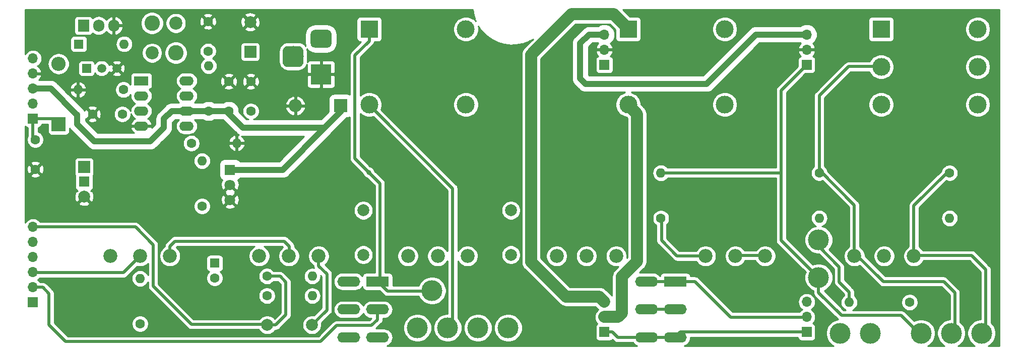
<source format=gbl>
G04 #@! TF.GenerationSoftware,KiCad,Pcbnew,(5.1.0)-1*
G04 #@! TF.CreationDate,2019-04-19T18:14:24+02:00*
G04 #@! TF.ProjectId,pcb_main,7063625f-6d61-4696-9e2e-6b696361645f,rev?*
G04 #@! TF.SameCoordinates,Original*
G04 #@! TF.FileFunction,Copper,L2,Bot*
G04 #@! TF.FilePolarity,Positive*
%FSLAX46Y46*%
G04 Gerber Fmt 4.6, Leading zero omitted, Abs format (unit mm)*
G04 Created by KiCad (PCBNEW (5.1.0)-1) date 2019-04-19 18:14:24*
%MOMM*%
%LPD*%
G04 APERTURE LIST*
%ADD10C,3.000000*%
%ADD11R,3.000000X3.000000*%
%ADD12R,1.800000X1.800000*%
%ADD13C,1.800000*%
%ADD14C,1.600000*%
%ADD15R,1.600000X1.600000*%
%ADD16C,2.340000*%
%ADD17R,2.200000X2.200000*%
%ADD18O,2.200000X2.200000*%
%ADD19C,3.500000*%
%ADD20R,3.500000X3.500000*%
%ADD21C,0.200000*%
%ADD22C,2.000000*%
%ADD23O,1.600000X1.600000*%
%ADD24O,1.700000X1.700000*%
%ADD25R,1.700000X1.700000*%
%ADD26R,2.000000X2.000000*%
%ADD27R,2.400000X2.400000*%
%ADD28O,2.400000X2.400000*%
%ADD29C,1.500000*%
%ADD30R,1.500000X1.500000*%
%ADD31R,1.905000X2.000000*%
%ADD32O,1.905000X2.000000*%
%ADD33R,2.400000X1.600000*%
%ADD34O,2.400000X1.600000*%
%ADD35C,2.600000*%
%ADD36C,2.200000*%
%ADD37R,3.850000X1.730000*%
%ADD38O,3.850000X1.730000*%
%ADD39C,0.800000*%
%ADD40C,1.000000*%
%ADD41C,0.500000*%
%ADD42C,2.000000*%
%ADD43C,0.254000*%
G04 APERTURE END LIST*
D10*
X198230000Y-118700000D03*
X198230000Y-106000000D03*
X182000000Y-118700000D03*
D11*
X182000000Y-106000000D03*
D10*
X154730000Y-118700000D03*
X154730000Y-106000000D03*
X138500000Y-118700000D03*
D11*
X138500000Y-106000000D03*
X224500000Y-106000000D03*
D10*
X224500000Y-118700000D03*
X224500000Y-112350000D03*
X240730000Y-106000000D03*
X240730000Y-118700000D03*
X240730000Y-112350000D03*
D12*
X90600000Y-131660000D03*
D13*
X90600000Y-134200000D03*
D12*
X115100000Y-129670000D03*
D13*
X115100000Y-132210000D03*
X115100000Y-134750000D03*
D14*
X112540000Y-147910000D03*
D15*
X112540000Y-145410000D03*
D16*
X105000000Y-144200000D03*
X100000000Y-144200000D03*
X95000000Y-144200000D03*
X155000000Y-144200000D03*
X150000000Y-144200000D03*
X145000000Y-144200000D03*
X180000000Y-144200000D03*
X175000000Y-144200000D03*
X170000000Y-144200000D03*
X130000000Y-144200000D03*
X125000000Y-144200000D03*
X120000000Y-144200000D03*
X205000000Y-144200000D03*
X200000000Y-144200000D03*
X195000000Y-144200000D03*
X230000000Y-144200000D03*
X225000000Y-144200000D03*
X220000000Y-144200000D03*
D17*
X133700000Y-118900000D03*
D18*
X126080000Y-118900000D03*
D19*
X222680000Y-157200000D03*
X217600000Y-157200000D03*
D20*
X130400000Y-113600000D03*
D21*
G36*
X131473513Y-106103611D02*
G01*
X131546318Y-106114411D01*
X131617714Y-106132295D01*
X131687013Y-106157090D01*
X131753548Y-106188559D01*
X131816678Y-106226398D01*
X131875795Y-106270242D01*
X131930330Y-106319670D01*
X131979758Y-106374205D01*
X132023602Y-106433322D01*
X132061441Y-106496452D01*
X132092910Y-106562987D01*
X132117705Y-106632286D01*
X132135589Y-106703682D01*
X132146389Y-106776487D01*
X132150000Y-106850000D01*
X132150000Y-108350000D01*
X132146389Y-108423513D01*
X132135589Y-108496318D01*
X132117705Y-108567714D01*
X132092910Y-108637013D01*
X132061441Y-108703548D01*
X132023602Y-108766678D01*
X131979758Y-108825795D01*
X131930330Y-108880330D01*
X131875795Y-108929758D01*
X131816678Y-108973602D01*
X131753548Y-109011441D01*
X131687013Y-109042910D01*
X131617714Y-109067705D01*
X131546318Y-109085589D01*
X131473513Y-109096389D01*
X131400000Y-109100000D01*
X129400000Y-109100000D01*
X129326487Y-109096389D01*
X129253682Y-109085589D01*
X129182286Y-109067705D01*
X129112987Y-109042910D01*
X129046452Y-109011441D01*
X128983322Y-108973602D01*
X128924205Y-108929758D01*
X128869670Y-108880330D01*
X128820242Y-108825795D01*
X128776398Y-108766678D01*
X128738559Y-108703548D01*
X128707090Y-108637013D01*
X128682295Y-108567714D01*
X128664411Y-108496318D01*
X128653611Y-108423513D01*
X128650000Y-108350000D01*
X128650000Y-106850000D01*
X128653611Y-106776487D01*
X128664411Y-106703682D01*
X128682295Y-106632286D01*
X128707090Y-106562987D01*
X128738559Y-106496452D01*
X128776398Y-106433322D01*
X128820242Y-106374205D01*
X128869670Y-106319670D01*
X128924205Y-106270242D01*
X128983322Y-106226398D01*
X129046452Y-106188559D01*
X129112987Y-106157090D01*
X129182286Y-106132295D01*
X129253682Y-106114411D01*
X129326487Y-106103611D01*
X129400000Y-106100000D01*
X131400000Y-106100000D01*
X131473513Y-106103611D01*
X131473513Y-106103611D01*
G37*
D10*
X130400000Y-107600000D03*
D21*
G36*
X126660765Y-108854213D02*
G01*
X126745704Y-108866813D01*
X126828999Y-108887677D01*
X126909848Y-108916605D01*
X126987472Y-108953319D01*
X127061124Y-108997464D01*
X127130094Y-109048616D01*
X127193718Y-109106282D01*
X127251384Y-109169906D01*
X127302536Y-109238876D01*
X127346681Y-109312528D01*
X127383395Y-109390152D01*
X127412323Y-109471001D01*
X127433187Y-109554296D01*
X127445787Y-109639235D01*
X127450000Y-109725000D01*
X127450000Y-111475000D01*
X127445787Y-111560765D01*
X127433187Y-111645704D01*
X127412323Y-111728999D01*
X127383395Y-111809848D01*
X127346681Y-111887472D01*
X127302536Y-111961124D01*
X127251384Y-112030094D01*
X127193718Y-112093718D01*
X127130094Y-112151384D01*
X127061124Y-112202536D01*
X126987472Y-112246681D01*
X126909848Y-112283395D01*
X126828999Y-112312323D01*
X126745704Y-112333187D01*
X126660765Y-112345787D01*
X126575000Y-112350000D01*
X124825000Y-112350000D01*
X124739235Y-112345787D01*
X124654296Y-112333187D01*
X124571001Y-112312323D01*
X124490152Y-112283395D01*
X124412528Y-112246681D01*
X124338876Y-112202536D01*
X124269906Y-112151384D01*
X124206282Y-112093718D01*
X124148616Y-112030094D01*
X124097464Y-111961124D01*
X124053319Y-111887472D01*
X124016605Y-111809848D01*
X123987677Y-111728999D01*
X123966813Y-111645704D01*
X123954213Y-111560765D01*
X123950000Y-111475000D01*
X123950000Y-109725000D01*
X123954213Y-109639235D01*
X123966813Y-109554296D01*
X123987677Y-109471001D01*
X124016605Y-109390152D01*
X124053319Y-109312528D01*
X124097464Y-109238876D01*
X124148616Y-109169906D01*
X124206282Y-109106282D01*
X124269906Y-109048616D01*
X124338876Y-108997464D01*
X124412528Y-108953319D01*
X124490152Y-108916605D01*
X124571001Y-108887677D01*
X124654296Y-108866813D01*
X124739235Y-108854213D01*
X124825000Y-108850000D01*
X126575000Y-108850000D01*
X126660765Y-108854213D01*
X126660765Y-108854213D01*
G37*
D19*
X125700000Y-110600000D03*
X214000000Y-141500000D03*
X214000000Y-147850000D03*
X231200000Y-157200000D03*
X241360000Y-157200000D03*
X236280000Y-157200000D03*
D22*
X128860000Y-155800000D03*
X121360000Y-155800000D03*
D14*
X100000000Y-155600000D03*
D23*
X100000000Y-147980000D03*
D14*
X121300000Y-147600000D03*
D23*
X128920000Y-147600000D03*
D14*
X187500000Y-137820000D03*
D23*
X187500000Y-130200000D03*
X128920000Y-150900000D03*
D14*
X121300000Y-150900000D03*
X229300000Y-152000000D03*
D23*
X219140000Y-152000000D03*
X236000000Y-137820000D03*
D14*
X236000000Y-130200000D03*
X214100000Y-130200000D03*
D23*
X214100000Y-137820000D03*
D19*
X146600000Y-156300000D03*
X151680000Y-156300000D03*
X156760000Y-156300000D03*
X161840000Y-156300000D03*
D24*
X178000000Y-106920000D03*
X178000000Y-109460000D03*
D25*
X178000000Y-112000000D03*
X212000000Y-112000000D03*
D24*
X212000000Y-109460000D03*
X212000000Y-106920000D03*
D25*
X82000000Y-152000000D03*
D24*
X82000000Y-149460000D03*
X82000000Y-146920000D03*
X82000000Y-144380000D03*
X82000000Y-141840000D03*
X82000000Y-139300000D03*
D25*
X212000000Y-157000000D03*
D24*
X212000000Y-154460000D03*
X212000000Y-151920000D03*
X178000000Y-151920000D03*
X178000000Y-154460000D03*
D25*
X178000000Y-157000000D03*
D19*
X149050000Y-150050000D03*
D14*
X114900000Y-114800000D03*
X114900000Y-119800000D03*
D22*
X118500000Y-104800000D03*
D26*
X118500000Y-109800000D03*
D14*
X111400000Y-109700000D03*
X111400000Y-104700000D03*
X97000000Y-120300000D03*
X92000000Y-120300000D03*
X118600000Y-119800000D03*
X118600000Y-114800000D03*
X82400000Y-129600000D03*
X82400000Y-124600000D03*
D26*
X90600000Y-129200000D03*
D22*
X90600000Y-134200000D03*
D15*
X89700000Y-108500000D03*
D23*
X97320000Y-108500000D03*
D27*
X86300000Y-122000000D03*
D28*
X86300000Y-111840000D03*
D29*
X93540000Y-112600000D03*
X96080000Y-112600000D03*
D30*
X91000000Y-112600000D03*
D31*
X90500000Y-105400000D03*
D32*
X93040000Y-105400000D03*
X95580000Y-105400000D03*
D23*
X111500000Y-112180000D03*
D14*
X111500000Y-119800000D03*
D23*
X116220000Y-125200000D03*
D14*
X108600000Y-125200000D03*
X97200000Y-116200000D03*
D23*
X89580000Y-116200000D03*
D14*
X110400000Y-135800000D03*
D23*
X110400000Y-128180000D03*
D33*
X100200000Y-114700000D03*
D34*
X107820000Y-122320000D03*
X100200000Y-117240000D03*
X107820000Y-119780000D03*
X100200000Y-119780000D03*
X107820000Y-117240000D03*
X100200000Y-122320000D03*
X107820000Y-114700000D03*
D35*
X102000000Y-105000000D03*
X106000000Y-110000000D03*
D36*
X106000000Y-105000000D03*
X102000000Y-110000000D03*
D37*
X189900000Y-148500000D03*
D38*
X189900000Y-153200000D03*
X189900000Y-157900000D03*
X185070000Y-153200000D03*
X185070000Y-157900000D03*
X185070000Y-148500000D03*
D25*
X82000000Y-121080000D03*
D24*
X82000000Y-118540000D03*
X82000000Y-116000000D03*
X82000000Y-113460000D03*
X82000000Y-110920000D03*
D37*
X139900000Y-148500000D03*
D38*
X139900000Y-153200000D03*
X139900000Y-157900000D03*
X135070000Y-153200000D03*
X135070000Y-157900000D03*
X135070000Y-148500000D03*
D22*
X162300000Y-144000000D03*
X162300000Y-136500000D03*
X137500000Y-136500000D03*
X137500000Y-144000000D03*
D39*
X138400000Y-130100000D03*
D40*
X82100000Y-116000000D02*
X82050000Y-116000000D01*
X83202081Y-116000000D02*
X82000000Y-116000000D01*
X85000000Y-116000000D02*
X83202081Y-116000000D01*
X89359998Y-120359998D02*
X85000000Y-116000000D01*
X89400000Y-121500000D02*
X89400000Y-120400000D01*
X92300000Y-124900000D02*
X89400000Y-122000000D01*
X107540000Y-119800000D02*
X105300000Y-119800000D01*
X107820000Y-120080000D02*
X107540000Y-119800000D01*
X89400000Y-122000000D02*
X89400000Y-121500000D01*
X105300000Y-119800000D02*
X104000000Y-121100000D01*
X104000000Y-121100000D02*
X104000000Y-122600000D01*
X104000000Y-122600000D02*
X101700000Y-124900000D01*
X101700000Y-124900000D02*
X92300000Y-124900000D01*
X111800000Y-119800000D02*
X107800000Y-119800000D01*
X114500000Y-119800000D02*
X111800000Y-119800000D01*
X117300000Y-122600000D02*
X114500000Y-119800000D01*
X131000000Y-122600000D02*
X117300000Y-122600000D01*
X123930000Y-129670000D02*
X131000000Y-122600000D01*
X115100000Y-129670000D02*
X123930000Y-129670000D01*
X133800000Y-119800000D02*
X131000000Y-122600000D01*
X133700000Y-118800000D02*
X133800000Y-118900000D01*
X133800000Y-118900000D02*
X133800000Y-119800000D01*
X175450000Y-106900000D02*
X178100000Y-106900000D01*
X203500000Y-106900000D02*
X195200000Y-115200000D01*
X195200000Y-115200000D02*
X174850000Y-115200000D01*
X174850000Y-115200000D02*
X173950000Y-114300000D01*
X173950000Y-114300000D02*
X173950000Y-108400000D01*
X212000000Y-106900000D02*
X203500000Y-106900000D01*
X173950000Y-108400000D02*
X175450000Y-106900000D01*
D41*
X130000000Y-145854629D02*
X131400000Y-147254629D01*
X130000000Y-144200000D02*
X130000000Y-145854629D01*
X131400000Y-147254629D02*
X131400000Y-153300000D01*
X131400000Y-153300000D02*
X128900000Y-155800000D01*
X138500000Y-118800000D02*
X138500000Y-118700000D01*
X152500000Y-132800000D02*
X138500000Y-118800000D01*
X151700000Y-156300000D02*
X152500000Y-155500000D01*
X152500000Y-155500000D02*
X152500000Y-132800000D01*
X190200000Y-144200000D02*
X195000000Y-144200000D01*
X187600000Y-141600000D02*
X190200000Y-144200000D01*
X187550000Y-137850000D02*
X187600000Y-137900000D01*
X187600000Y-137900000D02*
X187600000Y-141600000D01*
X200100000Y-144100000D02*
X205000000Y-144100000D01*
X185170000Y-153200000D02*
X187345000Y-153200000D01*
X187345000Y-153200000D02*
X190100000Y-153200000D01*
X199200000Y-154500000D02*
X212000000Y-154500000D01*
X185170000Y-148500000D02*
X193200000Y-148500000D01*
X193200000Y-148500000D02*
X199200000Y-154500000D01*
X125100000Y-142550000D02*
X125100000Y-143200000D01*
X124250000Y-141700000D02*
X125100000Y-142550000D01*
X105850000Y-141700000D02*
X124250000Y-141700000D01*
X105000000Y-144100000D02*
X105000000Y-142550000D01*
X105000000Y-142550000D02*
X105850000Y-141700000D01*
X217450000Y-146050000D02*
X214100000Y-142700000D01*
X217450000Y-148550000D02*
X217450000Y-146050000D01*
X219149999Y-150249999D02*
X217450000Y-148550000D01*
X219100000Y-151900002D02*
X219149999Y-151950001D01*
X219149999Y-151950001D02*
X219149999Y-150249999D01*
X236000000Y-138000000D02*
X235900000Y-137900000D01*
X224000000Y-157600000D02*
X224000000Y-157300000D01*
X122814213Y-155800000D02*
X124500000Y-154114213D01*
X121400000Y-155800000D02*
X122814213Y-155800000D01*
X124500000Y-154114213D02*
X124500000Y-150800000D01*
X124500000Y-150800000D02*
X124500000Y-148600000D01*
X124500000Y-148600000D02*
X123500000Y-147600000D01*
X123500000Y-147600000D02*
X121300000Y-147600000D01*
X108600000Y-155700000D02*
X121400000Y-155700000D01*
X102200000Y-149300000D02*
X108600000Y-155700000D01*
X102200000Y-142300000D02*
X102200000Y-149300000D01*
X82000000Y-139300000D02*
X99200000Y-139300000D01*
X99200000Y-139300000D02*
X102200000Y-142300000D01*
X96300000Y-147000000D02*
X82100000Y-147000000D01*
X97200000Y-147000000D02*
X96400000Y-147000000D01*
X99950000Y-144200000D02*
X99950000Y-144250000D01*
X99950000Y-144250000D02*
X97200000Y-147000000D01*
X82000000Y-144380000D02*
X82020000Y-144400000D01*
X220000000Y-135600000D02*
X220000000Y-144200000D01*
X219000000Y-112300000D02*
X214100000Y-117200000D01*
X224400000Y-112300000D02*
X219000000Y-112300000D01*
X214100000Y-117200000D02*
X214100000Y-129400000D01*
X214100000Y-129400000D02*
X214500000Y-129800000D01*
X214500000Y-129800000D02*
X214200000Y-129800000D01*
X214200000Y-129800000D02*
X220000000Y-135600000D01*
X236900000Y-150400000D02*
X236900000Y-157700000D01*
X235000000Y-148500000D02*
X236900000Y-150400000D01*
X220000000Y-143654629D02*
X224845371Y-148500000D01*
X224845371Y-148500000D02*
X235000000Y-148500000D01*
X214000000Y-150350000D02*
X214000000Y-148000000D01*
X217850000Y-154200000D02*
X214000000Y-150350000D01*
X231140000Y-157480000D02*
X227860000Y-154200000D01*
X227860000Y-154200000D02*
X217850000Y-154200000D01*
X187500000Y-130250000D02*
X187550000Y-130200000D01*
X187550000Y-130200000D02*
X196350000Y-130200000D01*
X141550000Y-150100000D02*
X140150000Y-148700000D01*
X149100000Y-150100000D02*
X141550000Y-150100000D01*
X140150000Y-148700000D02*
X140000000Y-148700000D01*
X196350000Y-130200000D02*
X199500000Y-130200000D01*
X138799999Y-130499999D02*
X138400000Y-130100000D01*
X140300000Y-132000000D02*
X138799999Y-130499999D01*
X139900000Y-148500000D02*
X140300000Y-148100000D01*
X140300000Y-148100000D02*
X140300000Y-132000000D01*
X138000001Y-129700001D02*
X138400000Y-130100000D01*
X136100000Y-127800000D02*
X138000001Y-129700001D01*
X136100000Y-110400000D02*
X136100000Y-127800000D01*
X138500000Y-106000000D02*
X138500000Y-108000000D01*
X138500000Y-108000000D02*
X136100000Y-110400000D01*
X207700000Y-130200000D02*
X199500000Y-130200000D01*
X207700000Y-141550000D02*
X214000000Y-147850000D01*
X207700000Y-130200000D02*
X207700000Y-141550000D01*
X207700000Y-116300000D02*
X207700000Y-130200000D01*
X212000000Y-112000000D02*
X207700000Y-116300000D01*
X242100000Y-146500000D02*
X242100000Y-157500000D01*
X235600000Y-130100000D02*
X230000000Y-135700000D01*
X235900000Y-130100000D02*
X235600000Y-130100000D01*
X230000000Y-135700000D02*
X230000000Y-144000000D01*
X230000000Y-144000000D02*
X230100000Y-144100000D01*
X230100000Y-144100000D02*
X239700000Y-144100000D01*
X239700000Y-144100000D02*
X242100000Y-146500000D01*
X82000000Y-121080000D02*
X86280000Y-121080000D01*
X86280000Y-121080000D02*
X86300000Y-121100000D01*
X82000000Y-121080000D02*
X82000000Y-124000000D01*
X82000000Y-124000000D02*
X82600000Y-124600000D01*
X139900000Y-154900000D02*
X139900000Y-153200000D01*
X83660000Y-149460000D02*
X84700000Y-150500000D01*
X138900000Y-155900000D02*
X139900000Y-154900000D01*
X82000000Y-149460000D02*
X83660000Y-149460000D01*
X84700000Y-150500000D02*
X84700000Y-155800000D01*
X84700000Y-155800000D02*
X87500000Y-158600000D01*
X133000000Y-155900000D02*
X138900000Y-155900000D01*
X87500000Y-158600000D02*
X130300000Y-158600000D01*
X130300000Y-158600000D02*
X133000000Y-155900000D01*
X179350000Y-157000000D02*
X180250000Y-157900000D01*
X178000000Y-157000000D02*
X179350000Y-157000000D01*
X180250000Y-157900000D02*
X185100000Y-157900000D01*
X185100000Y-157900000D02*
X190100000Y-157900000D01*
X212000000Y-157000000D02*
X190800000Y-157000000D01*
X190800000Y-157000000D02*
X189900000Y-157900000D01*
D42*
X179600000Y-103500000D02*
X181900000Y-105800000D01*
X177150001Y-151070001D02*
X171570001Y-151070001D01*
X178000000Y-151920000D02*
X177150001Y-151070001D01*
X171570001Y-151070001D02*
X165700000Y-145200000D01*
X165700000Y-145200000D02*
X165700000Y-110300000D01*
X165700000Y-110300000D02*
X172500000Y-103500000D01*
X172500000Y-103500000D02*
X179600000Y-103500000D01*
X183500000Y-120300000D02*
X182000000Y-118800000D01*
X183500000Y-145100000D02*
X183500000Y-120300000D01*
X180900000Y-147700000D02*
X183500000Y-145100000D01*
X180900000Y-153800000D02*
X180900000Y-147700000D01*
X178000000Y-154460000D02*
X180240000Y-154460000D01*
X180240000Y-154460000D02*
X180900000Y-153800000D01*
D43*
G36*
X244315000Y-159315000D02*
G01*
X242486245Y-159315000D01*
X242489721Y-159313560D01*
X242880349Y-159052550D01*
X243212550Y-158720349D01*
X243473560Y-158329721D01*
X243653346Y-157895679D01*
X243745000Y-157434902D01*
X243745000Y-156965098D01*
X243653346Y-156504321D01*
X243473560Y-156070279D01*
X243212550Y-155679651D01*
X242985000Y-155452101D01*
X242985000Y-146543469D01*
X242989281Y-146500000D01*
X242985000Y-146456531D01*
X242985000Y-146456523D01*
X242972195Y-146326510D01*
X242952198Y-146260589D01*
X242921589Y-146159686D01*
X242839411Y-146005941D01*
X242756532Y-145904953D01*
X242756530Y-145904951D01*
X242728817Y-145871183D01*
X242695050Y-145843471D01*
X240356532Y-143504954D01*
X240328817Y-143471183D01*
X240194059Y-143360589D01*
X240040313Y-143278411D01*
X239873490Y-143227805D01*
X239743477Y-143215000D01*
X239743469Y-143215000D01*
X239700000Y-143210719D01*
X239656531Y-143215000D01*
X231512700Y-143215000D01*
X231402035Y-143049379D01*
X231150621Y-142797965D01*
X230885000Y-142620482D01*
X230885000Y-137820000D01*
X234558057Y-137820000D01*
X234585764Y-138101309D01*
X234667818Y-138371808D01*
X234801068Y-138621101D01*
X234980392Y-138839608D01*
X235198899Y-139018932D01*
X235448192Y-139152182D01*
X235718691Y-139234236D01*
X235929508Y-139255000D01*
X236070492Y-139255000D01*
X236281309Y-139234236D01*
X236551808Y-139152182D01*
X236801101Y-139018932D01*
X237019608Y-138839608D01*
X237198932Y-138621101D01*
X237332182Y-138371808D01*
X237414236Y-138101309D01*
X237441943Y-137820000D01*
X237414236Y-137538691D01*
X237332182Y-137268192D01*
X237198932Y-137018899D01*
X237019608Y-136800392D01*
X236801101Y-136621068D01*
X236551808Y-136487818D01*
X236281309Y-136405764D01*
X236070492Y-136385000D01*
X235929508Y-136385000D01*
X235718691Y-136405764D01*
X235448192Y-136487818D01*
X235198899Y-136621068D01*
X234980392Y-136800392D01*
X234801068Y-137018899D01*
X234667818Y-137268192D01*
X234585764Y-137538691D01*
X234558057Y-137820000D01*
X230885000Y-137820000D01*
X230885000Y-136066578D01*
X235433146Y-131518433D01*
X235581426Y-131579853D01*
X235858665Y-131635000D01*
X236141335Y-131635000D01*
X236418574Y-131579853D01*
X236679727Y-131471680D01*
X236914759Y-131314637D01*
X237114637Y-131114759D01*
X237271680Y-130879727D01*
X237379853Y-130618574D01*
X237435000Y-130341335D01*
X237435000Y-130058665D01*
X237379853Y-129781426D01*
X237271680Y-129520273D01*
X237114637Y-129285241D01*
X236914759Y-129085363D01*
X236679727Y-128928320D01*
X236418574Y-128820147D01*
X236141335Y-128765000D01*
X235858665Y-128765000D01*
X235581426Y-128820147D01*
X235320273Y-128928320D01*
X235085241Y-129085363D01*
X234885363Y-129285241D01*
X234728320Y-129520273D01*
X234620147Y-129781426D01*
X234608514Y-129839907D01*
X229404956Y-135043466D01*
X229371183Y-135071183D01*
X229260589Y-135205942D01*
X229178411Y-135359688D01*
X229158140Y-135426511D01*
X229130308Y-135518261D01*
X229127805Y-135526511D01*
X229115000Y-135656524D01*
X229115000Y-135656531D01*
X229110719Y-135700000D01*
X229115000Y-135743469D01*
X229115001Y-142620482D01*
X228849379Y-142797965D01*
X228597965Y-143049379D01*
X228400429Y-143345012D01*
X228264365Y-143673501D01*
X228195000Y-144022223D01*
X228195000Y-144377777D01*
X228264365Y-144726499D01*
X228400429Y-145054988D01*
X228597965Y-145350621D01*
X228849379Y-145602035D01*
X229145012Y-145799571D01*
X229473501Y-145935635D01*
X229822223Y-146005000D01*
X230177777Y-146005000D01*
X230526499Y-145935635D01*
X230854988Y-145799571D01*
X231150621Y-145602035D01*
X231402035Y-145350621D01*
X231599571Y-145054988D01*
X231628561Y-144985000D01*
X239333422Y-144985000D01*
X241215000Y-146866579D01*
X241215001Y-154815000D01*
X241125098Y-154815000D01*
X240664321Y-154906654D01*
X240230279Y-155086440D01*
X239839651Y-155347450D01*
X239507450Y-155679651D01*
X239246440Y-156070279D01*
X239066654Y-156504321D01*
X238975000Y-156965098D01*
X238975000Y-157434902D01*
X239066654Y-157895679D01*
X239246440Y-158329721D01*
X239507450Y-158720349D01*
X239839651Y-159052550D01*
X240230279Y-159313560D01*
X240233755Y-159315000D01*
X237406245Y-159315000D01*
X237409721Y-159313560D01*
X237800349Y-159052550D01*
X238132550Y-158720349D01*
X238393560Y-158329721D01*
X238573346Y-157895679D01*
X238665000Y-157434902D01*
X238665000Y-156965098D01*
X238573346Y-156504321D01*
X238393560Y-156070279D01*
X238132550Y-155679651D01*
X237800349Y-155347450D01*
X237785000Y-155337194D01*
X237785000Y-150443469D01*
X237789281Y-150400000D01*
X237785000Y-150356531D01*
X237785000Y-150356523D01*
X237772195Y-150226510D01*
X237721589Y-150059687D01*
X237639411Y-149905941D01*
X237610886Y-149871183D01*
X237556532Y-149804953D01*
X237556530Y-149804951D01*
X237528817Y-149771183D01*
X237495050Y-149743471D01*
X235656532Y-147904954D01*
X235628817Y-147871183D01*
X235494059Y-147760589D01*
X235340313Y-147678411D01*
X235173490Y-147627805D01*
X235043477Y-147615000D01*
X235043469Y-147615000D01*
X235000000Y-147610719D01*
X234956531Y-147615000D01*
X225211950Y-147615000D01*
X221805000Y-144208051D01*
X221805000Y-144022223D01*
X223195000Y-144022223D01*
X223195000Y-144377777D01*
X223264365Y-144726499D01*
X223400429Y-145054988D01*
X223597965Y-145350621D01*
X223849379Y-145602035D01*
X224145012Y-145799571D01*
X224473501Y-145935635D01*
X224822223Y-146005000D01*
X225177777Y-146005000D01*
X225526499Y-145935635D01*
X225854988Y-145799571D01*
X226150621Y-145602035D01*
X226402035Y-145350621D01*
X226599571Y-145054988D01*
X226735635Y-144726499D01*
X226805000Y-144377777D01*
X226805000Y-144022223D01*
X226735635Y-143673501D01*
X226599571Y-143345012D01*
X226402035Y-143049379D01*
X226150621Y-142797965D01*
X225854988Y-142600429D01*
X225526499Y-142464365D01*
X225177777Y-142395000D01*
X224822223Y-142395000D01*
X224473501Y-142464365D01*
X224145012Y-142600429D01*
X223849379Y-142797965D01*
X223597965Y-143049379D01*
X223400429Y-143345012D01*
X223264365Y-143673501D01*
X223195000Y-144022223D01*
X221805000Y-144022223D01*
X221735635Y-143673501D01*
X221599571Y-143345012D01*
X221402035Y-143049379D01*
X221150621Y-142797965D01*
X220885000Y-142620482D01*
X220885000Y-135643469D01*
X220889281Y-135600000D01*
X220885000Y-135556531D01*
X220885000Y-135556523D01*
X220872195Y-135426510D01*
X220858519Y-135381426D01*
X220821589Y-135259686D01*
X220739411Y-135105941D01*
X220656532Y-135004953D01*
X220656530Y-135004951D01*
X220628817Y-134971183D01*
X220595051Y-134943472D01*
X215491486Y-129839908D01*
X215479853Y-129781426D01*
X215371680Y-129520273D01*
X215283167Y-129387803D01*
X215239411Y-129305941D01*
X215128817Y-129171183D01*
X215095044Y-129143466D01*
X214985000Y-129033422D01*
X214985000Y-118489721D01*
X222365000Y-118489721D01*
X222365000Y-118910279D01*
X222447047Y-119322756D01*
X222607988Y-119711302D01*
X222841637Y-120060983D01*
X223139017Y-120358363D01*
X223488698Y-120592012D01*
X223877244Y-120752953D01*
X224289721Y-120835000D01*
X224710279Y-120835000D01*
X225122756Y-120752953D01*
X225511302Y-120592012D01*
X225860983Y-120358363D01*
X226158363Y-120060983D01*
X226392012Y-119711302D01*
X226552953Y-119322756D01*
X226635000Y-118910279D01*
X226635000Y-118489721D01*
X238595000Y-118489721D01*
X238595000Y-118910279D01*
X238677047Y-119322756D01*
X238837988Y-119711302D01*
X239071637Y-120060983D01*
X239369017Y-120358363D01*
X239718698Y-120592012D01*
X240107244Y-120752953D01*
X240519721Y-120835000D01*
X240940279Y-120835000D01*
X241352756Y-120752953D01*
X241741302Y-120592012D01*
X242090983Y-120358363D01*
X242388363Y-120060983D01*
X242622012Y-119711302D01*
X242782953Y-119322756D01*
X242865000Y-118910279D01*
X242865000Y-118489721D01*
X242782953Y-118077244D01*
X242622012Y-117688698D01*
X242388363Y-117339017D01*
X242090983Y-117041637D01*
X241741302Y-116807988D01*
X241352756Y-116647047D01*
X240940279Y-116565000D01*
X240519721Y-116565000D01*
X240107244Y-116647047D01*
X239718698Y-116807988D01*
X239369017Y-117041637D01*
X239071637Y-117339017D01*
X238837988Y-117688698D01*
X238677047Y-118077244D01*
X238595000Y-118489721D01*
X226635000Y-118489721D01*
X226552953Y-118077244D01*
X226392012Y-117688698D01*
X226158363Y-117339017D01*
X225860983Y-117041637D01*
X225511302Y-116807988D01*
X225122756Y-116647047D01*
X224710279Y-116565000D01*
X224289721Y-116565000D01*
X223877244Y-116647047D01*
X223488698Y-116807988D01*
X223139017Y-117041637D01*
X222841637Y-117339017D01*
X222607988Y-117688698D01*
X222447047Y-118077244D01*
X222365000Y-118489721D01*
X214985000Y-118489721D01*
X214985000Y-117566578D01*
X219366579Y-113185000D01*
X222534961Y-113185000D01*
X222607988Y-113361302D01*
X222841637Y-113710983D01*
X223139017Y-114008363D01*
X223488698Y-114242012D01*
X223877244Y-114402953D01*
X224289721Y-114485000D01*
X224710279Y-114485000D01*
X225122756Y-114402953D01*
X225511302Y-114242012D01*
X225860983Y-114008363D01*
X226158363Y-113710983D01*
X226392012Y-113361302D01*
X226552953Y-112972756D01*
X226635000Y-112560279D01*
X226635000Y-112139721D01*
X238595000Y-112139721D01*
X238595000Y-112560279D01*
X238677047Y-112972756D01*
X238837988Y-113361302D01*
X239071637Y-113710983D01*
X239369017Y-114008363D01*
X239718698Y-114242012D01*
X240107244Y-114402953D01*
X240519721Y-114485000D01*
X240940279Y-114485000D01*
X241352756Y-114402953D01*
X241741302Y-114242012D01*
X242090983Y-114008363D01*
X242388363Y-113710983D01*
X242622012Y-113361302D01*
X242782953Y-112972756D01*
X242865000Y-112560279D01*
X242865000Y-112139721D01*
X242782953Y-111727244D01*
X242622012Y-111338698D01*
X242388363Y-110989017D01*
X242090983Y-110691637D01*
X241741302Y-110457988D01*
X241352756Y-110297047D01*
X240940279Y-110215000D01*
X240519721Y-110215000D01*
X240107244Y-110297047D01*
X239718698Y-110457988D01*
X239369017Y-110691637D01*
X239071637Y-110989017D01*
X238837988Y-111338698D01*
X238677047Y-111727244D01*
X238595000Y-112139721D01*
X226635000Y-112139721D01*
X226552953Y-111727244D01*
X226392012Y-111338698D01*
X226158363Y-110989017D01*
X225860983Y-110691637D01*
X225511302Y-110457988D01*
X225122756Y-110297047D01*
X224710279Y-110215000D01*
X224289721Y-110215000D01*
X223877244Y-110297047D01*
X223488698Y-110457988D01*
X223139017Y-110691637D01*
X222841637Y-110989017D01*
X222607988Y-111338698D01*
X222576383Y-111415000D01*
X219043465Y-111415000D01*
X218999999Y-111410719D01*
X218956533Y-111415000D01*
X218956523Y-111415000D01*
X218826510Y-111427805D01*
X218659687Y-111478411D01*
X218505941Y-111560589D01*
X218505939Y-111560590D01*
X218505940Y-111560590D01*
X218404953Y-111643468D01*
X218404951Y-111643470D01*
X218371183Y-111671183D01*
X218343470Y-111704951D01*
X213504956Y-116543466D01*
X213471183Y-116571183D01*
X213360589Y-116705942D01*
X213278411Y-116859688D01*
X213270304Y-116886413D01*
X213231624Y-117013923D01*
X213227805Y-117026511D01*
X213215000Y-117156524D01*
X213215000Y-117156531D01*
X213210719Y-117200000D01*
X213215000Y-117243469D01*
X213215001Y-129065478D01*
X213185241Y-129085363D01*
X212985363Y-129285241D01*
X212828320Y-129520273D01*
X212720147Y-129781426D01*
X212665000Y-130058665D01*
X212665000Y-130341335D01*
X212720147Y-130618574D01*
X212828320Y-130879727D01*
X212985363Y-131114759D01*
X213185241Y-131314637D01*
X213420273Y-131471680D01*
X213681426Y-131579853D01*
X213958665Y-131635000D01*
X214241335Y-131635000D01*
X214518574Y-131579853D01*
X214666855Y-131518433D01*
X219115000Y-135966579D01*
X219115001Y-142620482D01*
X218849379Y-142797965D01*
X218597965Y-143049379D01*
X218400429Y-143345012D01*
X218264365Y-143673501D01*
X218195000Y-144022223D01*
X218195000Y-144377777D01*
X218264365Y-144726499D01*
X218400429Y-145054988D01*
X218597965Y-145350621D01*
X218849379Y-145602035D01*
X219145012Y-145799571D01*
X219473501Y-145935635D01*
X219822223Y-146005000D01*
X220177777Y-146005000D01*
X220526499Y-145935635D01*
X220854988Y-145799571D01*
X220877993Y-145784200D01*
X224188841Y-149095049D01*
X224216554Y-149128817D01*
X224250322Y-149156530D01*
X224250324Y-149156532D01*
X224280967Y-149181680D01*
X224351312Y-149239411D01*
X224505058Y-149321589D01*
X224671881Y-149372195D01*
X224801894Y-149385000D01*
X224801904Y-149385000D01*
X224845370Y-149389281D01*
X224888836Y-149385000D01*
X234633422Y-149385000D01*
X236015000Y-150766579D01*
X236015001Y-154820987D01*
X235584321Y-154906654D01*
X235150279Y-155086440D01*
X234759651Y-155347450D01*
X234427450Y-155679651D01*
X234166440Y-156070279D01*
X233986654Y-156504321D01*
X233895000Y-156965098D01*
X233895000Y-157434902D01*
X233986654Y-157895679D01*
X234166440Y-158329721D01*
X234427450Y-158720349D01*
X234759651Y-159052550D01*
X235150279Y-159313560D01*
X235153755Y-159315000D01*
X232326245Y-159315000D01*
X232329721Y-159313560D01*
X232720349Y-159052550D01*
X233052550Y-158720349D01*
X233313560Y-158329721D01*
X233493346Y-157895679D01*
X233585000Y-157434902D01*
X233585000Y-156965098D01*
X233493346Y-156504321D01*
X233313560Y-156070279D01*
X233052550Y-155679651D01*
X232720349Y-155347450D01*
X232329721Y-155086440D01*
X231895679Y-154906654D01*
X231434902Y-154815000D01*
X230965098Y-154815000D01*
X230504321Y-154906654D01*
X230070279Y-155086440D01*
X230026962Y-155115384D01*
X228516534Y-153604956D01*
X228488817Y-153571183D01*
X228354059Y-153460589D01*
X228200313Y-153378411D01*
X228033490Y-153327805D01*
X227903477Y-153315000D01*
X227903469Y-153315000D01*
X227860000Y-153310719D01*
X227816531Y-153315000D01*
X219723953Y-153315000D01*
X219941101Y-153198932D01*
X220159608Y-153019608D01*
X220338932Y-152801101D01*
X220472182Y-152551808D01*
X220554236Y-152281309D01*
X220581943Y-152000000D01*
X220568023Y-151858665D01*
X227865000Y-151858665D01*
X227865000Y-152141335D01*
X227920147Y-152418574D01*
X228028320Y-152679727D01*
X228185363Y-152914759D01*
X228385241Y-153114637D01*
X228620273Y-153271680D01*
X228881426Y-153379853D01*
X229158665Y-153435000D01*
X229441335Y-153435000D01*
X229718574Y-153379853D01*
X229979727Y-153271680D01*
X230214759Y-153114637D01*
X230414637Y-152914759D01*
X230571680Y-152679727D01*
X230679853Y-152418574D01*
X230735000Y-152141335D01*
X230735000Y-151858665D01*
X230679853Y-151581426D01*
X230571680Y-151320273D01*
X230414637Y-151085241D01*
X230214759Y-150885363D01*
X229979727Y-150728320D01*
X229718574Y-150620147D01*
X229441335Y-150565000D01*
X229158665Y-150565000D01*
X228881426Y-150620147D01*
X228620273Y-150728320D01*
X228385241Y-150885363D01*
X228185363Y-151085241D01*
X228028320Y-151320273D01*
X227920147Y-151581426D01*
X227865000Y-151858665D01*
X220568023Y-151858665D01*
X220554236Y-151718691D01*
X220472182Y-151448192D01*
X220338932Y-151198899D01*
X220159608Y-150980392D01*
X220034999Y-150878128D01*
X220034999Y-150293468D01*
X220039280Y-150249999D01*
X220034999Y-150206530D01*
X220034999Y-150206522D01*
X220022194Y-150076509D01*
X220008399Y-150031034D01*
X219971588Y-149909685D01*
X219889410Y-149755940D01*
X219806531Y-149654952D01*
X219806529Y-149654950D01*
X219778816Y-149621182D01*
X219745048Y-149593469D01*
X218335000Y-148183422D01*
X218335000Y-146093465D01*
X218339281Y-146049999D01*
X218335000Y-146006533D01*
X218335000Y-146006523D01*
X218322195Y-145876510D01*
X218271589Y-145709687D01*
X218189411Y-145555941D01*
X218114777Y-145465000D01*
X218106532Y-145454953D01*
X218106530Y-145454951D01*
X218078817Y-145421183D01*
X218045049Y-145393470D01*
X215762239Y-143110660D01*
X215852550Y-143020349D01*
X216113560Y-142629721D01*
X216293346Y-142195679D01*
X216385000Y-141734902D01*
X216385000Y-141265098D01*
X216293346Y-140804321D01*
X216113560Y-140370279D01*
X215852550Y-139979651D01*
X215520349Y-139647450D01*
X215129721Y-139386440D01*
X214695679Y-139206654D01*
X214560728Y-139179811D01*
X214651808Y-139152182D01*
X214901101Y-139018932D01*
X215119608Y-138839608D01*
X215298932Y-138621101D01*
X215432182Y-138371808D01*
X215514236Y-138101309D01*
X215541943Y-137820000D01*
X215514236Y-137538691D01*
X215432182Y-137268192D01*
X215298932Y-137018899D01*
X215119608Y-136800392D01*
X214901101Y-136621068D01*
X214651808Y-136487818D01*
X214381309Y-136405764D01*
X214170492Y-136385000D01*
X214029508Y-136385000D01*
X213818691Y-136405764D01*
X213548192Y-136487818D01*
X213298899Y-136621068D01*
X213080392Y-136800392D01*
X212901068Y-137018899D01*
X212767818Y-137268192D01*
X212685764Y-137538691D01*
X212658057Y-137820000D01*
X212685764Y-138101309D01*
X212767818Y-138371808D01*
X212901068Y-138621101D01*
X213080392Y-138839608D01*
X213298899Y-139018932D01*
X213548192Y-139152182D01*
X213560065Y-139155784D01*
X213304321Y-139206654D01*
X212870279Y-139386440D01*
X212479651Y-139647450D01*
X212147450Y-139979651D01*
X211886440Y-140370279D01*
X211706654Y-140804321D01*
X211615000Y-141265098D01*
X211615000Y-141734902D01*
X211706654Y-142195679D01*
X211886440Y-142629721D01*
X212147450Y-143020349D01*
X212479651Y-143352550D01*
X212870279Y-143613560D01*
X213304321Y-143793346D01*
X213765098Y-143885000D01*
X214033422Y-143885000D01*
X216565001Y-146416580D01*
X216565000Y-148506531D01*
X216560719Y-148550000D01*
X216565000Y-148593469D01*
X216565000Y-148593476D01*
X216572881Y-148673490D01*
X216577805Y-148723490D01*
X216592973Y-148773490D01*
X216628411Y-148890312D01*
X216710589Y-149044058D01*
X216821183Y-149178817D01*
X216854956Y-149206534D01*
X218265000Y-150616579D01*
X218265000Y-150861716D01*
X218120392Y-150980392D01*
X217941068Y-151198899D01*
X217807818Y-151448192D01*
X217725764Y-151718691D01*
X217698057Y-152000000D01*
X217725764Y-152281309D01*
X217807818Y-152551808D01*
X217941068Y-152801101D01*
X218120392Y-153019608D01*
X218338899Y-153198932D01*
X218556047Y-153315000D01*
X218216579Y-153315000D01*
X214942633Y-150041055D01*
X215129721Y-149963560D01*
X215520349Y-149702550D01*
X215852550Y-149370349D01*
X216113560Y-148979721D01*
X216293346Y-148545679D01*
X216385000Y-148084902D01*
X216385000Y-147615098D01*
X216293346Y-147154321D01*
X216113560Y-146720279D01*
X215852550Y-146329651D01*
X215520349Y-145997450D01*
X215129721Y-145736440D01*
X214695679Y-145556654D01*
X214234902Y-145465000D01*
X213765098Y-145465000D01*
X213304321Y-145556654D01*
X213059600Y-145658021D01*
X208585000Y-141183422D01*
X208585000Y-130243477D01*
X208589282Y-130200000D01*
X208585000Y-130156523D01*
X208585000Y-116666578D01*
X211763507Y-113488072D01*
X212850000Y-113488072D01*
X212974482Y-113475812D01*
X213094180Y-113439502D01*
X213204494Y-113380537D01*
X213301185Y-113301185D01*
X213380537Y-113204494D01*
X213439502Y-113094180D01*
X213475812Y-112974482D01*
X213488072Y-112850000D01*
X213488072Y-111150000D01*
X213475812Y-111025518D01*
X213439502Y-110905820D01*
X213380537Y-110795506D01*
X213301185Y-110698815D01*
X213204494Y-110619463D01*
X213094180Y-110560498D01*
X213013534Y-110536034D01*
X213097588Y-110460269D01*
X213271641Y-110226920D01*
X213396825Y-109964099D01*
X213441476Y-109816890D01*
X213320155Y-109587000D01*
X212127000Y-109587000D01*
X212127000Y-109607000D01*
X211873000Y-109607000D01*
X211873000Y-109587000D01*
X210679845Y-109587000D01*
X210558524Y-109816890D01*
X210603175Y-109964099D01*
X210728359Y-110226920D01*
X210902412Y-110460269D01*
X210986466Y-110536034D01*
X210905820Y-110560498D01*
X210795506Y-110619463D01*
X210698815Y-110698815D01*
X210619463Y-110795506D01*
X210560498Y-110905820D01*
X210524188Y-111025518D01*
X210511928Y-111150000D01*
X210511928Y-112236493D01*
X207104956Y-115643466D01*
X207071183Y-115671183D01*
X206960589Y-115805942D01*
X206878411Y-115959688D01*
X206856919Y-116030537D01*
X206831529Y-116114236D01*
X206827805Y-116126511D01*
X206815000Y-116256524D01*
X206815000Y-116256531D01*
X206810719Y-116300000D01*
X206815000Y-116343469D01*
X206815001Y-129315000D01*
X188630078Y-129315000D01*
X188519608Y-129180392D01*
X188301101Y-129001068D01*
X188051808Y-128867818D01*
X187781309Y-128785764D01*
X187570492Y-128765000D01*
X187429508Y-128765000D01*
X187218691Y-128785764D01*
X186948192Y-128867818D01*
X186698899Y-129001068D01*
X186480392Y-129180392D01*
X186301068Y-129398899D01*
X186167818Y-129648192D01*
X186085764Y-129918691D01*
X186058057Y-130200000D01*
X186085764Y-130481309D01*
X186167818Y-130751808D01*
X186301068Y-131001101D01*
X186480392Y-131219608D01*
X186698899Y-131398932D01*
X186948192Y-131532182D01*
X187218691Y-131614236D01*
X187429508Y-131635000D01*
X187570492Y-131635000D01*
X187781309Y-131614236D01*
X188051808Y-131532182D01*
X188301101Y-131398932D01*
X188519608Y-131219608D01*
X188630078Y-131085000D01*
X206815000Y-131085000D01*
X206815001Y-141506521D01*
X206810719Y-141550000D01*
X206827805Y-141723490D01*
X206878412Y-141890313D01*
X206960590Y-142044059D01*
X207043468Y-142145046D01*
X207043471Y-142145049D01*
X207071184Y-142178817D01*
X207104952Y-142206530D01*
X211808021Y-146909600D01*
X211706654Y-147154321D01*
X211615000Y-147615098D01*
X211615000Y-148084902D01*
X211706654Y-148545679D01*
X211886440Y-148979721D01*
X212147450Y-149370349D01*
X212479651Y-149702550D01*
X212870279Y-149963560D01*
X213115000Y-150064927D01*
X213115000Y-150306531D01*
X213110719Y-150350000D01*
X213115000Y-150393469D01*
X213115000Y-150393476D01*
X213126212Y-150507314D01*
X213127805Y-150523490D01*
X213139032Y-150560498D01*
X213178411Y-150690312D01*
X213260589Y-150844058D01*
X213371183Y-150978817D01*
X213404956Y-151006534D01*
X217193470Y-154795049D01*
X217221183Y-154828817D01*
X217235708Y-154840737D01*
X216904321Y-154906654D01*
X216470279Y-155086440D01*
X216079651Y-155347450D01*
X215747450Y-155679651D01*
X215486440Y-156070279D01*
X215306654Y-156504321D01*
X215215000Y-156965098D01*
X215215000Y-157434902D01*
X215306654Y-157895679D01*
X215486440Y-158329721D01*
X215747450Y-158720349D01*
X216079651Y-159052550D01*
X216470279Y-159313560D01*
X216473755Y-159315000D01*
X191462708Y-159315000D01*
X191536802Y-159292524D01*
X191797387Y-159153238D01*
X192025792Y-158965792D01*
X192213238Y-158737387D01*
X192352524Y-158476802D01*
X192438295Y-158194051D01*
X192467257Y-157900000D01*
X192465780Y-157885000D01*
X210515375Y-157885000D01*
X210524188Y-157974482D01*
X210560498Y-158094180D01*
X210619463Y-158204494D01*
X210698815Y-158301185D01*
X210795506Y-158380537D01*
X210905820Y-158439502D01*
X211025518Y-158475812D01*
X211150000Y-158488072D01*
X212850000Y-158488072D01*
X212974482Y-158475812D01*
X213094180Y-158439502D01*
X213204494Y-158380537D01*
X213301185Y-158301185D01*
X213380537Y-158204494D01*
X213439502Y-158094180D01*
X213475812Y-157974482D01*
X213488072Y-157850000D01*
X213488072Y-156150000D01*
X213475812Y-156025518D01*
X213439502Y-155905820D01*
X213380537Y-155795506D01*
X213301185Y-155698815D01*
X213204494Y-155619463D01*
X213094180Y-155560498D01*
X213025313Y-155539607D01*
X213055134Y-155515134D01*
X213240706Y-155289014D01*
X213378599Y-155031034D01*
X213463513Y-154751111D01*
X213492185Y-154460000D01*
X213463513Y-154168889D01*
X213378599Y-153888966D01*
X213240706Y-153630986D01*
X213055134Y-153404866D01*
X212829014Y-153219294D01*
X212774209Y-153190000D01*
X212829014Y-153160706D01*
X213055134Y-152975134D01*
X213240706Y-152749014D01*
X213378599Y-152491034D01*
X213463513Y-152211111D01*
X213492185Y-151920000D01*
X213463513Y-151628889D01*
X213378599Y-151348966D01*
X213240706Y-151090986D01*
X213055134Y-150864866D01*
X212829014Y-150679294D01*
X212571034Y-150541401D01*
X212291111Y-150456487D01*
X212072950Y-150435000D01*
X211927050Y-150435000D01*
X211708889Y-150456487D01*
X211428966Y-150541401D01*
X211170986Y-150679294D01*
X210944866Y-150864866D01*
X210759294Y-151090986D01*
X210621401Y-151348966D01*
X210536487Y-151628889D01*
X210507815Y-151920000D01*
X210536487Y-152211111D01*
X210621401Y-152491034D01*
X210759294Y-152749014D01*
X210944866Y-152975134D01*
X211170986Y-153160706D01*
X211225791Y-153190000D01*
X211170986Y-153219294D01*
X210944866Y-153404866D01*
X210772413Y-153615000D01*
X199566579Y-153615000D01*
X193856532Y-147904954D01*
X193828817Y-147871183D01*
X193694059Y-147760589D01*
X193540313Y-147678411D01*
X193373490Y-147627805D01*
X193243477Y-147615000D01*
X193243469Y-147615000D01*
X193200000Y-147610719D01*
X193156531Y-147615000D01*
X192461102Y-147615000D01*
X192450812Y-147510518D01*
X192414502Y-147390820D01*
X192355537Y-147280506D01*
X192276185Y-147183815D01*
X192179494Y-147104463D01*
X192069180Y-147045498D01*
X191949482Y-147009188D01*
X191825000Y-146996928D01*
X187975000Y-146996928D01*
X187850518Y-147009188D01*
X187730820Y-147045498D01*
X187620506Y-147104463D01*
X187523815Y-147183815D01*
X187444463Y-147280506D01*
X187385498Y-147390820D01*
X187349188Y-147510518D01*
X187339462Y-147609271D01*
X187195792Y-147434208D01*
X186967387Y-147246762D01*
X186706802Y-147107476D01*
X186424051Y-147021705D01*
X186203680Y-147000000D01*
X183936320Y-147000000D01*
X183909608Y-147002631D01*
X184599320Y-146312919D01*
X184661714Y-146261714D01*
X184866031Y-146012752D01*
X185017852Y-145728715D01*
X185111343Y-145420516D01*
X185135000Y-145180322D01*
X185135000Y-145180320D01*
X185142911Y-145100001D01*
X185135000Y-145019681D01*
X185135000Y-137678665D01*
X186065000Y-137678665D01*
X186065000Y-137961335D01*
X186120147Y-138238574D01*
X186228320Y-138499727D01*
X186385363Y-138734759D01*
X186585241Y-138934637D01*
X186715000Y-139021339D01*
X186715001Y-141556521D01*
X186710719Y-141600000D01*
X186727805Y-141773490D01*
X186778412Y-141940313D01*
X186860590Y-142094059D01*
X186943468Y-142195046D01*
X186943471Y-142195049D01*
X186971184Y-142228817D01*
X187004951Y-142256529D01*
X189543470Y-144795049D01*
X189571183Y-144828817D01*
X189604951Y-144856530D01*
X189604953Y-144856532D01*
X189632920Y-144879484D01*
X189705941Y-144939411D01*
X189859687Y-145021589D01*
X190026510Y-145072195D01*
X190156523Y-145085000D01*
X190156533Y-145085000D01*
X190199999Y-145089281D01*
X190243465Y-145085000D01*
X193420482Y-145085000D01*
X193597965Y-145350621D01*
X193849379Y-145602035D01*
X194145012Y-145799571D01*
X194473501Y-145935635D01*
X194822223Y-146005000D01*
X195177777Y-146005000D01*
X195526499Y-145935635D01*
X195854988Y-145799571D01*
X196150621Y-145602035D01*
X196402035Y-145350621D01*
X196599571Y-145054988D01*
X196735635Y-144726499D01*
X196805000Y-144377777D01*
X196805000Y-144022223D01*
X198195000Y-144022223D01*
X198195000Y-144377777D01*
X198264365Y-144726499D01*
X198400429Y-145054988D01*
X198597965Y-145350621D01*
X198849379Y-145602035D01*
X199145012Y-145799571D01*
X199473501Y-145935635D01*
X199822223Y-146005000D01*
X200177777Y-146005000D01*
X200526499Y-145935635D01*
X200854988Y-145799571D01*
X201150621Y-145602035D01*
X201402035Y-145350621D01*
X201599571Y-145054988D01*
X201628561Y-144985000D01*
X203371439Y-144985000D01*
X203400429Y-145054988D01*
X203597965Y-145350621D01*
X203849379Y-145602035D01*
X204145012Y-145799571D01*
X204473501Y-145935635D01*
X204822223Y-146005000D01*
X205177777Y-146005000D01*
X205526499Y-145935635D01*
X205854988Y-145799571D01*
X206150621Y-145602035D01*
X206402035Y-145350621D01*
X206599571Y-145054988D01*
X206735635Y-144726499D01*
X206805000Y-144377777D01*
X206805000Y-144022223D01*
X206735635Y-143673501D01*
X206599571Y-143345012D01*
X206402035Y-143049379D01*
X206150621Y-142797965D01*
X205854988Y-142600429D01*
X205526499Y-142464365D01*
X205177777Y-142395000D01*
X204822223Y-142395000D01*
X204473501Y-142464365D01*
X204145012Y-142600429D01*
X203849379Y-142797965D01*
X203597965Y-143049379D01*
X203487300Y-143215000D01*
X201512700Y-143215000D01*
X201402035Y-143049379D01*
X201150621Y-142797965D01*
X200854988Y-142600429D01*
X200526499Y-142464365D01*
X200177777Y-142395000D01*
X199822223Y-142395000D01*
X199473501Y-142464365D01*
X199145012Y-142600429D01*
X198849379Y-142797965D01*
X198597965Y-143049379D01*
X198400429Y-143345012D01*
X198264365Y-143673501D01*
X198195000Y-144022223D01*
X196805000Y-144022223D01*
X196735635Y-143673501D01*
X196599571Y-143345012D01*
X196402035Y-143049379D01*
X196150621Y-142797965D01*
X195854988Y-142600429D01*
X195526499Y-142464365D01*
X195177777Y-142395000D01*
X194822223Y-142395000D01*
X194473501Y-142464365D01*
X194145012Y-142600429D01*
X193849379Y-142797965D01*
X193597965Y-143049379D01*
X193420482Y-143315000D01*
X190566579Y-143315000D01*
X188485000Y-141233422D01*
X188485000Y-138864396D01*
X188614637Y-138734759D01*
X188771680Y-138499727D01*
X188879853Y-138238574D01*
X188935000Y-137961335D01*
X188935000Y-137678665D01*
X188879853Y-137401426D01*
X188771680Y-137140273D01*
X188614637Y-136905241D01*
X188414759Y-136705363D01*
X188179727Y-136548320D01*
X187918574Y-136440147D01*
X187641335Y-136385000D01*
X187358665Y-136385000D01*
X187081426Y-136440147D01*
X186820273Y-136548320D01*
X186585241Y-136705363D01*
X186385363Y-136905241D01*
X186228320Y-137140273D01*
X186120147Y-137401426D01*
X186065000Y-137678665D01*
X185135000Y-137678665D01*
X185135000Y-120380319D01*
X185142911Y-120299999D01*
X185134096Y-120210498D01*
X185111343Y-119979484D01*
X185017852Y-119671285D01*
X184866031Y-119387248D01*
X184661714Y-119138286D01*
X184599318Y-119087079D01*
X184135000Y-118622761D01*
X184135000Y-118489721D01*
X196095000Y-118489721D01*
X196095000Y-118910279D01*
X196177047Y-119322756D01*
X196337988Y-119711302D01*
X196571637Y-120060983D01*
X196869017Y-120358363D01*
X197218698Y-120592012D01*
X197607244Y-120752953D01*
X198019721Y-120835000D01*
X198440279Y-120835000D01*
X198852756Y-120752953D01*
X199241302Y-120592012D01*
X199590983Y-120358363D01*
X199888363Y-120060983D01*
X200122012Y-119711302D01*
X200282953Y-119322756D01*
X200365000Y-118910279D01*
X200365000Y-118489721D01*
X200282953Y-118077244D01*
X200122012Y-117688698D01*
X199888363Y-117339017D01*
X199590983Y-117041637D01*
X199241302Y-116807988D01*
X198852756Y-116647047D01*
X198440279Y-116565000D01*
X198019721Y-116565000D01*
X197607244Y-116647047D01*
X197218698Y-116807988D01*
X196869017Y-117041637D01*
X196571637Y-117339017D01*
X196337988Y-117688698D01*
X196177047Y-118077244D01*
X196095000Y-118489721D01*
X184135000Y-118489721D01*
X184052953Y-118077244D01*
X183892012Y-117688698D01*
X183658363Y-117339017D01*
X183360983Y-117041637D01*
X183011302Y-116807988D01*
X182622756Y-116647047D01*
X182521973Y-116627000D01*
X195129912Y-116627000D01*
X195200000Y-116633903D01*
X195270088Y-116627000D01*
X195270098Y-116627000D01*
X195479741Y-116606352D01*
X195748731Y-116524755D01*
X195996634Y-116392248D01*
X196213923Y-116213923D01*
X196258609Y-116159473D01*
X204091083Y-108327000D01*
X210913334Y-108327000D01*
X210984694Y-108385564D01*
X210902412Y-108459731D01*
X210728359Y-108693080D01*
X210603175Y-108955901D01*
X210558524Y-109103110D01*
X210679845Y-109333000D01*
X211873000Y-109333000D01*
X211873000Y-109313000D01*
X212127000Y-109313000D01*
X212127000Y-109333000D01*
X213320155Y-109333000D01*
X213441476Y-109103110D01*
X213396825Y-108955901D01*
X213271641Y-108693080D01*
X213097588Y-108459731D01*
X213015306Y-108385564D01*
X213262608Y-108182608D01*
X213484670Y-107912025D01*
X213649677Y-107603319D01*
X213751288Y-107268353D01*
X213785598Y-106920000D01*
X213751288Y-106571647D01*
X213649677Y-106236681D01*
X213484670Y-105927975D01*
X213262608Y-105657392D01*
X212992025Y-105435330D01*
X212683319Y-105270323D01*
X212348353Y-105168712D01*
X212087296Y-105143000D01*
X211912704Y-105143000D01*
X211651647Y-105168712D01*
X211316681Y-105270323D01*
X211007975Y-105435330D01*
X210962074Y-105473000D01*
X203570090Y-105473000D01*
X203500000Y-105466097D01*
X203429910Y-105473000D01*
X203429902Y-105473000D01*
X203244474Y-105491263D01*
X203220258Y-105493648D01*
X203161623Y-105511435D01*
X202951269Y-105575245D01*
X202731523Y-105692702D01*
X202703366Y-105707752D01*
X202540525Y-105841392D01*
X202540524Y-105841393D01*
X202486077Y-105886077D01*
X202441395Y-105940522D01*
X194608918Y-113773000D01*
X175441082Y-113773000D01*
X175377000Y-113708918D01*
X175377000Y-111150000D01*
X176511928Y-111150000D01*
X176511928Y-112850000D01*
X176524188Y-112974482D01*
X176560498Y-113094180D01*
X176619463Y-113204494D01*
X176698815Y-113301185D01*
X176795506Y-113380537D01*
X176905820Y-113439502D01*
X177025518Y-113475812D01*
X177150000Y-113488072D01*
X178850000Y-113488072D01*
X178974482Y-113475812D01*
X179094180Y-113439502D01*
X179204494Y-113380537D01*
X179301185Y-113301185D01*
X179380537Y-113204494D01*
X179439502Y-113094180D01*
X179475812Y-112974482D01*
X179488072Y-112850000D01*
X179488072Y-111150000D01*
X179475812Y-111025518D01*
X179439502Y-110905820D01*
X179380537Y-110795506D01*
X179301185Y-110698815D01*
X179204494Y-110619463D01*
X179094180Y-110560498D01*
X179013534Y-110536034D01*
X179097588Y-110460269D01*
X179271641Y-110226920D01*
X179396825Y-109964099D01*
X179441476Y-109816890D01*
X179320155Y-109587000D01*
X178127000Y-109587000D01*
X178127000Y-109607000D01*
X177873000Y-109607000D01*
X177873000Y-109587000D01*
X176679845Y-109587000D01*
X176558524Y-109816890D01*
X176603175Y-109964099D01*
X176728359Y-110226920D01*
X176902412Y-110460269D01*
X176986466Y-110536034D01*
X176905820Y-110560498D01*
X176795506Y-110619463D01*
X176698815Y-110698815D01*
X176619463Y-110795506D01*
X176560498Y-110905820D01*
X176524188Y-111025518D01*
X176511928Y-111150000D01*
X175377000Y-111150000D01*
X175377000Y-108991082D01*
X176041082Y-108327000D01*
X176913334Y-108327000D01*
X176984694Y-108385564D01*
X176902412Y-108459731D01*
X176728359Y-108693080D01*
X176603175Y-108955901D01*
X176558524Y-109103110D01*
X176679845Y-109333000D01*
X177873000Y-109333000D01*
X177873000Y-109313000D01*
X178127000Y-109313000D01*
X178127000Y-109333000D01*
X179320155Y-109333000D01*
X179441476Y-109103110D01*
X179396825Y-108955901D01*
X179271641Y-108693080D01*
X179097588Y-108459731D01*
X179015306Y-108385564D01*
X179262608Y-108182608D01*
X179484670Y-107912025D01*
X179649677Y-107603319D01*
X179751288Y-107268353D01*
X179785598Y-106920000D01*
X179751288Y-106571647D01*
X179649677Y-106236681D01*
X179484670Y-105927975D01*
X179262608Y-105657392D01*
X178992025Y-105435330D01*
X178683319Y-105270323D01*
X178348353Y-105168712D01*
X178087296Y-105143000D01*
X177912704Y-105143000D01*
X177651647Y-105168712D01*
X177316681Y-105270323D01*
X177007975Y-105435330D01*
X176962074Y-105473000D01*
X175520087Y-105473000D01*
X175449999Y-105466097D01*
X175379911Y-105473000D01*
X175379902Y-105473000D01*
X175170259Y-105493648D01*
X174901269Y-105575245D01*
X174653366Y-105707752D01*
X174436077Y-105886077D01*
X174391390Y-105940528D01*
X172990523Y-107341395D01*
X172936078Y-107386077D01*
X172891396Y-107440522D01*
X172891392Y-107440526D01*
X172757753Y-107603366D01*
X172625246Y-107851269D01*
X172543649Y-108120259D01*
X172516097Y-108400000D01*
X172523001Y-108470097D01*
X172523000Y-114229912D01*
X172516097Y-114300000D01*
X172523000Y-114370088D01*
X172523000Y-114370097D01*
X172543648Y-114579740D01*
X172625245Y-114848730D01*
X172757752Y-115096633D01*
X172757753Y-115096634D01*
X172891392Y-115259474D01*
X172891395Y-115259477D01*
X172936077Y-115313922D01*
X172990523Y-115358605D01*
X173791390Y-116159472D01*
X173836077Y-116213923D01*
X174053366Y-116392248D01*
X174301269Y-116524755D01*
X174570259Y-116606352D01*
X174779902Y-116627000D01*
X174779911Y-116627000D01*
X174849999Y-116633903D01*
X174920087Y-116627000D01*
X181478027Y-116627000D01*
X181377244Y-116647047D01*
X180988698Y-116807988D01*
X180639017Y-117041637D01*
X180341637Y-117339017D01*
X180107988Y-117688698D01*
X179947047Y-118077244D01*
X179865000Y-118489721D01*
X179865000Y-118910279D01*
X179947047Y-119322756D01*
X180107988Y-119711302D01*
X180341637Y-120060983D01*
X180639017Y-120358363D01*
X180988698Y-120592012D01*
X181377244Y-120752953D01*
X181706135Y-120818374D01*
X181865001Y-120977240D01*
X181865000Y-144422761D01*
X181778932Y-144508829D01*
X181805000Y-144377777D01*
X181805000Y-144022223D01*
X181735635Y-143673501D01*
X181599571Y-143345012D01*
X181402035Y-143049379D01*
X181150621Y-142797965D01*
X180854988Y-142600429D01*
X180526499Y-142464365D01*
X180177777Y-142395000D01*
X179822223Y-142395000D01*
X179473501Y-142464365D01*
X179145012Y-142600429D01*
X178849379Y-142797965D01*
X178597965Y-143049379D01*
X178400429Y-143345012D01*
X178264365Y-143673501D01*
X178195000Y-144022223D01*
X178195000Y-144377777D01*
X178264365Y-144726499D01*
X178400429Y-145054988D01*
X178597965Y-145350621D01*
X178849379Y-145602035D01*
X179145012Y-145799571D01*
X179473501Y-145935635D01*
X179822223Y-146005000D01*
X180177777Y-146005000D01*
X180308830Y-145978932D01*
X179800682Y-146487080D01*
X179738287Y-146538286D01*
X179539042Y-146781068D01*
X179533970Y-146787248D01*
X179382148Y-147071286D01*
X179288658Y-147379484D01*
X179257089Y-147700000D01*
X179265001Y-147780329D01*
X179265000Y-150884143D01*
X179212915Y-150820677D01*
X178362926Y-149970688D01*
X178311715Y-149908287D01*
X178062753Y-149703970D01*
X177778716Y-149552149D01*
X177470517Y-149458658D01*
X177230323Y-149435001D01*
X177230320Y-149435001D01*
X177150001Y-149427090D01*
X177069682Y-149435001D01*
X172247240Y-149435001D01*
X167335000Y-144522762D01*
X167335000Y-144022223D01*
X168195000Y-144022223D01*
X168195000Y-144377777D01*
X168264365Y-144726499D01*
X168400429Y-145054988D01*
X168597965Y-145350621D01*
X168849379Y-145602035D01*
X169145012Y-145799571D01*
X169473501Y-145935635D01*
X169822223Y-146005000D01*
X170177777Y-146005000D01*
X170526499Y-145935635D01*
X170854988Y-145799571D01*
X171150621Y-145602035D01*
X171402035Y-145350621D01*
X171599571Y-145054988D01*
X171735635Y-144726499D01*
X171805000Y-144377777D01*
X171805000Y-144022223D01*
X173195000Y-144022223D01*
X173195000Y-144377777D01*
X173264365Y-144726499D01*
X173400429Y-145054988D01*
X173597965Y-145350621D01*
X173849379Y-145602035D01*
X174145012Y-145799571D01*
X174473501Y-145935635D01*
X174822223Y-146005000D01*
X175177777Y-146005000D01*
X175526499Y-145935635D01*
X175854988Y-145799571D01*
X176150621Y-145602035D01*
X176402035Y-145350621D01*
X176599571Y-145054988D01*
X176735635Y-144726499D01*
X176805000Y-144377777D01*
X176805000Y-144022223D01*
X176735635Y-143673501D01*
X176599571Y-143345012D01*
X176402035Y-143049379D01*
X176150621Y-142797965D01*
X175854988Y-142600429D01*
X175526499Y-142464365D01*
X175177777Y-142395000D01*
X174822223Y-142395000D01*
X174473501Y-142464365D01*
X174145012Y-142600429D01*
X173849379Y-142797965D01*
X173597965Y-143049379D01*
X173400429Y-143345012D01*
X173264365Y-143673501D01*
X173195000Y-144022223D01*
X171805000Y-144022223D01*
X171735635Y-143673501D01*
X171599571Y-143345012D01*
X171402035Y-143049379D01*
X171150621Y-142797965D01*
X170854988Y-142600429D01*
X170526499Y-142464365D01*
X170177777Y-142395000D01*
X169822223Y-142395000D01*
X169473501Y-142464365D01*
X169145012Y-142600429D01*
X168849379Y-142797965D01*
X168597965Y-143049379D01*
X168400429Y-143345012D01*
X168264365Y-143673501D01*
X168195000Y-144022223D01*
X167335000Y-144022223D01*
X167335000Y-110977238D01*
X173177239Y-105135000D01*
X178922762Y-105135000D01*
X179861928Y-106074167D01*
X179861928Y-107500000D01*
X179874188Y-107624482D01*
X179910498Y-107744180D01*
X179969463Y-107854494D01*
X180048815Y-107951185D01*
X180145506Y-108030537D01*
X180255820Y-108089502D01*
X180375518Y-108125812D01*
X180500000Y-108138072D01*
X183500000Y-108138072D01*
X183624482Y-108125812D01*
X183744180Y-108089502D01*
X183854494Y-108030537D01*
X183951185Y-107951185D01*
X184030537Y-107854494D01*
X184089502Y-107744180D01*
X184125812Y-107624482D01*
X184138072Y-107500000D01*
X184138072Y-105789721D01*
X196095000Y-105789721D01*
X196095000Y-106210279D01*
X196177047Y-106622756D01*
X196337988Y-107011302D01*
X196571637Y-107360983D01*
X196869017Y-107658363D01*
X197218698Y-107892012D01*
X197607244Y-108052953D01*
X198019721Y-108135000D01*
X198440279Y-108135000D01*
X198852756Y-108052953D01*
X199241302Y-107892012D01*
X199590983Y-107658363D01*
X199888363Y-107360983D01*
X200122012Y-107011302D01*
X200282953Y-106622756D01*
X200365000Y-106210279D01*
X200365000Y-105789721D01*
X200282953Y-105377244D01*
X200122012Y-104988698D01*
X199888363Y-104639017D01*
X199749346Y-104500000D01*
X222361928Y-104500000D01*
X222361928Y-107500000D01*
X222374188Y-107624482D01*
X222410498Y-107744180D01*
X222469463Y-107854494D01*
X222548815Y-107951185D01*
X222645506Y-108030537D01*
X222755820Y-108089502D01*
X222875518Y-108125812D01*
X223000000Y-108138072D01*
X226000000Y-108138072D01*
X226124482Y-108125812D01*
X226244180Y-108089502D01*
X226354494Y-108030537D01*
X226451185Y-107951185D01*
X226530537Y-107854494D01*
X226589502Y-107744180D01*
X226625812Y-107624482D01*
X226638072Y-107500000D01*
X226638072Y-105789721D01*
X238595000Y-105789721D01*
X238595000Y-106210279D01*
X238677047Y-106622756D01*
X238837988Y-107011302D01*
X239071637Y-107360983D01*
X239369017Y-107658363D01*
X239718698Y-107892012D01*
X240107244Y-108052953D01*
X240519721Y-108135000D01*
X240940279Y-108135000D01*
X241352756Y-108052953D01*
X241741302Y-107892012D01*
X242090983Y-107658363D01*
X242388363Y-107360983D01*
X242622012Y-107011302D01*
X242782953Y-106622756D01*
X242865000Y-106210279D01*
X242865000Y-105789721D01*
X242782953Y-105377244D01*
X242622012Y-104988698D01*
X242388363Y-104639017D01*
X242090983Y-104341637D01*
X241741302Y-104107988D01*
X241352756Y-103947047D01*
X240940279Y-103865000D01*
X240519721Y-103865000D01*
X240107244Y-103947047D01*
X239718698Y-104107988D01*
X239369017Y-104341637D01*
X239071637Y-104639017D01*
X238837988Y-104988698D01*
X238677047Y-105377244D01*
X238595000Y-105789721D01*
X226638072Y-105789721D01*
X226638072Y-104500000D01*
X226625812Y-104375518D01*
X226589502Y-104255820D01*
X226530537Y-104145506D01*
X226451185Y-104048815D01*
X226354494Y-103969463D01*
X226244180Y-103910498D01*
X226124482Y-103874188D01*
X226000000Y-103861928D01*
X223000000Y-103861928D01*
X222875518Y-103874188D01*
X222755820Y-103910498D01*
X222645506Y-103969463D01*
X222548815Y-104048815D01*
X222469463Y-104145506D01*
X222410498Y-104255820D01*
X222374188Y-104375518D01*
X222361928Y-104500000D01*
X199749346Y-104500000D01*
X199590983Y-104341637D01*
X199241302Y-104107988D01*
X198852756Y-103947047D01*
X198440279Y-103865000D01*
X198019721Y-103865000D01*
X197607244Y-103947047D01*
X197218698Y-104107988D01*
X196869017Y-104341637D01*
X196571637Y-104639017D01*
X196337988Y-104988698D01*
X196177047Y-105377244D01*
X196095000Y-105789721D01*
X184138072Y-105789721D01*
X184138072Y-104500000D01*
X184125812Y-104375518D01*
X184089502Y-104255820D01*
X184030537Y-104145506D01*
X183951185Y-104048815D01*
X183854494Y-103969463D01*
X183744180Y-103910498D01*
X183624482Y-103874188D01*
X183500000Y-103861928D01*
X182274167Y-103861928D01*
X181097238Y-102685000D01*
X244315001Y-102685000D01*
X244315000Y-159315000D01*
X244315000Y-159315000D01*
G37*
X244315000Y-159315000D02*
X242486245Y-159315000D01*
X242489721Y-159313560D01*
X242880349Y-159052550D01*
X243212550Y-158720349D01*
X243473560Y-158329721D01*
X243653346Y-157895679D01*
X243745000Y-157434902D01*
X243745000Y-156965098D01*
X243653346Y-156504321D01*
X243473560Y-156070279D01*
X243212550Y-155679651D01*
X242985000Y-155452101D01*
X242985000Y-146543469D01*
X242989281Y-146500000D01*
X242985000Y-146456531D01*
X242985000Y-146456523D01*
X242972195Y-146326510D01*
X242952198Y-146260589D01*
X242921589Y-146159686D01*
X242839411Y-146005941D01*
X242756532Y-145904953D01*
X242756530Y-145904951D01*
X242728817Y-145871183D01*
X242695050Y-145843471D01*
X240356532Y-143504954D01*
X240328817Y-143471183D01*
X240194059Y-143360589D01*
X240040313Y-143278411D01*
X239873490Y-143227805D01*
X239743477Y-143215000D01*
X239743469Y-143215000D01*
X239700000Y-143210719D01*
X239656531Y-143215000D01*
X231512700Y-143215000D01*
X231402035Y-143049379D01*
X231150621Y-142797965D01*
X230885000Y-142620482D01*
X230885000Y-137820000D01*
X234558057Y-137820000D01*
X234585764Y-138101309D01*
X234667818Y-138371808D01*
X234801068Y-138621101D01*
X234980392Y-138839608D01*
X235198899Y-139018932D01*
X235448192Y-139152182D01*
X235718691Y-139234236D01*
X235929508Y-139255000D01*
X236070492Y-139255000D01*
X236281309Y-139234236D01*
X236551808Y-139152182D01*
X236801101Y-139018932D01*
X237019608Y-138839608D01*
X237198932Y-138621101D01*
X237332182Y-138371808D01*
X237414236Y-138101309D01*
X237441943Y-137820000D01*
X237414236Y-137538691D01*
X237332182Y-137268192D01*
X237198932Y-137018899D01*
X237019608Y-136800392D01*
X236801101Y-136621068D01*
X236551808Y-136487818D01*
X236281309Y-136405764D01*
X236070492Y-136385000D01*
X235929508Y-136385000D01*
X235718691Y-136405764D01*
X235448192Y-136487818D01*
X235198899Y-136621068D01*
X234980392Y-136800392D01*
X234801068Y-137018899D01*
X234667818Y-137268192D01*
X234585764Y-137538691D01*
X234558057Y-137820000D01*
X230885000Y-137820000D01*
X230885000Y-136066578D01*
X235433146Y-131518433D01*
X235581426Y-131579853D01*
X235858665Y-131635000D01*
X236141335Y-131635000D01*
X236418574Y-131579853D01*
X236679727Y-131471680D01*
X236914759Y-131314637D01*
X237114637Y-131114759D01*
X237271680Y-130879727D01*
X237379853Y-130618574D01*
X237435000Y-130341335D01*
X237435000Y-130058665D01*
X237379853Y-129781426D01*
X237271680Y-129520273D01*
X237114637Y-129285241D01*
X236914759Y-129085363D01*
X236679727Y-128928320D01*
X236418574Y-128820147D01*
X236141335Y-128765000D01*
X235858665Y-128765000D01*
X235581426Y-128820147D01*
X235320273Y-128928320D01*
X235085241Y-129085363D01*
X234885363Y-129285241D01*
X234728320Y-129520273D01*
X234620147Y-129781426D01*
X234608514Y-129839907D01*
X229404956Y-135043466D01*
X229371183Y-135071183D01*
X229260589Y-135205942D01*
X229178411Y-135359688D01*
X229158140Y-135426511D01*
X229130308Y-135518261D01*
X229127805Y-135526511D01*
X229115000Y-135656524D01*
X229115000Y-135656531D01*
X229110719Y-135700000D01*
X229115000Y-135743469D01*
X229115001Y-142620482D01*
X228849379Y-142797965D01*
X228597965Y-143049379D01*
X228400429Y-143345012D01*
X228264365Y-143673501D01*
X228195000Y-144022223D01*
X228195000Y-144377777D01*
X228264365Y-144726499D01*
X228400429Y-145054988D01*
X228597965Y-145350621D01*
X228849379Y-145602035D01*
X229145012Y-145799571D01*
X229473501Y-145935635D01*
X229822223Y-146005000D01*
X230177777Y-146005000D01*
X230526499Y-145935635D01*
X230854988Y-145799571D01*
X231150621Y-145602035D01*
X231402035Y-145350621D01*
X231599571Y-145054988D01*
X231628561Y-144985000D01*
X239333422Y-144985000D01*
X241215000Y-146866579D01*
X241215001Y-154815000D01*
X241125098Y-154815000D01*
X240664321Y-154906654D01*
X240230279Y-155086440D01*
X239839651Y-155347450D01*
X239507450Y-155679651D01*
X239246440Y-156070279D01*
X239066654Y-156504321D01*
X238975000Y-156965098D01*
X238975000Y-157434902D01*
X239066654Y-157895679D01*
X239246440Y-158329721D01*
X239507450Y-158720349D01*
X239839651Y-159052550D01*
X240230279Y-159313560D01*
X240233755Y-159315000D01*
X237406245Y-159315000D01*
X237409721Y-159313560D01*
X237800349Y-159052550D01*
X238132550Y-158720349D01*
X238393560Y-158329721D01*
X238573346Y-157895679D01*
X238665000Y-157434902D01*
X238665000Y-156965098D01*
X238573346Y-156504321D01*
X238393560Y-156070279D01*
X238132550Y-155679651D01*
X237800349Y-155347450D01*
X237785000Y-155337194D01*
X237785000Y-150443469D01*
X237789281Y-150400000D01*
X237785000Y-150356531D01*
X237785000Y-150356523D01*
X237772195Y-150226510D01*
X237721589Y-150059687D01*
X237639411Y-149905941D01*
X237610886Y-149871183D01*
X237556532Y-149804953D01*
X237556530Y-149804951D01*
X237528817Y-149771183D01*
X237495050Y-149743471D01*
X235656532Y-147904954D01*
X235628817Y-147871183D01*
X235494059Y-147760589D01*
X235340313Y-147678411D01*
X235173490Y-147627805D01*
X235043477Y-147615000D01*
X235043469Y-147615000D01*
X235000000Y-147610719D01*
X234956531Y-147615000D01*
X225211950Y-147615000D01*
X221805000Y-144208051D01*
X221805000Y-144022223D01*
X223195000Y-144022223D01*
X223195000Y-144377777D01*
X223264365Y-144726499D01*
X223400429Y-145054988D01*
X223597965Y-145350621D01*
X223849379Y-145602035D01*
X224145012Y-145799571D01*
X224473501Y-145935635D01*
X224822223Y-146005000D01*
X225177777Y-146005000D01*
X225526499Y-145935635D01*
X225854988Y-145799571D01*
X226150621Y-145602035D01*
X226402035Y-145350621D01*
X226599571Y-145054988D01*
X226735635Y-144726499D01*
X226805000Y-144377777D01*
X226805000Y-144022223D01*
X226735635Y-143673501D01*
X226599571Y-143345012D01*
X226402035Y-143049379D01*
X226150621Y-142797965D01*
X225854988Y-142600429D01*
X225526499Y-142464365D01*
X225177777Y-142395000D01*
X224822223Y-142395000D01*
X224473501Y-142464365D01*
X224145012Y-142600429D01*
X223849379Y-142797965D01*
X223597965Y-143049379D01*
X223400429Y-143345012D01*
X223264365Y-143673501D01*
X223195000Y-144022223D01*
X221805000Y-144022223D01*
X221735635Y-143673501D01*
X221599571Y-143345012D01*
X221402035Y-143049379D01*
X221150621Y-142797965D01*
X220885000Y-142620482D01*
X220885000Y-135643469D01*
X220889281Y-135600000D01*
X220885000Y-135556531D01*
X220885000Y-135556523D01*
X220872195Y-135426510D01*
X220858519Y-135381426D01*
X220821589Y-135259686D01*
X220739411Y-135105941D01*
X220656532Y-135004953D01*
X220656530Y-135004951D01*
X220628817Y-134971183D01*
X220595051Y-134943472D01*
X215491486Y-129839908D01*
X215479853Y-129781426D01*
X215371680Y-129520273D01*
X215283167Y-129387803D01*
X215239411Y-129305941D01*
X215128817Y-129171183D01*
X215095044Y-129143466D01*
X214985000Y-129033422D01*
X214985000Y-118489721D01*
X222365000Y-118489721D01*
X222365000Y-118910279D01*
X222447047Y-119322756D01*
X222607988Y-119711302D01*
X222841637Y-120060983D01*
X223139017Y-120358363D01*
X223488698Y-120592012D01*
X223877244Y-120752953D01*
X224289721Y-120835000D01*
X224710279Y-120835000D01*
X225122756Y-120752953D01*
X225511302Y-120592012D01*
X225860983Y-120358363D01*
X226158363Y-120060983D01*
X226392012Y-119711302D01*
X226552953Y-119322756D01*
X226635000Y-118910279D01*
X226635000Y-118489721D01*
X238595000Y-118489721D01*
X238595000Y-118910279D01*
X238677047Y-119322756D01*
X238837988Y-119711302D01*
X239071637Y-120060983D01*
X239369017Y-120358363D01*
X239718698Y-120592012D01*
X240107244Y-120752953D01*
X240519721Y-120835000D01*
X240940279Y-120835000D01*
X241352756Y-120752953D01*
X241741302Y-120592012D01*
X242090983Y-120358363D01*
X242388363Y-120060983D01*
X242622012Y-119711302D01*
X242782953Y-119322756D01*
X242865000Y-118910279D01*
X242865000Y-118489721D01*
X242782953Y-118077244D01*
X242622012Y-117688698D01*
X242388363Y-117339017D01*
X242090983Y-117041637D01*
X241741302Y-116807988D01*
X241352756Y-116647047D01*
X240940279Y-116565000D01*
X240519721Y-116565000D01*
X240107244Y-116647047D01*
X239718698Y-116807988D01*
X239369017Y-117041637D01*
X239071637Y-117339017D01*
X238837988Y-117688698D01*
X238677047Y-118077244D01*
X238595000Y-118489721D01*
X226635000Y-118489721D01*
X226552953Y-118077244D01*
X226392012Y-117688698D01*
X226158363Y-117339017D01*
X225860983Y-117041637D01*
X225511302Y-116807988D01*
X225122756Y-116647047D01*
X224710279Y-116565000D01*
X224289721Y-116565000D01*
X223877244Y-116647047D01*
X223488698Y-116807988D01*
X223139017Y-117041637D01*
X222841637Y-117339017D01*
X222607988Y-117688698D01*
X222447047Y-118077244D01*
X222365000Y-118489721D01*
X214985000Y-118489721D01*
X214985000Y-117566578D01*
X219366579Y-113185000D01*
X222534961Y-113185000D01*
X222607988Y-113361302D01*
X222841637Y-113710983D01*
X223139017Y-114008363D01*
X223488698Y-114242012D01*
X223877244Y-114402953D01*
X224289721Y-114485000D01*
X224710279Y-114485000D01*
X225122756Y-114402953D01*
X225511302Y-114242012D01*
X225860983Y-114008363D01*
X226158363Y-113710983D01*
X226392012Y-113361302D01*
X226552953Y-112972756D01*
X226635000Y-112560279D01*
X226635000Y-112139721D01*
X238595000Y-112139721D01*
X238595000Y-112560279D01*
X238677047Y-112972756D01*
X238837988Y-113361302D01*
X239071637Y-113710983D01*
X239369017Y-114008363D01*
X239718698Y-114242012D01*
X240107244Y-114402953D01*
X240519721Y-114485000D01*
X240940279Y-114485000D01*
X241352756Y-114402953D01*
X241741302Y-114242012D01*
X242090983Y-114008363D01*
X242388363Y-113710983D01*
X242622012Y-113361302D01*
X242782953Y-112972756D01*
X242865000Y-112560279D01*
X242865000Y-112139721D01*
X242782953Y-111727244D01*
X242622012Y-111338698D01*
X242388363Y-110989017D01*
X242090983Y-110691637D01*
X241741302Y-110457988D01*
X241352756Y-110297047D01*
X240940279Y-110215000D01*
X240519721Y-110215000D01*
X240107244Y-110297047D01*
X239718698Y-110457988D01*
X239369017Y-110691637D01*
X239071637Y-110989017D01*
X238837988Y-111338698D01*
X238677047Y-111727244D01*
X238595000Y-112139721D01*
X226635000Y-112139721D01*
X226552953Y-111727244D01*
X226392012Y-111338698D01*
X226158363Y-110989017D01*
X225860983Y-110691637D01*
X225511302Y-110457988D01*
X225122756Y-110297047D01*
X224710279Y-110215000D01*
X224289721Y-110215000D01*
X223877244Y-110297047D01*
X223488698Y-110457988D01*
X223139017Y-110691637D01*
X222841637Y-110989017D01*
X222607988Y-111338698D01*
X222576383Y-111415000D01*
X219043465Y-111415000D01*
X218999999Y-111410719D01*
X218956533Y-111415000D01*
X218956523Y-111415000D01*
X218826510Y-111427805D01*
X218659687Y-111478411D01*
X218505941Y-111560589D01*
X218505939Y-111560590D01*
X218505940Y-111560590D01*
X218404953Y-111643468D01*
X218404951Y-111643470D01*
X218371183Y-111671183D01*
X218343470Y-111704951D01*
X213504956Y-116543466D01*
X213471183Y-116571183D01*
X213360589Y-116705942D01*
X213278411Y-116859688D01*
X213270304Y-116886413D01*
X213231624Y-117013923D01*
X213227805Y-117026511D01*
X213215000Y-117156524D01*
X213215000Y-117156531D01*
X213210719Y-117200000D01*
X213215000Y-117243469D01*
X213215001Y-129065478D01*
X213185241Y-129085363D01*
X212985363Y-129285241D01*
X212828320Y-129520273D01*
X212720147Y-129781426D01*
X212665000Y-130058665D01*
X212665000Y-130341335D01*
X212720147Y-130618574D01*
X212828320Y-130879727D01*
X212985363Y-131114759D01*
X213185241Y-131314637D01*
X213420273Y-131471680D01*
X213681426Y-131579853D01*
X213958665Y-131635000D01*
X214241335Y-131635000D01*
X214518574Y-131579853D01*
X214666855Y-131518433D01*
X219115000Y-135966579D01*
X219115001Y-142620482D01*
X218849379Y-142797965D01*
X218597965Y-143049379D01*
X218400429Y-143345012D01*
X218264365Y-143673501D01*
X218195000Y-144022223D01*
X218195000Y-144377777D01*
X218264365Y-144726499D01*
X218400429Y-145054988D01*
X218597965Y-145350621D01*
X218849379Y-145602035D01*
X219145012Y-145799571D01*
X219473501Y-145935635D01*
X219822223Y-146005000D01*
X220177777Y-146005000D01*
X220526499Y-145935635D01*
X220854988Y-145799571D01*
X220877993Y-145784200D01*
X224188841Y-149095049D01*
X224216554Y-149128817D01*
X224250322Y-149156530D01*
X224250324Y-149156532D01*
X224280967Y-149181680D01*
X224351312Y-149239411D01*
X224505058Y-149321589D01*
X224671881Y-149372195D01*
X224801894Y-149385000D01*
X224801904Y-149385000D01*
X224845370Y-149389281D01*
X224888836Y-149385000D01*
X234633422Y-149385000D01*
X236015000Y-150766579D01*
X236015001Y-154820987D01*
X235584321Y-154906654D01*
X235150279Y-155086440D01*
X234759651Y-155347450D01*
X234427450Y-155679651D01*
X234166440Y-156070279D01*
X233986654Y-156504321D01*
X233895000Y-156965098D01*
X233895000Y-157434902D01*
X233986654Y-157895679D01*
X234166440Y-158329721D01*
X234427450Y-158720349D01*
X234759651Y-159052550D01*
X235150279Y-159313560D01*
X235153755Y-159315000D01*
X232326245Y-159315000D01*
X232329721Y-159313560D01*
X232720349Y-159052550D01*
X233052550Y-158720349D01*
X233313560Y-158329721D01*
X233493346Y-157895679D01*
X233585000Y-157434902D01*
X233585000Y-156965098D01*
X233493346Y-156504321D01*
X233313560Y-156070279D01*
X233052550Y-155679651D01*
X232720349Y-155347450D01*
X232329721Y-155086440D01*
X231895679Y-154906654D01*
X231434902Y-154815000D01*
X230965098Y-154815000D01*
X230504321Y-154906654D01*
X230070279Y-155086440D01*
X230026962Y-155115384D01*
X228516534Y-153604956D01*
X228488817Y-153571183D01*
X228354059Y-153460589D01*
X228200313Y-153378411D01*
X228033490Y-153327805D01*
X227903477Y-153315000D01*
X227903469Y-153315000D01*
X227860000Y-153310719D01*
X227816531Y-153315000D01*
X219723953Y-153315000D01*
X219941101Y-153198932D01*
X220159608Y-153019608D01*
X220338932Y-152801101D01*
X220472182Y-152551808D01*
X220554236Y-152281309D01*
X220581943Y-152000000D01*
X220568023Y-151858665D01*
X227865000Y-151858665D01*
X227865000Y-152141335D01*
X227920147Y-152418574D01*
X228028320Y-152679727D01*
X228185363Y-152914759D01*
X228385241Y-153114637D01*
X228620273Y-153271680D01*
X228881426Y-153379853D01*
X229158665Y-153435000D01*
X229441335Y-153435000D01*
X229718574Y-153379853D01*
X229979727Y-153271680D01*
X230214759Y-153114637D01*
X230414637Y-152914759D01*
X230571680Y-152679727D01*
X230679853Y-152418574D01*
X230735000Y-152141335D01*
X230735000Y-151858665D01*
X230679853Y-151581426D01*
X230571680Y-151320273D01*
X230414637Y-151085241D01*
X230214759Y-150885363D01*
X229979727Y-150728320D01*
X229718574Y-150620147D01*
X229441335Y-150565000D01*
X229158665Y-150565000D01*
X228881426Y-150620147D01*
X228620273Y-150728320D01*
X228385241Y-150885363D01*
X228185363Y-151085241D01*
X228028320Y-151320273D01*
X227920147Y-151581426D01*
X227865000Y-151858665D01*
X220568023Y-151858665D01*
X220554236Y-151718691D01*
X220472182Y-151448192D01*
X220338932Y-151198899D01*
X220159608Y-150980392D01*
X220034999Y-150878128D01*
X220034999Y-150293468D01*
X220039280Y-150249999D01*
X220034999Y-150206530D01*
X220034999Y-150206522D01*
X220022194Y-150076509D01*
X220008399Y-150031034D01*
X219971588Y-149909685D01*
X219889410Y-149755940D01*
X219806531Y-149654952D01*
X219806529Y-149654950D01*
X219778816Y-149621182D01*
X219745048Y-149593469D01*
X218335000Y-148183422D01*
X218335000Y-146093465D01*
X218339281Y-146049999D01*
X218335000Y-146006533D01*
X218335000Y-146006523D01*
X218322195Y-145876510D01*
X218271589Y-145709687D01*
X218189411Y-145555941D01*
X218114777Y-145465000D01*
X218106532Y-145454953D01*
X218106530Y-145454951D01*
X218078817Y-145421183D01*
X218045049Y-145393470D01*
X215762239Y-143110660D01*
X215852550Y-143020349D01*
X216113560Y-142629721D01*
X216293346Y-142195679D01*
X216385000Y-141734902D01*
X216385000Y-141265098D01*
X216293346Y-140804321D01*
X216113560Y-140370279D01*
X215852550Y-139979651D01*
X215520349Y-139647450D01*
X215129721Y-139386440D01*
X214695679Y-139206654D01*
X214560728Y-139179811D01*
X214651808Y-139152182D01*
X214901101Y-139018932D01*
X215119608Y-138839608D01*
X215298932Y-138621101D01*
X215432182Y-138371808D01*
X215514236Y-138101309D01*
X215541943Y-137820000D01*
X215514236Y-137538691D01*
X215432182Y-137268192D01*
X215298932Y-137018899D01*
X215119608Y-136800392D01*
X214901101Y-136621068D01*
X214651808Y-136487818D01*
X214381309Y-136405764D01*
X214170492Y-136385000D01*
X214029508Y-136385000D01*
X213818691Y-136405764D01*
X213548192Y-136487818D01*
X213298899Y-136621068D01*
X213080392Y-136800392D01*
X212901068Y-137018899D01*
X212767818Y-137268192D01*
X212685764Y-137538691D01*
X212658057Y-137820000D01*
X212685764Y-138101309D01*
X212767818Y-138371808D01*
X212901068Y-138621101D01*
X213080392Y-138839608D01*
X213298899Y-139018932D01*
X213548192Y-139152182D01*
X213560065Y-139155784D01*
X213304321Y-139206654D01*
X212870279Y-139386440D01*
X212479651Y-139647450D01*
X212147450Y-139979651D01*
X211886440Y-140370279D01*
X211706654Y-140804321D01*
X211615000Y-141265098D01*
X211615000Y-141734902D01*
X211706654Y-142195679D01*
X211886440Y-142629721D01*
X212147450Y-143020349D01*
X212479651Y-143352550D01*
X212870279Y-143613560D01*
X213304321Y-143793346D01*
X213765098Y-143885000D01*
X214033422Y-143885000D01*
X216565001Y-146416580D01*
X216565000Y-148506531D01*
X216560719Y-148550000D01*
X216565000Y-148593469D01*
X216565000Y-148593476D01*
X216572881Y-148673490D01*
X216577805Y-148723490D01*
X216592973Y-148773490D01*
X216628411Y-148890312D01*
X216710589Y-149044058D01*
X216821183Y-149178817D01*
X216854956Y-149206534D01*
X218265000Y-150616579D01*
X218265000Y-150861716D01*
X218120392Y-150980392D01*
X217941068Y-151198899D01*
X217807818Y-151448192D01*
X217725764Y-151718691D01*
X217698057Y-152000000D01*
X217725764Y-152281309D01*
X217807818Y-152551808D01*
X217941068Y-152801101D01*
X218120392Y-153019608D01*
X218338899Y-153198932D01*
X218556047Y-153315000D01*
X218216579Y-153315000D01*
X214942633Y-150041055D01*
X215129721Y-149963560D01*
X215520349Y-149702550D01*
X215852550Y-149370349D01*
X216113560Y-148979721D01*
X216293346Y-148545679D01*
X216385000Y-148084902D01*
X216385000Y-147615098D01*
X216293346Y-147154321D01*
X216113560Y-146720279D01*
X215852550Y-146329651D01*
X215520349Y-145997450D01*
X215129721Y-145736440D01*
X214695679Y-145556654D01*
X214234902Y-145465000D01*
X213765098Y-145465000D01*
X213304321Y-145556654D01*
X213059600Y-145658021D01*
X208585000Y-141183422D01*
X208585000Y-130243477D01*
X208589282Y-130200000D01*
X208585000Y-130156523D01*
X208585000Y-116666578D01*
X211763507Y-113488072D01*
X212850000Y-113488072D01*
X212974482Y-113475812D01*
X213094180Y-113439502D01*
X213204494Y-113380537D01*
X213301185Y-113301185D01*
X213380537Y-113204494D01*
X213439502Y-113094180D01*
X213475812Y-112974482D01*
X213488072Y-112850000D01*
X213488072Y-111150000D01*
X213475812Y-111025518D01*
X213439502Y-110905820D01*
X213380537Y-110795506D01*
X213301185Y-110698815D01*
X213204494Y-110619463D01*
X213094180Y-110560498D01*
X213013534Y-110536034D01*
X213097588Y-110460269D01*
X213271641Y-110226920D01*
X213396825Y-109964099D01*
X213441476Y-109816890D01*
X213320155Y-109587000D01*
X212127000Y-109587000D01*
X212127000Y-109607000D01*
X211873000Y-109607000D01*
X211873000Y-109587000D01*
X210679845Y-109587000D01*
X210558524Y-109816890D01*
X210603175Y-109964099D01*
X210728359Y-110226920D01*
X210902412Y-110460269D01*
X210986466Y-110536034D01*
X210905820Y-110560498D01*
X210795506Y-110619463D01*
X210698815Y-110698815D01*
X210619463Y-110795506D01*
X210560498Y-110905820D01*
X210524188Y-111025518D01*
X210511928Y-111150000D01*
X210511928Y-112236493D01*
X207104956Y-115643466D01*
X207071183Y-115671183D01*
X206960589Y-115805942D01*
X206878411Y-115959688D01*
X206856919Y-116030537D01*
X206831529Y-116114236D01*
X206827805Y-116126511D01*
X206815000Y-116256524D01*
X206815000Y-116256531D01*
X206810719Y-116300000D01*
X206815000Y-116343469D01*
X206815001Y-129315000D01*
X188630078Y-129315000D01*
X188519608Y-129180392D01*
X188301101Y-129001068D01*
X188051808Y-128867818D01*
X187781309Y-128785764D01*
X187570492Y-128765000D01*
X187429508Y-128765000D01*
X187218691Y-128785764D01*
X186948192Y-128867818D01*
X186698899Y-129001068D01*
X186480392Y-129180392D01*
X186301068Y-129398899D01*
X186167818Y-129648192D01*
X186085764Y-129918691D01*
X186058057Y-130200000D01*
X186085764Y-130481309D01*
X186167818Y-130751808D01*
X186301068Y-131001101D01*
X186480392Y-131219608D01*
X186698899Y-131398932D01*
X186948192Y-131532182D01*
X187218691Y-131614236D01*
X187429508Y-131635000D01*
X187570492Y-131635000D01*
X187781309Y-131614236D01*
X188051808Y-131532182D01*
X188301101Y-131398932D01*
X188519608Y-131219608D01*
X188630078Y-131085000D01*
X206815000Y-131085000D01*
X206815001Y-141506521D01*
X206810719Y-141550000D01*
X206827805Y-141723490D01*
X206878412Y-141890313D01*
X206960590Y-142044059D01*
X207043468Y-142145046D01*
X207043471Y-142145049D01*
X207071184Y-142178817D01*
X207104952Y-142206530D01*
X211808021Y-146909600D01*
X211706654Y-147154321D01*
X211615000Y-147615098D01*
X211615000Y-148084902D01*
X211706654Y-148545679D01*
X211886440Y-148979721D01*
X212147450Y-149370349D01*
X212479651Y-149702550D01*
X212870279Y-149963560D01*
X213115000Y-150064927D01*
X213115000Y-150306531D01*
X213110719Y-150350000D01*
X213115000Y-150393469D01*
X213115000Y-150393476D01*
X213126212Y-150507314D01*
X213127805Y-150523490D01*
X213139032Y-150560498D01*
X213178411Y-150690312D01*
X213260589Y-150844058D01*
X213371183Y-150978817D01*
X213404956Y-151006534D01*
X217193470Y-154795049D01*
X217221183Y-154828817D01*
X217235708Y-154840737D01*
X216904321Y-154906654D01*
X216470279Y-155086440D01*
X216079651Y-155347450D01*
X215747450Y-155679651D01*
X215486440Y-156070279D01*
X215306654Y-156504321D01*
X215215000Y-156965098D01*
X215215000Y-157434902D01*
X215306654Y-157895679D01*
X215486440Y-158329721D01*
X215747450Y-158720349D01*
X216079651Y-159052550D01*
X216470279Y-159313560D01*
X216473755Y-159315000D01*
X191462708Y-159315000D01*
X191536802Y-159292524D01*
X191797387Y-159153238D01*
X192025792Y-158965792D01*
X192213238Y-158737387D01*
X192352524Y-158476802D01*
X192438295Y-158194051D01*
X192467257Y-157900000D01*
X192465780Y-157885000D01*
X210515375Y-157885000D01*
X210524188Y-157974482D01*
X210560498Y-158094180D01*
X210619463Y-158204494D01*
X210698815Y-158301185D01*
X210795506Y-158380537D01*
X210905820Y-158439502D01*
X211025518Y-158475812D01*
X211150000Y-158488072D01*
X212850000Y-158488072D01*
X212974482Y-158475812D01*
X213094180Y-158439502D01*
X213204494Y-158380537D01*
X213301185Y-158301185D01*
X213380537Y-158204494D01*
X213439502Y-158094180D01*
X213475812Y-157974482D01*
X213488072Y-157850000D01*
X213488072Y-156150000D01*
X213475812Y-156025518D01*
X213439502Y-155905820D01*
X213380537Y-155795506D01*
X213301185Y-155698815D01*
X213204494Y-155619463D01*
X213094180Y-155560498D01*
X213025313Y-155539607D01*
X213055134Y-155515134D01*
X213240706Y-155289014D01*
X213378599Y-155031034D01*
X213463513Y-154751111D01*
X213492185Y-154460000D01*
X213463513Y-154168889D01*
X213378599Y-153888966D01*
X213240706Y-153630986D01*
X213055134Y-153404866D01*
X212829014Y-153219294D01*
X212774209Y-153190000D01*
X212829014Y-153160706D01*
X213055134Y-152975134D01*
X213240706Y-152749014D01*
X213378599Y-152491034D01*
X213463513Y-152211111D01*
X213492185Y-151920000D01*
X213463513Y-151628889D01*
X213378599Y-151348966D01*
X213240706Y-151090986D01*
X213055134Y-150864866D01*
X212829014Y-150679294D01*
X212571034Y-150541401D01*
X212291111Y-150456487D01*
X212072950Y-150435000D01*
X211927050Y-150435000D01*
X211708889Y-150456487D01*
X211428966Y-150541401D01*
X211170986Y-150679294D01*
X210944866Y-150864866D01*
X210759294Y-151090986D01*
X210621401Y-151348966D01*
X210536487Y-151628889D01*
X210507815Y-151920000D01*
X210536487Y-152211111D01*
X210621401Y-152491034D01*
X210759294Y-152749014D01*
X210944866Y-152975134D01*
X211170986Y-153160706D01*
X211225791Y-153190000D01*
X211170986Y-153219294D01*
X210944866Y-153404866D01*
X210772413Y-153615000D01*
X199566579Y-153615000D01*
X193856532Y-147904954D01*
X193828817Y-147871183D01*
X193694059Y-147760589D01*
X193540313Y-147678411D01*
X193373490Y-147627805D01*
X193243477Y-147615000D01*
X193243469Y-147615000D01*
X193200000Y-147610719D01*
X193156531Y-147615000D01*
X192461102Y-147615000D01*
X192450812Y-147510518D01*
X192414502Y-147390820D01*
X192355537Y-147280506D01*
X192276185Y-147183815D01*
X192179494Y-147104463D01*
X192069180Y-147045498D01*
X191949482Y-147009188D01*
X191825000Y-146996928D01*
X187975000Y-146996928D01*
X187850518Y-147009188D01*
X187730820Y-147045498D01*
X187620506Y-147104463D01*
X187523815Y-147183815D01*
X187444463Y-147280506D01*
X187385498Y-147390820D01*
X187349188Y-147510518D01*
X187339462Y-147609271D01*
X187195792Y-147434208D01*
X186967387Y-147246762D01*
X186706802Y-147107476D01*
X186424051Y-147021705D01*
X186203680Y-147000000D01*
X183936320Y-147000000D01*
X183909608Y-147002631D01*
X184599320Y-146312919D01*
X184661714Y-146261714D01*
X184866031Y-146012752D01*
X185017852Y-145728715D01*
X185111343Y-145420516D01*
X185135000Y-145180322D01*
X185135000Y-145180320D01*
X185142911Y-145100001D01*
X185135000Y-145019681D01*
X185135000Y-137678665D01*
X186065000Y-137678665D01*
X186065000Y-137961335D01*
X186120147Y-138238574D01*
X186228320Y-138499727D01*
X186385363Y-138734759D01*
X186585241Y-138934637D01*
X186715000Y-139021339D01*
X186715001Y-141556521D01*
X186710719Y-141600000D01*
X186727805Y-141773490D01*
X186778412Y-141940313D01*
X186860590Y-142094059D01*
X186943468Y-142195046D01*
X186943471Y-142195049D01*
X186971184Y-142228817D01*
X187004951Y-142256529D01*
X189543470Y-144795049D01*
X189571183Y-144828817D01*
X189604951Y-144856530D01*
X189604953Y-144856532D01*
X189632920Y-144879484D01*
X189705941Y-144939411D01*
X189859687Y-145021589D01*
X190026510Y-145072195D01*
X190156523Y-145085000D01*
X190156533Y-145085000D01*
X190199999Y-145089281D01*
X190243465Y-145085000D01*
X193420482Y-145085000D01*
X193597965Y-145350621D01*
X193849379Y-145602035D01*
X194145012Y-145799571D01*
X194473501Y-145935635D01*
X194822223Y-146005000D01*
X195177777Y-146005000D01*
X195526499Y-145935635D01*
X195854988Y-145799571D01*
X196150621Y-145602035D01*
X196402035Y-145350621D01*
X196599571Y-145054988D01*
X196735635Y-144726499D01*
X196805000Y-144377777D01*
X196805000Y-144022223D01*
X198195000Y-144022223D01*
X198195000Y-144377777D01*
X198264365Y-144726499D01*
X198400429Y-145054988D01*
X198597965Y-145350621D01*
X198849379Y-145602035D01*
X199145012Y-145799571D01*
X199473501Y-145935635D01*
X199822223Y-146005000D01*
X200177777Y-146005000D01*
X200526499Y-145935635D01*
X200854988Y-145799571D01*
X201150621Y-145602035D01*
X201402035Y-145350621D01*
X201599571Y-145054988D01*
X201628561Y-144985000D01*
X203371439Y-144985000D01*
X203400429Y-145054988D01*
X203597965Y-145350621D01*
X203849379Y-145602035D01*
X204145012Y-145799571D01*
X204473501Y-145935635D01*
X204822223Y-146005000D01*
X205177777Y-146005000D01*
X205526499Y-145935635D01*
X205854988Y-145799571D01*
X206150621Y-145602035D01*
X206402035Y-145350621D01*
X206599571Y-145054988D01*
X206735635Y-144726499D01*
X206805000Y-144377777D01*
X206805000Y-144022223D01*
X206735635Y-143673501D01*
X206599571Y-143345012D01*
X206402035Y-143049379D01*
X206150621Y-142797965D01*
X205854988Y-142600429D01*
X205526499Y-142464365D01*
X205177777Y-142395000D01*
X204822223Y-142395000D01*
X204473501Y-142464365D01*
X204145012Y-142600429D01*
X203849379Y-142797965D01*
X203597965Y-143049379D01*
X203487300Y-143215000D01*
X201512700Y-143215000D01*
X201402035Y-143049379D01*
X201150621Y-142797965D01*
X200854988Y-142600429D01*
X200526499Y-142464365D01*
X200177777Y-142395000D01*
X199822223Y-142395000D01*
X199473501Y-142464365D01*
X199145012Y-142600429D01*
X198849379Y-142797965D01*
X198597965Y-143049379D01*
X198400429Y-143345012D01*
X198264365Y-143673501D01*
X198195000Y-144022223D01*
X196805000Y-144022223D01*
X196735635Y-143673501D01*
X196599571Y-143345012D01*
X196402035Y-143049379D01*
X196150621Y-142797965D01*
X195854988Y-142600429D01*
X195526499Y-142464365D01*
X195177777Y-142395000D01*
X194822223Y-142395000D01*
X194473501Y-142464365D01*
X194145012Y-142600429D01*
X193849379Y-142797965D01*
X193597965Y-143049379D01*
X193420482Y-143315000D01*
X190566579Y-143315000D01*
X188485000Y-141233422D01*
X188485000Y-138864396D01*
X188614637Y-138734759D01*
X188771680Y-138499727D01*
X188879853Y-138238574D01*
X188935000Y-137961335D01*
X188935000Y-137678665D01*
X188879853Y-137401426D01*
X188771680Y-137140273D01*
X188614637Y-136905241D01*
X188414759Y-136705363D01*
X188179727Y-136548320D01*
X187918574Y-136440147D01*
X187641335Y-136385000D01*
X187358665Y-136385000D01*
X187081426Y-136440147D01*
X186820273Y-136548320D01*
X186585241Y-136705363D01*
X186385363Y-136905241D01*
X186228320Y-137140273D01*
X186120147Y-137401426D01*
X186065000Y-137678665D01*
X185135000Y-137678665D01*
X185135000Y-120380319D01*
X185142911Y-120299999D01*
X185134096Y-120210498D01*
X185111343Y-119979484D01*
X185017852Y-119671285D01*
X184866031Y-119387248D01*
X184661714Y-119138286D01*
X184599318Y-119087079D01*
X184135000Y-118622761D01*
X184135000Y-118489721D01*
X196095000Y-118489721D01*
X196095000Y-118910279D01*
X196177047Y-119322756D01*
X196337988Y-119711302D01*
X196571637Y-120060983D01*
X196869017Y-120358363D01*
X197218698Y-120592012D01*
X197607244Y-120752953D01*
X198019721Y-120835000D01*
X198440279Y-120835000D01*
X198852756Y-120752953D01*
X199241302Y-120592012D01*
X199590983Y-120358363D01*
X199888363Y-120060983D01*
X200122012Y-119711302D01*
X200282953Y-119322756D01*
X200365000Y-118910279D01*
X200365000Y-118489721D01*
X200282953Y-118077244D01*
X200122012Y-117688698D01*
X199888363Y-117339017D01*
X199590983Y-117041637D01*
X199241302Y-116807988D01*
X198852756Y-116647047D01*
X198440279Y-116565000D01*
X198019721Y-116565000D01*
X197607244Y-116647047D01*
X197218698Y-116807988D01*
X196869017Y-117041637D01*
X196571637Y-117339017D01*
X196337988Y-117688698D01*
X196177047Y-118077244D01*
X196095000Y-118489721D01*
X184135000Y-118489721D01*
X184052953Y-118077244D01*
X183892012Y-117688698D01*
X183658363Y-117339017D01*
X183360983Y-117041637D01*
X183011302Y-116807988D01*
X182622756Y-116647047D01*
X182521973Y-116627000D01*
X195129912Y-116627000D01*
X195200000Y-116633903D01*
X195270088Y-116627000D01*
X195270098Y-116627000D01*
X195479741Y-116606352D01*
X195748731Y-116524755D01*
X195996634Y-116392248D01*
X196213923Y-116213923D01*
X196258609Y-116159473D01*
X204091083Y-108327000D01*
X210913334Y-108327000D01*
X210984694Y-108385564D01*
X210902412Y-108459731D01*
X210728359Y-108693080D01*
X210603175Y-108955901D01*
X210558524Y-109103110D01*
X210679845Y-109333000D01*
X211873000Y-109333000D01*
X211873000Y-109313000D01*
X212127000Y-109313000D01*
X212127000Y-109333000D01*
X213320155Y-109333000D01*
X213441476Y-109103110D01*
X213396825Y-108955901D01*
X213271641Y-108693080D01*
X213097588Y-108459731D01*
X213015306Y-108385564D01*
X213262608Y-108182608D01*
X213484670Y-107912025D01*
X213649677Y-107603319D01*
X213751288Y-107268353D01*
X213785598Y-106920000D01*
X213751288Y-106571647D01*
X213649677Y-106236681D01*
X213484670Y-105927975D01*
X213262608Y-105657392D01*
X212992025Y-105435330D01*
X212683319Y-105270323D01*
X212348353Y-105168712D01*
X212087296Y-105143000D01*
X211912704Y-105143000D01*
X211651647Y-105168712D01*
X211316681Y-105270323D01*
X211007975Y-105435330D01*
X210962074Y-105473000D01*
X203570090Y-105473000D01*
X203500000Y-105466097D01*
X203429910Y-105473000D01*
X203429902Y-105473000D01*
X203244474Y-105491263D01*
X203220258Y-105493648D01*
X203161623Y-105511435D01*
X202951269Y-105575245D01*
X202731523Y-105692702D01*
X202703366Y-105707752D01*
X202540525Y-105841392D01*
X202540524Y-105841393D01*
X202486077Y-105886077D01*
X202441395Y-105940522D01*
X194608918Y-113773000D01*
X175441082Y-113773000D01*
X175377000Y-113708918D01*
X175377000Y-111150000D01*
X176511928Y-111150000D01*
X176511928Y-112850000D01*
X176524188Y-112974482D01*
X176560498Y-113094180D01*
X176619463Y-113204494D01*
X176698815Y-113301185D01*
X176795506Y-113380537D01*
X176905820Y-113439502D01*
X177025518Y-113475812D01*
X177150000Y-113488072D01*
X178850000Y-113488072D01*
X178974482Y-113475812D01*
X179094180Y-113439502D01*
X179204494Y-113380537D01*
X179301185Y-113301185D01*
X179380537Y-113204494D01*
X179439502Y-113094180D01*
X179475812Y-112974482D01*
X179488072Y-112850000D01*
X179488072Y-111150000D01*
X179475812Y-111025518D01*
X179439502Y-110905820D01*
X179380537Y-110795506D01*
X179301185Y-110698815D01*
X179204494Y-110619463D01*
X179094180Y-110560498D01*
X179013534Y-110536034D01*
X179097588Y-110460269D01*
X179271641Y-110226920D01*
X179396825Y-109964099D01*
X179441476Y-109816890D01*
X179320155Y-109587000D01*
X178127000Y-109587000D01*
X178127000Y-109607000D01*
X177873000Y-109607000D01*
X177873000Y-109587000D01*
X176679845Y-109587000D01*
X176558524Y-109816890D01*
X176603175Y-109964099D01*
X176728359Y-110226920D01*
X176902412Y-110460269D01*
X176986466Y-110536034D01*
X176905820Y-110560498D01*
X176795506Y-110619463D01*
X176698815Y-110698815D01*
X176619463Y-110795506D01*
X176560498Y-110905820D01*
X176524188Y-111025518D01*
X176511928Y-111150000D01*
X175377000Y-111150000D01*
X175377000Y-108991082D01*
X176041082Y-108327000D01*
X176913334Y-108327000D01*
X176984694Y-108385564D01*
X176902412Y-108459731D01*
X176728359Y-108693080D01*
X176603175Y-108955901D01*
X176558524Y-109103110D01*
X176679845Y-109333000D01*
X177873000Y-109333000D01*
X177873000Y-109313000D01*
X178127000Y-109313000D01*
X178127000Y-109333000D01*
X179320155Y-109333000D01*
X179441476Y-109103110D01*
X179396825Y-108955901D01*
X179271641Y-108693080D01*
X179097588Y-108459731D01*
X179015306Y-108385564D01*
X179262608Y-108182608D01*
X179484670Y-107912025D01*
X179649677Y-107603319D01*
X179751288Y-107268353D01*
X179785598Y-106920000D01*
X179751288Y-106571647D01*
X179649677Y-106236681D01*
X179484670Y-105927975D01*
X179262608Y-105657392D01*
X178992025Y-105435330D01*
X178683319Y-105270323D01*
X178348353Y-105168712D01*
X178087296Y-105143000D01*
X177912704Y-105143000D01*
X177651647Y-105168712D01*
X177316681Y-105270323D01*
X177007975Y-105435330D01*
X176962074Y-105473000D01*
X175520087Y-105473000D01*
X175449999Y-105466097D01*
X175379911Y-105473000D01*
X175379902Y-105473000D01*
X175170259Y-105493648D01*
X174901269Y-105575245D01*
X174653366Y-105707752D01*
X174436077Y-105886077D01*
X174391390Y-105940528D01*
X172990523Y-107341395D01*
X172936078Y-107386077D01*
X172891396Y-107440522D01*
X172891392Y-107440526D01*
X172757753Y-107603366D01*
X172625246Y-107851269D01*
X172543649Y-108120259D01*
X172516097Y-108400000D01*
X172523001Y-108470097D01*
X172523000Y-114229912D01*
X172516097Y-114300000D01*
X172523000Y-114370088D01*
X172523000Y-114370097D01*
X172543648Y-114579740D01*
X172625245Y-114848730D01*
X172757752Y-115096633D01*
X172757753Y-115096634D01*
X172891392Y-115259474D01*
X172891395Y-115259477D01*
X172936077Y-115313922D01*
X172990523Y-115358605D01*
X173791390Y-116159472D01*
X173836077Y-116213923D01*
X174053366Y-116392248D01*
X174301269Y-116524755D01*
X174570259Y-116606352D01*
X174779902Y-116627000D01*
X174779911Y-116627000D01*
X174849999Y-116633903D01*
X174920087Y-116627000D01*
X181478027Y-116627000D01*
X181377244Y-116647047D01*
X180988698Y-116807988D01*
X180639017Y-117041637D01*
X180341637Y-117339017D01*
X180107988Y-117688698D01*
X179947047Y-118077244D01*
X179865000Y-118489721D01*
X179865000Y-118910279D01*
X179947047Y-119322756D01*
X180107988Y-119711302D01*
X180341637Y-120060983D01*
X180639017Y-120358363D01*
X180988698Y-120592012D01*
X181377244Y-120752953D01*
X181706135Y-120818374D01*
X181865001Y-120977240D01*
X181865000Y-144422761D01*
X181778932Y-144508829D01*
X181805000Y-144377777D01*
X181805000Y-144022223D01*
X181735635Y-143673501D01*
X181599571Y-143345012D01*
X181402035Y-143049379D01*
X181150621Y-142797965D01*
X180854988Y-142600429D01*
X180526499Y-142464365D01*
X180177777Y-142395000D01*
X179822223Y-142395000D01*
X179473501Y-142464365D01*
X179145012Y-142600429D01*
X178849379Y-142797965D01*
X178597965Y-143049379D01*
X178400429Y-143345012D01*
X178264365Y-143673501D01*
X178195000Y-144022223D01*
X178195000Y-144377777D01*
X178264365Y-144726499D01*
X178400429Y-145054988D01*
X178597965Y-145350621D01*
X178849379Y-145602035D01*
X179145012Y-145799571D01*
X179473501Y-145935635D01*
X179822223Y-146005000D01*
X180177777Y-146005000D01*
X180308830Y-145978932D01*
X179800682Y-146487080D01*
X179738287Y-146538286D01*
X179539042Y-146781068D01*
X179533970Y-146787248D01*
X179382148Y-147071286D01*
X179288658Y-147379484D01*
X179257089Y-147700000D01*
X179265001Y-147780329D01*
X179265000Y-150884143D01*
X179212915Y-150820677D01*
X178362926Y-149970688D01*
X178311715Y-149908287D01*
X178062753Y-149703970D01*
X177778716Y-149552149D01*
X177470517Y-149458658D01*
X177230323Y-149435001D01*
X177230320Y-149435001D01*
X177150001Y-149427090D01*
X177069682Y-149435001D01*
X172247240Y-149435001D01*
X167335000Y-144522762D01*
X167335000Y-144022223D01*
X168195000Y-144022223D01*
X168195000Y-144377777D01*
X168264365Y-144726499D01*
X168400429Y-145054988D01*
X168597965Y-145350621D01*
X168849379Y-145602035D01*
X169145012Y-145799571D01*
X169473501Y-145935635D01*
X169822223Y-146005000D01*
X170177777Y-146005000D01*
X170526499Y-145935635D01*
X170854988Y-145799571D01*
X171150621Y-145602035D01*
X171402035Y-145350621D01*
X171599571Y-145054988D01*
X171735635Y-144726499D01*
X171805000Y-144377777D01*
X171805000Y-144022223D01*
X173195000Y-144022223D01*
X173195000Y-144377777D01*
X173264365Y-144726499D01*
X173400429Y-145054988D01*
X173597965Y-145350621D01*
X173849379Y-145602035D01*
X174145012Y-145799571D01*
X174473501Y-145935635D01*
X174822223Y-146005000D01*
X175177777Y-146005000D01*
X175526499Y-145935635D01*
X175854988Y-145799571D01*
X176150621Y-145602035D01*
X176402035Y-145350621D01*
X176599571Y-145054988D01*
X176735635Y-144726499D01*
X176805000Y-144377777D01*
X176805000Y-144022223D01*
X176735635Y-143673501D01*
X176599571Y-143345012D01*
X176402035Y-143049379D01*
X176150621Y-142797965D01*
X175854988Y-142600429D01*
X175526499Y-142464365D01*
X175177777Y-142395000D01*
X174822223Y-142395000D01*
X174473501Y-142464365D01*
X174145012Y-142600429D01*
X173849379Y-142797965D01*
X173597965Y-143049379D01*
X173400429Y-143345012D01*
X173264365Y-143673501D01*
X173195000Y-144022223D01*
X171805000Y-144022223D01*
X171735635Y-143673501D01*
X171599571Y-143345012D01*
X171402035Y-143049379D01*
X171150621Y-142797965D01*
X170854988Y-142600429D01*
X170526499Y-142464365D01*
X170177777Y-142395000D01*
X169822223Y-142395000D01*
X169473501Y-142464365D01*
X169145012Y-142600429D01*
X168849379Y-142797965D01*
X168597965Y-143049379D01*
X168400429Y-143345012D01*
X168264365Y-143673501D01*
X168195000Y-144022223D01*
X167335000Y-144022223D01*
X167335000Y-110977238D01*
X173177239Y-105135000D01*
X178922762Y-105135000D01*
X179861928Y-106074167D01*
X179861928Y-107500000D01*
X179874188Y-107624482D01*
X179910498Y-107744180D01*
X179969463Y-107854494D01*
X180048815Y-107951185D01*
X180145506Y-108030537D01*
X180255820Y-108089502D01*
X180375518Y-108125812D01*
X180500000Y-108138072D01*
X183500000Y-108138072D01*
X183624482Y-108125812D01*
X183744180Y-108089502D01*
X183854494Y-108030537D01*
X183951185Y-107951185D01*
X184030537Y-107854494D01*
X184089502Y-107744180D01*
X184125812Y-107624482D01*
X184138072Y-107500000D01*
X184138072Y-105789721D01*
X196095000Y-105789721D01*
X196095000Y-106210279D01*
X196177047Y-106622756D01*
X196337988Y-107011302D01*
X196571637Y-107360983D01*
X196869017Y-107658363D01*
X197218698Y-107892012D01*
X197607244Y-108052953D01*
X198019721Y-108135000D01*
X198440279Y-108135000D01*
X198852756Y-108052953D01*
X199241302Y-107892012D01*
X199590983Y-107658363D01*
X199888363Y-107360983D01*
X200122012Y-107011302D01*
X200282953Y-106622756D01*
X200365000Y-106210279D01*
X200365000Y-105789721D01*
X200282953Y-105377244D01*
X200122012Y-104988698D01*
X199888363Y-104639017D01*
X199749346Y-104500000D01*
X222361928Y-104500000D01*
X222361928Y-107500000D01*
X222374188Y-107624482D01*
X222410498Y-107744180D01*
X222469463Y-107854494D01*
X222548815Y-107951185D01*
X222645506Y-108030537D01*
X222755820Y-108089502D01*
X222875518Y-108125812D01*
X223000000Y-108138072D01*
X226000000Y-108138072D01*
X226124482Y-108125812D01*
X226244180Y-108089502D01*
X226354494Y-108030537D01*
X226451185Y-107951185D01*
X226530537Y-107854494D01*
X226589502Y-107744180D01*
X226625812Y-107624482D01*
X226638072Y-107500000D01*
X226638072Y-105789721D01*
X238595000Y-105789721D01*
X238595000Y-106210279D01*
X238677047Y-106622756D01*
X238837988Y-107011302D01*
X239071637Y-107360983D01*
X239369017Y-107658363D01*
X239718698Y-107892012D01*
X240107244Y-108052953D01*
X240519721Y-108135000D01*
X240940279Y-108135000D01*
X241352756Y-108052953D01*
X241741302Y-107892012D01*
X242090983Y-107658363D01*
X242388363Y-107360983D01*
X242622012Y-107011302D01*
X242782953Y-106622756D01*
X242865000Y-106210279D01*
X242865000Y-105789721D01*
X242782953Y-105377244D01*
X242622012Y-104988698D01*
X242388363Y-104639017D01*
X242090983Y-104341637D01*
X241741302Y-104107988D01*
X241352756Y-103947047D01*
X240940279Y-103865000D01*
X240519721Y-103865000D01*
X240107244Y-103947047D01*
X239718698Y-104107988D01*
X239369017Y-104341637D01*
X239071637Y-104639017D01*
X238837988Y-104988698D01*
X238677047Y-105377244D01*
X238595000Y-105789721D01*
X226638072Y-105789721D01*
X226638072Y-104500000D01*
X226625812Y-104375518D01*
X226589502Y-104255820D01*
X226530537Y-104145506D01*
X226451185Y-104048815D01*
X226354494Y-103969463D01*
X226244180Y-103910498D01*
X226124482Y-103874188D01*
X226000000Y-103861928D01*
X223000000Y-103861928D01*
X222875518Y-103874188D01*
X222755820Y-103910498D01*
X222645506Y-103969463D01*
X222548815Y-104048815D01*
X222469463Y-104145506D01*
X222410498Y-104255820D01*
X222374188Y-104375518D01*
X222361928Y-104500000D01*
X199749346Y-104500000D01*
X199590983Y-104341637D01*
X199241302Y-104107988D01*
X198852756Y-103947047D01*
X198440279Y-103865000D01*
X198019721Y-103865000D01*
X197607244Y-103947047D01*
X197218698Y-104107988D01*
X196869017Y-104341637D01*
X196571637Y-104639017D01*
X196337988Y-104988698D01*
X196177047Y-105377244D01*
X196095000Y-105789721D01*
X184138072Y-105789721D01*
X184138072Y-104500000D01*
X184125812Y-104375518D01*
X184089502Y-104255820D01*
X184030537Y-104145506D01*
X183951185Y-104048815D01*
X183854494Y-103969463D01*
X183744180Y-103910498D01*
X183624482Y-103874188D01*
X183500000Y-103861928D01*
X182274167Y-103861928D01*
X181097238Y-102685000D01*
X244315001Y-102685000D01*
X244315000Y-159315000D01*
G36*
X155925154Y-103197078D02*
G01*
X155934105Y-103243997D01*
X155941913Y-103291165D01*
X155946189Y-103307347D01*
X156208955Y-104254848D01*
X156225449Y-104299678D01*
X156240855Y-104344932D01*
X156247717Y-104360198D01*
X156367418Y-104618072D01*
X156090983Y-104341637D01*
X155741302Y-104107988D01*
X155352756Y-103947047D01*
X154940279Y-103865000D01*
X154519721Y-103865000D01*
X154107244Y-103947047D01*
X153718698Y-104107988D01*
X153369017Y-104341637D01*
X153071637Y-104639017D01*
X152837988Y-104988698D01*
X152677047Y-105377244D01*
X152595000Y-105789721D01*
X152595000Y-106210279D01*
X152677047Y-106622756D01*
X152837988Y-107011302D01*
X153071637Y-107360983D01*
X153369017Y-107658363D01*
X153718698Y-107892012D01*
X154107244Y-108052953D01*
X154519721Y-108135000D01*
X154940279Y-108135000D01*
X155352756Y-108052953D01*
X155741302Y-107892012D01*
X156090983Y-107658363D01*
X156388363Y-107360983D01*
X156622012Y-107011302D01*
X156782953Y-106622756D01*
X156865000Y-106210279D01*
X156865000Y-105789721D01*
X156802294Y-105474478D01*
X157271247Y-106161937D01*
X157301295Y-106199044D01*
X157330476Y-106236936D01*
X157341891Y-106249176D01*
X158021210Y-106960043D01*
X158056938Y-106991764D01*
X158091894Y-107024361D01*
X158105155Y-107034573D01*
X158891454Y-107624943D01*
X158931864Y-107650391D01*
X158971693Y-107676853D01*
X158986444Y-107684761D01*
X159858608Y-108138781D01*
X159902640Y-108157291D01*
X159946249Y-108176889D01*
X159962088Y-108182280D01*
X159962092Y-108182282D01*
X159962096Y-108182283D01*
X160896700Y-108487758D01*
X160943153Y-108498825D01*
X160989387Y-108511040D01*
X161005899Y-108513773D01*
X161977848Y-108662502D01*
X162025502Y-108665834D01*
X162073092Y-108670333D01*
X162089830Y-108670333D01*
X163073018Y-108658321D01*
X163120579Y-108653825D01*
X163168264Y-108650491D01*
X163184777Y-108647757D01*
X164152802Y-108475325D01*
X164198982Y-108463123D01*
X164245488Y-108452044D01*
X164261332Y-108446650D01*
X165188195Y-108118431D01*
X165231776Y-108098845D01*
X165275837Y-108080324D01*
X165290581Y-108072417D01*
X165290586Y-108072415D01*
X165290590Y-108072412D01*
X166015549Y-107672213D01*
X164600682Y-109087080D01*
X164538287Y-109138286D01*
X164404669Y-109301101D01*
X164333970Y-109387248D01*
X164182148Y-109671286D01*
X164088658Y-109979484D01*
X164057089Y-110300000D01*
X164065001Y-110380329D01*
X164065000Y-145119681D01*
X164057089Y-145200000D01*
X164065000Y-145280319D01*
X164065000Y-145280321D01*
X164088657Y-145520515D01*
X164182148Y-145828714D01*
X164333969Y-146112751D01*
X164538286Y-146361714D01*
X164600687Y-146412925D01*
X170357081Y-152169320D01*
X170408287Y-152231715D01*
X170657249Y-152436032D01*
X170941286Y-152587853D01*
X171249485Y-152681344D01*
X171489679Y-152705001D01*
X171489681Y-152705001D01*
X171570000Y-152712912D01*
X171650320Y-152705001D01*
X176472763Y-152705001D01*
X176900677Y-153132915D01*
X176970234Y-153189999D01*
X176838286Y-153298286D01*
X176633969Y-153547248D01*
X176482148Y-153831285D01*
X176388657Y-154139484D01*
X176357089Y-154460000D01*
X176388657Y-154780516D01*
X176482148Y-155088715D01*
X176633969Y-155372752D01*
X176823958Y-155604255D01*
X176795506Y-155619463D01*
X176698815Y-155698815D01*
X176619463Y-155795506D01*
X176560498Y-155905820D01*
X176524188Y-156025518D01*
X176511928Y-156150000D01*
X176511928Y-157850000D01*
X176524188Y-157974482D01*
X176560498Y-158094180D01*
X176619463Y-158204494D01*
X176698815Y-158301185D01*
X176795506Y-158380537D01*
X176905820Y-158439502D01*
X177025518Y-158475812D01*
X177150000Y-158488072D01*
X178850000Y-158488072D01*
X178974482Y-158475812D01*
X179094180Y-158439502D01*
X179204494Y-158380537D01*
X179301185Y-158301185D01*
X179345549Y-158247127D01*
X179593470Y-158495049D01*
X179621183Y-158528817D01*
X179654951Y-158556530D01*
X179654953Y-158556532D01*
X179694859Y-158589282D01*
X179755941Y-158639411D01*
X179909687Y-158721589D01*
X180076510Y-158772195D01*
X180206523Y-158785000D01*
X180206533Y-158785000D01*
X180249999Y-158789281D01*
X180293465Y-158785000D01*
X182795837Y-158785000D01*
X182944208Y-158965792D01*
X183172613Y-159153238D01*
X183433198Y-159292524D01*
X183507292Y-159315000D01*
X141462708Y-159315000D01*
X141536802Y-159292524D01*
X141797387Y-159153238D01*
X142025792Y-158965792D01*
X142213238Y-158737387D01*
X142352524Y-158476802D01*
X142438295Y-158194051D01*
X142467257Y-157900000D01*
X142438295Y-157605949D01*
X142352524Y-157323198D01*
X142213238Y-157062613D01*
X142025792Y-156834208D01*
X141797387Y-156646762D01*
X141536802Y-156507476D01*
X141254051Y-156421705D01*
X141033680Y-156400000D01*
X139651578Y-156400000D01*
X139986480Y-156065098D01*
X144215000Y-156065098D01*
X144215000Y-156534902D01*
X144306654Y-156995679D01*
X144486440Y-157429721D01*
X144747450Y-157820349D01*
X145079651Y-158152550D01*
X145470279Y-158413560D01*
X145904321Y-158593346D01*
X146365098Y-158685000D01*
X146834902Y-158685000D01*
X147295679Y-158593346D01*
X147729721Y-158413560D01*
X148120349Y-158152550D01*
X148452550Y-157820349D01*
X148713560Y-157429721D01*
X148893346Y-156995679D01*
X148985000Y-156534902D01*
X148985000Y-156065098D01*
X148893346Y-155604321D01*
X148713560Y-155170279D01*
X148452550Y-154779651D01*
X148120349Y-154447450D01*
X147729721Y-154186440D01*
X147295679Y-154006654D01*
X146834902Y-153915000D01*
X146365098Y-153915000D01*
X145904321Y-154006654D01*
X145470279Y-154186440D01*
X145079651Y-154447450D01*
X144747450Y-154779651D01*
X144486440Y-155170279D01*
X144306654Y-155604321D01*
X144215000Y-156065098D01*
X139986480Y-156065098D01*
X140495050Y-155556529D01*
X140528817Y-155528817D01*
X140639411Y-155394059D01*
X140664324Y-155347450D01*
X140721589Y-155240314D01*
X140772195Y-155073490D01*
X140772422Y-155071183D01*
X140785000Y-154943477D01*
X140785000Y-154943469D01*
X140789281Y-154900000D01*
X140785000Y-154856531D01*
X140785000Y-154700000D01*
X141033680Y-154700000D01*
X141254051Y-154678295D01*
X141536802Y-154592524D01*
X141797387Y-154453238D01*
X142025792Y-154265792D01*
X142213238Y-154037387D01*
X142352524Y-153776802D01*
X142438295Y-153494051D01*
X142467257Y-153200000D01*
X142438295Y-152905949D01*
X142352524Y-152623198D01*
X142213238Y-152362613D01*
X142025792Y-152134208D01*
X141797387Y-151946762D01*
X141536802Y-151807476D01*
X141254051Y-151721705D01*
X141033680Y-151700000D01*
X138766320Y-151700000D01*
X138545949Y-151721705D01*
X138263198Y-151807476D01*
X138002613Y-151946762D01*
X137774208Y-152134208D01*
X137586762Y-152362613D01*
X137485000Y-152552996D01*
X137383238Y-152362613D01*
X137195792Y-152134208D01*
X136967387Y-151946762D01*
X136706802Y-151807476D01*
X136424051Y-151721705D01*
X136203680Y-151700000D01*
X133936320Y-151700000D01*
X133715949Y-151721705D01*
X133433198Y-151807476D01*
X133172613Y-151946762D01*
X132944208Y-152134208D01*
X132756762Y-152362613D01*
X132617476Y-152623198D01*
X132531705Y-152905949D01*
X132502743Y-153200000D01*
X132531705Y-153494051D01*
X132617476Y-153776802D01*
X132756762Y-154037387D01*
X132944208Y-154265792D01*
X133172613Y-154453238D01*
X133433198Y-154592524D01*
X133715949Y-154678295D01*
X133936320Y-154700000D01*
X136203680Y-154700000D01*
X136424051Y-154678295D01*
X136706802Y-154592524D01*
X136967387Y-154453238D01*
X137195792Y-154265792D01*
X137383238Y-154037387D01*
X137485000Y-153847004D01*
X137586762Y-154037387D01*
X137774208Y-154265792D01*
X138002613Y-154453238D01*
X138263198Y-154592524D01*
X138545949Y-154678295D01*
X138766320Y-154700000D01*
X138848421Y-154700000D01*
X138533422Y-155015000D01*
X133043469Y-155015000D01*
X133000000Y-155010719D01*
X132956531Y-155015000D01*
X132956523Y-155015000D01*
X132826510Y-155027805D01*
X132659686Y-155078411D01*
X132505941Y-155160589D01*
X132404953Y-155243468D01*
X132404951Y-155243470D01*
X132371183Y-155271183D01*
X132343470Y-155304951D01*
X129933422Y-157715000D01*
X87866579Y-157715000D01*
X85610244Y-155458665D01*
X98565000Y-155458665D01*
X98565000Y-155741335D01*
X98620147Y-156018574D01*
X98728320Y-156279727D01*
X98885363Y-156514759D01*
X99085241Y-156714637D01*
X99320273Y-156871680D01*
X99581426Y-156979853D01*
X99858665Y-157035000D01*
X100141335Y-157035000D01*
X100418574Y-156979853D01*
X100679727Y-156871680D01*
X100914759Y-156714637D01*
X101114637Y-156514759D01*
X101271680Y-156279727D01*
X101379853Y-156018574D01*
X101435000Y-155741335D01*
X101435000Y-155458665D01*
X101379853Y-155181426D01*
X101271680Y-154920273D01*
X101114637Y-154685241D01*
X100914759Y-154485363D01*
X100679727Y-154328320D01*
X100418574Y-154220147D01*
X100141335Y-154165000D01*
X99858665Y-154165000D01*
X99581426Y-154220147D01*
X99320273Y-154328320D01*
X99085241Y-154485363D01*
X98885363Y-154685241D01*
X98728320Y-154920273D01*
X98620147Y-155181426D01*
X98565000Y-155458665D01*
X85610244Y-155458665D01*
X85585000Y-155433422D01*
X85585000Y-150543465D01*
X85589281Y-150499999D01*
X85585000Y-150456533D01*
X85585000Y-150456523D01*
X85572195Y-150326510D01*
X85521589Y-150159687D01*
X85439411Y-150005941D01*
X85396832Y-149954059D01*
X85356532Y-149904953D01*
X85356530Y-149904951D01*
X85328817Y-149871183D01*
X85295050Y-149843471D01*
X84316534Y-148864956D01*
X84288817Y-148831183D01*
X84154059Y-148720589D01*
X84000313Y-148638411D01*
X83833490Y-148587805D01*
X83703477Y-148575000D01*
X83703469Y-148575000D01*
X83660000Y-148570719D01*
X83616531Y-148575000D01*
X83194759Y-148575000D01*
X83055134Y-148404866D01*
X82829014Y-148219294D01*
X82774209Y-148190000D01*
X82829014Y-148160706D01*
X83055134Y-147975134D01*
X83129105Y-147885000D01*
X96343477Y-147885000D01*
X96350000Y-147884358D01*
X96356523Y-147885000D01*
X97156531Y-147885000D01*
X97200000Y-147889281D01*
X97243469Y-147885000D01*
X97243477Y-147885000D01*
X97373490Y-147872195D01*
X97540313Y-147821589D01*
X97694059Y-147739411D01*
X97828817Y-147628817D01*
X97856534Y-147595044D01*
X99508902Y-145942677D01*
X99822223Y-146005000D01*
X100177777Y-146005000D01*
X100526499Y-145935635D01*
X100854988Y-145799571D01*
X101150621Y-145602035D01*
X101315000Y-145437656D01*
X101315001Y-147396048D01*
X101198932Y-147178899D01*
X101019608Y-146960392D01*
X100801101Y-146781068D01*
X100551808Y-146647818D01*
X100281309Y-146565764D01*
X100070492Y-146545000D01*
X99929508Y-146545000D01*
X99718691Y-146565764D01*
X99448192Y-146647818D01*
X99198899Y-146781068D01*
X98980392Y-146960392D01*
X98801068Y-147178899D01*
X98667818Y-147428192D01*
X98585764Y-147698691D01*
X98558057Y-147980000D01*
X98585764Y-148261309D01*
X98667818Y-148531808D01*
X98801068Y-148781101D01*
X98980392Y-148999608D01*
X99198899Y-149178932D01*
X99448192Y-149312182D01*
X99718691Y-149394236D01*
X99929508Y-149415000D01*
X100070492Y-149415000D01*
X100281309Y-149394236D01*
X100551808Y-149312182D01*
X100801101Y-149178932D01*
X101019608Y-148999608D01*
X101198932Y-148781101D01*
X101315001Y-148563952D01*
X101315001Y-149256521D01*
X101310719Y-149300000D01*
X101327805Y-149473490D01*
X101378412Y-149640313D01*
X101460590Y-149794059D01*
X101543468Y-149895046D01*
X101543471Y-149895049D01*
X101571184Y-149928817D01*
X101604952Y-149956530D01*
X107943470Y-156295049D01*
X107971183Y-156328817D01*
X108004951Y-156356530D01*
X108004953Y-156356532D01*
X108057919Y-156400000D01*
X108105941Y-156439411D01*
X108259687Y-156521589D01*
X108426510Y-156572195D01*
X108556523Y-156585000D01*
X108556531Y-156585000D01*
X108600000Y-156589281D01*
X108643469Y-156585000D01*
X119918123Y-156585000D01*
X120090013Y-156842252D01*
X120317748Y-157069987D01*
X120585537Y-157248918D01*
X120883088Y-157372168D01*
X121198967Y-157435000D01*
X121521033Y-157435000D01*
X121836912Y-157372168D01*
X122134463Y-157248918D01*
X122402252Y-157069987D01*
X122629987Y-156842252D01*
X122735059Y-156685000D01*
X122770744Y-156685000D01*
X122814213Y-156689281D01*
X122857682Y-156685000D01*
X122857690Y-156685000D01*
X122987703Y-156672195D01*
X123154526Y-156621589D01*
X123308272Y-156539411D01*
X123443030Y-156428817D01*
X123470747Y-156395044D01*
X124226824Y-155638967D01*
X127225000Y-155638967D01*
X127225000Y-155961033D01*
X127287832Y-156276912D01*
X127411082Y-156574463D01*
X127590013Y-156842252D01*
X127817748Y-157069987D01*
X128085537Y-157248918D01*
X128383088Y-157372168D01*
X128698967Y-157435000D01*
X129021033Y-157435000D01*
X129336912Y-157372168D01*
X129634463Y-157248918D01*
X129902252Y-157069987D01*
X130129987Y-156842252D01*
X130308918Y-156574463D01*
X130432168Y-156276912D01*
X130495000Y-155961033D01*
X130495000Y-155638967D01*
X130464740Y-155486839D01*
X131995049Y-153956530D01*
X132028817Y-153928817D01*
X132061523Y-153888966D01*
X132139411Y-153794059D01*
X132157301Y-153760589D01*
X132221589Y-153640313D01*
X132272195Y-153473490D01*
X132285000Y-153343477D01*
X132285000Y-153343469D01*
X132289281Y-153300000D01*
X132285000Y-153256531D01*
X132285000Y-147298098D01*
X132289281Y-147254629D01*
X132285000Y-147211160D01*
X132285000Y-147211152D01*
X132272195Y-147081139D01*
X132262201Y-147048192D01*
X132254166Y-147021705D01*
X132221589Y-146914316D01*
X132139411Y-146760570D01*
X132077590Y-146685241D01*
X132056532Y-146659582D01*
X132056530Y-146659580D01*
X132028817Y-146625812D01*
X131995050Y-146598100D01*
X131059722Y-145662772D01*
X131150621Y-145602035D01*
X131402035Y-145350621D01*
X131599571Y-145054988D01*
X131735635Y-144726499D01*
X131805000Y-144377777D01*
X131805000Y-144022223D01*
X131768549Y-143838967D01*
X135865000Y-143838967D01*
X135865000Y-144161033D01*
X135927832Y-144476912D01*
X136051082Y-144774463D01*
X136230013Y-145042252D01*
X136457748Y-145269987D01*
X136725537Y-145448918D01*
X137023088Y-145572168D01*
X137338967Y-145635000D01*
X137661033Y-145635000D01*
X137976912Y-145572168D01*
X138274463Y-145448918D01*
X138542252Y-145269987D01*
X138769987Y-145042252D01*
X138948918Y-144774463D01*
X139072168Y-144476912D01*
X139135000Y-144161033D01*
X139135000Y-143838967D01*
X139072168Y-143523088D01*
X138948918Y-143225537D01*
X138769987Y-142957748D01*
X138542252Y-142730013D01*
X138274463Y-142551082D01*
X137976912Y-142427832D01*
X137661033Y-142365000D01*
X137338967Y-142365000D01*
X137023088Y-142427832D01*
X136725537Y-142551082D01*
X136457748Y-142730013D01*
X136230013Y-142957748D01*
X136051082Y-143225537D01*
X135927832Y-143523088D01*
X135865000Y-143838967D01*
X131768549Y-143838967D01*
X131735635Y-143673501D01*
X131599571Y-143345012D01*
X131402035Y-143049379D01*
X131150621Y-142797965D01*
X130854988Y-142600429D01*
X130526499Y-142464365D01*
X130177777Y-142395000D01*
X129822223Y-142395000D01*
X129473501Y-142464365D01*
X129145012Y-142600429D01*
X128849379Y-142797965D01*
X128597965Y-143049379D01*
X128400429Y-143345012D01*
X128264365Y-143673501D01*
X128195000Y-144022223D01*
X128195000Y-144377777D01*
X128264365Y-144726499D01*
X128400429Y-145054988D01*
X128597965Y-145350621D01*
X128849379Y-145602035D01*
X129115001Y-145779518D01*
X129115001Y-145811150D01*
X129110719Y-145854629D01*
X129127805Y-146028119D01*
X129174837Y-146183157D01*
X128990492Y-146165000D01*
X128849508Y-146165000D01*
X128638691Y-146185764D01*
X128368192Y-146267818D01*
X128118899Y-146401068D01*
X127900392Y-146580392D01*
X127721068Y-146798899D01*
X127587818Y-147048192D01*
X127505764Y-147318691D01*
X127478057Y-147600000D01*
X127505764Y-147881309D01*
X127587818Y-148151808D01*
X127721068Y-148401101D01*
X127900392Y-148619608D01*
X128118899Y-148798932D01*
X128368192Y-148932182D01*
X128638691Y-149014236D01*
X128849508Y-149035000D01*
X128990492Y-149035000D01*
X129201309Y-149014236D01*
X129471808Y-148932182D01*
X129721101Y-148798932D01*
X129939608Y-148619608D01*
X130118932Y-148401101D01*
X130252182Y-148151808D01*
X130334236Y-147881309D01*
X130361943Y-147600000D01*
X130347538Y-147453746D01*
X130515000Y-147621208D01*
X130515001Y-152933420D01*
X129239889Y-154208533D01*
X129021033Y-154165000D01*
X128698967Y-154165000D01*
X128383088Y-154227832D01*
X128085537Y-154351082D01*
X127817748Y-154530013D01*
X127590013Y-154757748D01*
X127411082Y-155025537D01*
X127287832Y-155323088D01*
X127225000Y-155638967D01*
X124226824Y-155638967D01*
X125095050Y-154770742D01*
X125128817Y-154743030D01*
X125164132Y-154700000D01*
X125239411Y-154608272D01*
X125321588Y-154454527D01*
X125321589Y-154454526D01*
X125372195Y-154287703D01*
X125385000Y-154157690D01*
X125385000Y-154157682D01*
X125389281Y-154114213D01*
X125385000Y-154070744D01*
X125385000Y-150900000D01*
X127478057Y-150900000D01*
X127505764Y-151181309D01*
X127587818Y-151451808D01*
X127721068Y-151701101D01*
X127900392Y-151919608D01*
X128118899Y-152098932D01*
X128368192Y-152232182D01*
X128638691Y-152314236D01*
X128849508Y-152335000D01*
X128990492Y-152335000D01*
X129201309Y-152314236D01*
X129471808Y-152232182D01*
X129721101Y-152098932D01*
X129939608Y-151919608D01*
X130118932Y-151701101D01*
X130252182Y-151451808D01*
X130334236Y-151181309D01*
X130361943Y-150900000D01*
X130334236Y-150618691D01*
X130252182Y-150348192D01*
X130118932Y-150098899D01*
X129939608Y-149880392D01*
X129721101Y-149701068D01*
X129471808Y-149567818D01*
X129201309Y-149485764D01*
X128990492Y-149465000D01*
X128849508Y-149465000D01*
X128638691Y-149485764D01*
X128368192Y-149567818D01*
X128118899Y-149701068D01*
X127900392Y-149880392D01*
X127721068Y-150098899D01*
X127587818Y-150348192D01*
X127505764Y-150618691D01*
X127478057Y-150900000D01*
X125385000Y-150900000D01*
X125385000Y-148643468D01*
X125389281Y-148600000D01*
X125385000Y-148556531D01*
X125385000Y-148556523D01*
X125372195Y-148426510D01*
X125359152Y-148383513D01*
X125321589Y-148259686D01*
X125239411Y-148105941D01*
X125156532Y-148004953D01*
X125156530Y-148004951D01*
X125128817Y-147971183D01*
X125095049Y-147943470D01*
X124156534Y-147004956D01*
X124128817Y-146971183D01*
X123994059Y-146860589D01*
X123840313Y-146778411D01*
X123673490Y-146727805D01*
X123543477Y-146715000D01*
X123543469Y-146715000D01*
X123500000Y-146710719D01*
X123456531Y-146715000D01*
X122434521Y-146715000D01*
X122414637Y-146685241D01*
X122214759Y-146485363D01*
X121979727Y-146328320D01*
X121718574Y-146220147D01*
X121441335Y-146165000D01*
X121158665Y-146165000D01*
X120881426Y-146220147D01*
X120620273Y-146328320D01*
X120385241Y-146485363D01*
X120185363Y-146685241D01*
X120028320Y-146920273D01*
X119920147Y-147181426D01*
X119865000Y-147458665D01*
X119865000Y-147741335D01*
X119920147Y-148018574D01*
X120028320Y-148279727D01*
X120185363Y-148514759D01*
X120385241Y-148714637D01*
X120620273Y-148871680D01*
X120881426Y-148979853D01*
X121158665Y-149035000D01*
X121441335Y-149035000D01*
X121718574Y-148979853D01*
X121979727Y-148871680D01*
X122214759Y-148714637D01*
X122414637Y-148514759D01*
X122434521Y-148485000D01*
X123133422Y-148485000D01*
X123615001Y-148966580D01*
X123615000Y-150843476D01*
X123615001Y-150843486D01*
X123615000Y-153747634D01*
X122617437Y-154745198D01*
X122402252Y-154530013D01*
X122134463Y-154351082D01*
X121836912Y-154227832D01*
X121521033Y-154165000D01*
X121198967Y-154165000D01*
X120883088Y-154227832D01*
X120585537Y-154351082D01*
X120317748Y-154530013D01*
X120090013Y-154757748D01*
X120051758Y-154815000D01*
X108966579Y-154815000D01*
X104910244Y-150758665D01*
X119865000Y-150758665D01*
X119865000Y-151041335D01*
X119920147Y-151318574D01*
X120028320Y-151579727D01*
X120185363Y-151814759D01*
X120385241Y-152014637D01*
X120620273Y-152171680D01*
X120881426Y-152279853D01*
X121158665Y-152335000D01*
X121441335Y-152335000D01*
X121718574Y-152279853D01*
X121979727Y-152171680D01*
X122214759Y-152014637D01*
X122414637Y-151814759D01*
X122571680Y-151579727D01*
X122679853Y-151318574D01*
X122735000Y-151041335D01*
X122735000Y-150758665D01*
X122679853Y-150481426D01*
X122571680Y-150220273D01*
X122414637Y-149985241D01*
X122214759Y-149785363D01*
X121979727Y-149628320D01*
X121718574Y-149520147D01*
X121441335Y-149465000D01*
X121158665Y-149465000D01*
X120881426Y-149520147D01*
X120620273Y-149628320D01*
X120385241Y-149785363D01*
X120185363Y-149985241D01*
X120028320Y-150220273D01*
X119920147Y-150481426D01*
X119865000Y-150758665D01*
X104910244Y-150758665D01*
X103085000Y-148933422D01*
X103085000Y-144022223D01*
X103195000Y-144022223D01*
X103195000Y-144377777D01*
X103264365Y-144726499D01*
X103400429Y-145054988D01*
X103597965Y-145350621D01*
X103849379Y-145602035D01*
X104145012Y-145799571D01*
X104473501Y-145935635D01*
X104822223Y-146005000D01*
X105177777Y-146005000D01*
X105526499Y-145935635D01*
X105854988Y-145799571D01*
X106150621Y-145602035D01*
X106402035Y-145350621D01*
X106599571Y-145054988D01*
X106735635Y-144726499D01*
X106758808Y-144610000D01*
X111101928Y-144610000D01*
X111101928Y-146210000D01*
X111114188Y-146334482D01*
X111150498Y-146454180D01*
X111209463Y-146564494D01*
X111288815Y-146661185D01*
X111385506Y-146740537D01*
X111495820Y-146799502D01*
X111591943Y-146828661D01*
X111425363Y-146995241D01*
X111268320Y-147230273D01*
X111160147Y-147491426D01*
X111105000Y-147768665D01*
X111105000Y-148051335D01*
X111160147Y-148328574D01*
X111268320Y-148589727D01*
X111425363Y-148824759D01*
X111625241Y-149024637D01*
X111860273Y-149181680D01*
X112121426Y-149289853D01*
X112398665Y-149345000D01*
X112681335Y-149345000D01*
X112958574Y-149289853D01*
X113219727Y-149181680D01*
X113454759Y-149024637D01*
X113654637Y-148824759D01*
X113811680Y-148589727D01*
X113919853Y-148328574D01*
X113975000Y-148051335D01*
X113975000Y-147768665D01*
X113919853Y-147491426D01*
X113811680Y-147230273D01*
X113654637Y-146995241D01*
X113488057Y-146828661D01*
X113584180Y-146799502D01*
X113694494Y-146740537D01*
X113791185Y-146661185D01*
X113870537Y-146564494D01*
X113929502Y-146454180D01*
X113965812Y-146334482D01*
X113978072Y-146210000D01*
X113978072Y-144610000D01*
X113965812Y-144485518D01*
X113929502Y-144365820D01*
X113870537Y-144255506D01*
X113791185Y-144158815D01*
X113694494Y-144079463D01*
X113584180Y-144020498D01*
X113464482Y-143984188D01*
X113340000Y-143971928D01*
X111740000Y-143971928D01*
X111615518Y-143984188D01*
X111495820Y-144020498D01*
X111385506Y-144079463D01*
X111288815Y-144158815D01*
X111209463Y-144255506D01*
X111150498Y-144365820D01*
X111114188Y-144485518D01*
X111101928Y-144610000D01*
X106758808Y-144610000D01*
X106805000Y-144377777D01*
X106805000Y-144022223D01*
X106735635Y-143673501D01*
X106599571Y-143345012D01*
X106402035Y-143049379D01*
X106150621Y-142797965D01*
X106062497Y-142739082D01*
X106216579Y-142585000D01*
X119182261Y-142585000D01*
X119145012Y-142600429D01*
X118849379Y-142797965D01*
X118597965Y-143049379D01*
X118400429Y-143345012D01*
X118264365Y-143673501D01*
X118195000Y-144022223D01*
X118195000Y-144377777D01*
X118264365Y-144726499D01*
X118400429Y-145054988D01*
X118597965Y-145350621D01*
X118849379Y-145602035D01*
X119145012Y-145799571D01*
X119473501Y-145935635D01*
X119822223Y-146005000D01*
X120177777Y-146005000D01*
X120526499Y-145935635D01*
X120854988Y-145799571D01*
X121150621Y-145602035D01*
X121402035Y-145350621D01*
X121599571Y-145054988D01*
X121735635Y-144726499D01*
X121805000Y-144377777D01*
X121805000Y-144022223D01*
X121735635Y-143673501D01*
X121599571Y-143345012D01*
X121402035Y-143049379D01*
X121150621Y-142797965D01*
X120854988Y-142600429D01*
X120817739Y-142585000D01*
X123883422Y-142585000D01*
X123997449Y-142699028D01*
X123849379Y-142797965D01*
X123597965Y-143049379D01*
X123400429Y-143345012D01*
X123264365Y-143673501D01*
X123195000Y-144022223D01*
X123195000Y-144377777D01*
X123264365Y-144726499D01*
X123400429Y-145054988D01*
X123597965Y-145350621D01*
X123849379Y-145602035D01*
X124145012Y-145799571D01*
X124473501Y-145935635D01*
X124822223Y-146005000D01*
X125177777Y-146005000D01*
X125526499Y-145935635D01*
X125854988Y-145799571D01*
X126150621Y-145602035D01*
X126402035Y-145350621D01*
X126599571Y-145054988D01*
X126735635Y-144726499D01*
X126805000Y-144377777D01*
X126805000Y-144022223D01*
X126735635Y-143673501D01*
X126599571Y-143345012D01*
X126402035Y-143049379D01*
X126150621Y-142797965D01*
X125985000Y-142687300D01*
X125985000Y-142593469D01*
X125989281Y-142550000D01*
X125985000Y-142506531D01*
X125985000Y-142506523D01*
X125972195Y-142376510D01*
X125947483Y-142295046D01*
X125921589Y-142209686D01*
X125839411Y-142055941D01*
X125756532Y-141954953D01*
X125756530Y-141954951D01*
X125728817Y-141921183D01*
X125695050Y-141893471D01*
X124906534Y-141104956D01*
X124878817Y-141071183D01*
X124744059Y-140960589D01*
X124590313Y-140878411D01*
X124423490Y-140827805D01*
X124293477Y-140815000D01*
X124293469Y-140815000D01*
X124250000Y-140810719D01*
X124206531Y-140815000D01*
X105893469Y-140815000D01*
X105850000Y-140810719D01*
X105806531Y-140815000D01*
X105806523Y-140815000D01*
X105676510Y-140827805D01*
X105509686Y-140878411D01*
X105355941Y-140960589D01*
X105254953Y-141043468D01*
X105254951Y-141043470D01*
X105221183Y-141071183D01*
X105193470Y-141104951D01*
X104404951Y-141893471D01*
X104371184Y-141921183D01*
X104343471Y-141954951D01*
X104343468Y-141954954D01*
X104260590Y-142055941D01*
X104178412Y-142209687D01*
X104127805Y-142376510D01*
X104110719Y-142550000D01*
X104115001Y-142593479D01*
X104115001Y-142620482D01*
X103849379Y-142797965D01*
X103597965Y-143049379D01*
X103400429Y-143345012D01*
X103264365Y-143673501D01*
X103195000Y-144022223D01*
X103085000Y-144022223D01*
X103085000Y-142343469D01*
X103089281Y-142300000D01*
X103085000Y-142256531D01*
X103085000Y-142256523D01*
X103072195Y-142126510D01*
X103062351Y-142094059D01*
X103021589Y-141959686D01*
X102939411Y-141805941D01*
X102856532Y-141704953D01*
X102856530Y-141704951D01*
X102828817Y-141671183D01*
X102795050Y-141643471D01*
X99856534Y-138704956D01*
X99828817Y-138671183D01*
X99694059Y-138560589D01*
X99540313Y-138478411D01*
X99373490Y-138427805D01*
X99243477Y-138415000D01*
X99243469Y-138415000D01*
X99200000Y-138410719D01*
X99156531Y-138415000D01*
X83194759Y-138415000D01*
X83055134Y-138244866D01*
X82829014Y-138059294D01*
X82571034Y-137921401D01*
X82291111Y-137836487D01*
X82072950Y-137815000D01*
X81927050Y-137815000D01*
X81708889Y-137836487D01*
X81428966Y-137921401D01*
X81170986Y-138059294D01*
X80944866Y-138244866D01*
X80759294Y-138470986D01*
X80685000Y-138609980D01*
X80685000Y-135335413D01*
X89644192Y-135335413D01*
X89739956Y-135599814D01*
X90029571Y-135740704D01*
X90341108Y-135822384D01*
X90662595Y-135841718D01*
X90981675Y-135797961D01*
X91286088Y-135692795D01*
X91349941Y-135658665D01*
X108965000Y-135658665D01*
X108965000Y-135941335D01*
X109020147Y-136218574D01*
X109128320Y-136479727D01*
X109285363Y-136714759D01*
X109485241Y-136914637D01*
X109720273Y-137071680D01*
X109981426Y-137179853D01*
X110258665Y-137235000D01*
X110541335Y-137235000D01*
X110818574Y-137179853D01*
X111079727Y-137071680D01*
X111314759Y-136914637D01*
X111514637Y-136714759D01*
X111671680Y-136479727D01*
X111729984Y-136338967D01*
X135865000Y-136338967D01*
X135865000Y-136661033D01*
X135927832Y-136976912D01*
X136051082Y-137274463D01*
X136230013Y-137542252D01*
X136457748Y-137769987D01*
X136725537Y-137948918D01*
X137023088Y-138072168D01*
X137338967Y-138135000D01*
X137661033Y-138135000D01*
X137976912Y-138072168D01*
X138274463Y-137948918D01*
X138542252Y-137769987D01*
X138769987Y-137542252D01*
X138948918Y-137274463D01*
X139072168Y-136976912D01*
X139135000Y-136661033D01*
X139135000Y-136338967D01*
X139072168Y-136023088D01*
X138948918Y-135725537D01*
X138769987Y-135457748D01*
X138542252Y-135230013D01*
X138274463Y-135051082D01*
X137976912Y-134927832D01*
X137661033Y-134865000D01*
X137338967Y-134865000D01*
X137023088Y-134927832D01*
X136725537Y-135051082D01*
X136457748Y-135230013D01*
X136230013Y-135457748D01*
X136051082Y-135725537D01*
X135927832Y-136023088D01*
X135865000Y-136338967D01*
X111729984Y-136338967D01*
X111779853Y-136218574D01*
X111835000Y-135941335D01*
X111835000Y-135814080D01*
X114215525Y-135814080D01*
X114299208Y-136068261D01*
X114571775Y-136199158D01*
X114864642Y-136274365D01*
X115166553Y-136290991D01*
X115465907Y-136248397D01*
X115751199Y-136148222D01*
X115900792Y-136068261D01*
X115984475Y-135814080D01*
X115100000Y-134929605D01*
X114215525Y-135814080D01*
X111835000Y-135814080D01*
X111835000Y-135658665D01*
X111779853Y-135381426D01*
X111671680Y-135120273D01*
X111514637Y-134885241D01*
X111445949Y-134816553D01*
X113559009Y-134816553D01*
X113601603Y-135115907D01*
X113701778Y-135401199D01*
X113781739Y-135550792D01*
X114035920Y-135634475D01*
X114920395Y-134750000D01*
X115279605Y-134750000D01*
X116164080Y-135634475D01*
X116418261Y-135550792D01*
X116549158Y-135278225D01*
X116624365Y-134985358D01*
X116640991Y-134683447D01*
X116598397Y-134384093D01*
X116498222Y-134098801D01*
X116418261Y-133949208D01*
X116164080Y-133865525D01*
X115279605Y-134750000D01*
X114920395Y-134750000D01*
X114035920Y-133865525D01*
X113781739Y-133949208D01*
X113650842Y-134221775D01*
X113575635Y-134514642D01*
X113559009Y-134816553D01*
X111445949Y-134816553D01*
X111314759Y-134685363D01*
X111079727Y-134528320D01*
X110818574Y-134420147D01*
X110541335Y-134365000D01*
X110258665Y-134365000D01*
X109981426Y-134420147D01*
X109720273Y-134528320D01*
X109485241Y-134685363D01*
X109285363Y-134885241D01*
X109128320Y-135120273D01*
X109020147Y-135381426D01*
X108965000Y-135658665D01*
X91349941Y-135658665D01*
X91460044Y-135599814D01*
X91555808Y-135335413D01*
X90600000Y-134379605D01*
X89644192Y-135335413D01*
X80685000Y-135335413D01*
X80685000Y-134262595D01*
X88958282Y-134262595D01*
X89002039Y-134581675D01*
X89107205Y-134886088D01*
X89200186Y-135060044D01*
X89464587Y-135155808D01*
X90420395Y-134200000D01*
X90406253Y-134185858D01*
X90585858Y-134006253D01*
X90600000Y-134020395D01*
X90614143Y-134006253D01*
X90793748Y-134185858D01*
X90779605Y-134200000D01*
X91735413Y-135155808D01*
X91999814Y-135060044D01*
X92140704Y-134770429D01*
X92222384Y-134458892D01*
X92241718Y-134137405D01*
X92197961Y-133818325D01*
X92092795Y-133513912D01*
X91999814Y-133339956D01*
X91817933Y-133274080D01*
X114215525Y-133274080D01*
X114283319Y-133480000D01*
X114215525Y-133685920D01*
X115100000Y-134570395D01*
X115984475Y-133685920D01*
X115916681Y-133480000D01*
X115984475Y-133274080D01*
X115100000Y-132389605D01*
X114215525Y-133274080D01*
X91817933Y-133274080D01*
X91735415Y-133244193D01*
X91851083Y-133128525D01*
X91827516Y-133104958D01*
X91854494Y-133090537D01*
X91951185Y-133011185D01*
X92030537Y-132914494D01*
X92089502Y-132804180D01*
X92125812Y-132684482D01*
X92138072Y-132560000D01*
X92138072Y-130760000D01*
X92125812Y-130635518D01*
X92109142Y-130580564D01*
X92130537Y-130554494D01*
X92189502Y-130444180D01*
X92225812Y-130324482D01*
X92238072Y-130200000D01*
X92238072Y-128200000D01*
X92236103Y-128180000D01*
X108958057Y-128180000D01*
X108985764Y-128461309D01*
X109067818Y-128731808D01*
X109201068Y-128981101D01*
X109380392Y-129199608D01*
X109598899Y-129378932D01*
X109848192Y-129512182D01*
X110118691Y-129594236D01*
X110329508Y-129615000D01*
X110470492Y-129615000D01*
X110681309Y-129594236D01*
X110951808Y-129512182D01*
X111201101Y-129378932D01*
X111419608Y-129199608D01*
X111598932Y-128981101D01*
X111732182Y-128731808D01*
X111814236Y-128461309D01*
X111841943Y-128180000D01*
X111814236Y-127898691D01*
X111732182Y-127628192D01*
X111598932Y-127378899D01*
X111419608Y-127160392D01*
X111201101Y-126981068D01*
X110951808Y-126847818D01*
X110681309Y-126765764D01*
X110470492Y-126745000D01*
X110329508Y-126745000D01*
X110118691Y-126765764D01*
X109848192Y-126847818D01*
X109598899Y-126981068D01*
X109380392Y-127160392D01*
X109201068Y-127378899D01*
X109067818Y-127628192D01*
X108985764Y-127898691D01*
X108958057Y-128180000D01*
X92236103Y-128180000D01*
X92225812Y-128075518D01*
X92189502Y-127955820D01*
X92130537Y-127845506D01*
X92051185Y-127748815D01*
X91954494Y-127669463D01*
X91844180Y-127610498D01*
X91724482Y-127574188D01*
X91600000Y-127561928D01*
X89600000Y-127561928D01*
X89475518Y-127574188D01*
X89355820Y-127610498D01*
X89245506Y-127669463D01*
X89148815Y-127748815D01*
X89069463Y-127845506D01*
X89010498Y-127955820D01*
X88974188Y-128075518D01*
X88961928Y-128200000D01*
X88961928Y-130200000D01*
X88974188Y-130324482D01*
X89010498Y-130444180D01*
X89069463Y-130554494D01*
X89090858Y-130580564D01*
X89074188Y-130635518D01*
X89061928Y-130760000D01*
X89061928Y-132560000D01*
X89074188Y-132684482D01*
X89110498Y-132804180D01*
X89169463Y-132914494D01*
X89248815Y-133011185D01*
X89345506Y-133090537D01*
X89372484Y-133104958D01*
X89348917Y-133128525D01*
X89464585Y-133244193D01*
X89200186Y-133339956D01*
X89059296Y-133629571D01*
X88977616Y-133941108D01*
X88958282Y-134262595D01*
X80685000Y-134262595D01*
X80685000Y-130592702D01*
X81586903Y-130592702D01*
X81658486Y-130836671D01*
X81913996Y-130957571D01*
X82188184Y-131026300D01*
X82470512Y-131040217D01*
X82750130Y-130998787D01*
X83016292Y-130903603D01*
X83141514Y-130836671D01*
X83213097Y-130592702D01*
X82400000Y-129779605D01*
X81586903Y-130592702D01*
X80685000Y-130592702D01*
X80685000Y-129670512D01*
X80959783Y-129670512D01*
X81001213Y-129950130D01*
X81096397Y-130216292D01*
X81163329Y-130341514D01*
X81407298Y-130413097D01*
X82220395Y-129600000D01*
X82579605Y-129600000D01*
X83392702Y-130413097D01*
X83636671Y-130341514D01*
X83757571Y-130086004D01*
X83826300Y-129811816D01*
X83840217Y-129529488D01*
X83798787Y-129249870D01*
X83703603Y-128983708D01*
X83636671Y-128858486D01*
X83392702Y-128786903D01*
X82579605Y-129600000D01*
X82220395Y-129600000D01*
X81407298Y-128786903D01*
X81163329Y-128858486D01*
X81042429Y-129113996D01*
X80973700Y-129388184D01*
X80959783Y-129670512D01*
X80685000Y-129670512D01*
X80685000Y-128607298D01*
X81586903Y-128607298D01*
X82400000Y-129420395D01*
X83213097Y-128607298D01*
X83141514Y-128363329D01*
X82886004Y-128242429D01*
X82611816Y-128173700D01*
X82329488Y-128159783D01*
X82049870Y-128201213D01*
X81783708Y-128296397D01*
X81658486Y-128363329D01*
X81586903Y-128607298D01*
X80685000Y-128607298D01*
X80685000Y-122364351D01*
X80698815Y-122381185D01*
X80795506Y-122460537D01*
X80905820Y-122519502D01*
X81025518Y-122555812D01*
X81115001Y-122564625D01*
X81115001Y-123952428D01*
X81020147Y-124181426D01*
X80965000Y-124458665D01*
X80965000Y-124741335D01*
X81020147Y-125018574D01*
X81128320Y-125279727D01*
X81285363Y-125514759D01*
X81485241Y-125714637D01*
X81720273Y-125871680D01*
X81981426Y-125979853D01*
X82258665Y-126035000D01*
X82541335Y-126035000D01*
X82818574Y-125979853D01*
X83079727Y-125871680D01*
X83314759Y-125714637D01*
X83514637Y-125514759D01*
X83671680Y-125279727D01*
X83779853Y-125018574D01*
X83835000Y-124741335D01*
X83835000Y-124458665D01*
X83779853Y-124181426D01*
X83671680Y-123920273D01*
X83514637Y-123685241D01*
X83314759Y-123485363D01*
X83079727Y-123328320D01*
X82885000Y-123247662D01*
X82885000Y-122564625D01*
X82974482Y-122555812D01*
X83094180Y-122519502D01*
X83204494Y-122460537D01*
X83301185Y-122381185D01*
X83380537Y-122284494D01*
X83439502Y-122174180D01*
X83475812Y-122054482D01*
X83484625Y-121965000D01*
X84461928Y-121965000D01*
X84461928Y-123200000D01*
X84474188Y-123324482D01*
X84510498Y-123444180D01*
X84569463Y-123554494D01*
X84648815Y-123651185D01*
X84745506Y-123730537D01*
X84855820Y-123789502D01*
X84975518Y-123825812D01*
X85100000Y-123838072D01*
X87500000Y-123838072D01*
X87624482Y-123825812D01*
X87744180Y-123789502D01*
X87854494Y-123730537D01*
X87951185Y-123651185D01*
X88030537Y-123554494D01*
X88089502Y-123444180D01*
X88125812Y-123324482D01*
X88138072Y-123200000D01*
X88138072Y-122666271D01*
X88139552Y-122669039D01*
X88207753Y-122796634D01*
X88341392Y-122959474D01*
X88341395Y-122959477D01*
X88386077Y-123013922D01*
X88440523Y-123058605D01*
X91241390Y-125859472D01*
X91286077Y-125913923D01*
X91503366Y-126092248D01*
X91751269Y-126224755D01*
X92020259Y-126306352D01*
X92229902Y-126327000D01*
X92229911Y-126327000D01*
X92299999Y-126333903D01*
X92370087Y-126327000D01*
X101629912Y-126327000D01*
X101700000Y-126333903D01*
X101770088Y-126327000D01*
X101770098Y-126327000D01*
X101979741Y-126306352D01*
X102248731Y-126224755D01*
X102496634Y-126092248D01*
X102713923Y-125913923D01*
X102758609Y-125859473D01*
X103559417Y-125058665D01*
X107165000Y-125058665D01*
X107165000Y-125341335D01*
X107220147Y-125618574D01*
X107328320Y-125879727D01*
X107485363Y-126114759D01*
X107685241Y-126314637D01*
X107920273Y-126471680D01*
X108181426Y-126579853D01*
X108458665Y-126635000D01*
X108741335Y-126635000D01*
X109018574Y-126579853D01*
X109279727Y-126471680D01*
X109514759Y-126314637D01*
X109714637Y-126114759D01*
X109871680Y-125879727D01*
X109979853Y-125618574D01*
X109993684Y-125549039D01*
X114828096Y-125549039D01*
X114868754Y-125683087D01*
X114988963Y-125937420D01*
X115156481Y-126163414D01*
X115364869Y-126352385D01*
X115606119Y-126497070D01*
X115870960Y-126591909D01*
X116093000Y-126470624D01*
X116093000Y-125327000D01*
X116347000Y-125327000D01*
X116347000Y-126470624D01*
X116569040Y-126591909D01*
X116833881Y-126497070D01*
X117075131Y-126352385D01*
X117283519Y-126163414D01*
X117451037Y-125937420D01*
X117571246Y-125683087D01*
X117611904Y-125549039D01*
X117489915Y-125327000D01*
X116347000Y-125327000D01*
X116093000Y-125327000D01*
X114950085Y-125327000D01*
X114828096Y-125549039D01*
X109993684Y-125549039D01*
X110035000Y-125341335D01*
X110035000Y-125058665D01*
X109993685Y-124850961D01*
X114828096Y-124850961D01*
X114950085Y-125073000D01*
X116093000Y-125073000D01*
X116093000Y-123929376D01*
X115870960Y-123808091D01*
X115606119Y-123902930D01*
X115364869Y-124047615D01*
X115156481Y-124236586D01*
X114988963Y-124462580D01*
X114868754Y-124716913D01*
X114828096Y-124850961D01*
X109993685Y-124850961D01*
X109979853Y-124781426D01*
X109871680Y-124520273D01*
X109714637Y-124285241D01*
X109514759Y-124085363D01*
X109279727Y-123928320D01*
X109018574Y-123820147D01*
X108741335Y-123765000D01*
X108458665Y-123765000D01*
X108181426Y-123820147D01*
X107920273Y-123928320D01*
X107685241Y-124085363D01*
X107485363Y-124285241D01*
X107328320Y-124520273D01*
X107220147Y-124781426D01*
X107165000Y-125058665D01*
X103559417Y-125058665D01*
X104959478Y-123658605D01*
X105013923Y-123613923D01*
X105058605Y-123559478D01*
X105058608Y-123559475D01*
X105161661Y-123433904D01*
X105192248Y-123396634D01*
X105324755Y-123148731D01*
X105406352Y-122879741D01*
X105427000Y-122670098D01*
X105427000Y-122670089D01*
X105433903Y-122600001D01*
X105427000Y-122529913D01*
X105427000Y-121691082D01*
X105891083Y-121227000D01*
X106463566Y-121227000D01*
X106479465Y-121235498D01*
X106400392Y-121300392D01*
X106221068Y-121518899D01*
X106087818Y-121768192D01*
X106005764Y-122038691D01*
X105978057Y-122320000D01*
X106005764Y-122601309D01*
X106087818Y-122871808D01*
X106221068Y-123121101D01*
X106400392Y-123339608D01*
X106618899Y-123518932D01*
X106868192Y-123652182D01*
X107138691Y-123734236D01*
X107349508Y-123755000D01*
X108290492Y-123755000D01*
X108501309Y-123734236D01*
X108771808Y-123652182D01*
X109021101Y-123518932D01*
X109239608Y-123339608D01*
X109418932Y-123121101D01*
X109552182Y-122871808D01*
X109634236Y-122601309D01*
X109661943Y-122320000D01*
X109634236Y-122038691D01*
X109552182Y-121768192D01*
X109418932Y-121518899D01*
X109239608Y-121300392D01*
X109160535Y-121235498D01*
X109176434Y-121227000D01*
X110527140Y-121227000D01*
X110681959Y-121330447D01*
X110996253Y-121460632D01*
X111329905Y-121527000D01*
X111670095Y-121527000D01*
X112003747Y-121460632D01*
X112318041Y-121330447D01*
X112472860Y-121227000D01*
X113908918Y-121227000D01*
X116241395Y-123559478D01*
X116286077Y-123613923D01*
X116340522Y-123658605D01*
X116340525Y-123658608D01*
X116428171Y-123730537D01*
X116503366Y-123792248D01*
X116551218Y-123817826D01*
X116347000Y-123929376D01*
X116347000Y-125073000D01*
X117489915Y-125073000D01*
X117611904Y-124850961D01*
X117571246Y-124716913D01*
X117451037Y-124462580D01*
X117283519Y-124236586D01*
X117075131Y-124047615D01*
X116992071Y-123997801D01*
X117020259Y-124006352D01*
X117229902Y-124027000D01*
X117229912Y-124027000D01*
X117300000Y-124033903D01*
X117370088Y-124027000D01*
X127554917Y-124027000D01*
X123338918Y-128243000D01*
X116766709Y-128243000D01*
X116658659Y-128111341D01*
X116517505Y-127995499D01*
X116356464Y-127909420D01*
X116181724Y-127856413D01*
X116000000Y-127838515D01*
X114200000Y-127838515D01*
X114018276Y-127856413D01*
X113843536Y-127909420D01*
X113682495Y-127995499D01*
X113541341Y-128111341D01*
X113425499Y-128252495D01*
X113339420Y-128413536D01*
X113286413Y-128588276D01*
X113268515Y-128770000D01*
X113268515Y-130570000D01*
X113286413Y-130751724D01*
X113339420Y-130926464D01*
X113425499Y-131087505D01*
X113541341Y-131228659D01*
X113682495Y-131344501D01*
X113795238Y-131404764D01*
X113781739Y-131409208D01*
X113650842Y-131681775D01*
X113575635Y-131974642D01*
X113559009Y-132276553D01*
X113601603Y-132575907D01*
X113701778Y-132861199D01*
X113781739Y-133010792D01*
X114035920Y-133094475D01*
X114920395Y-132210000D01*
X114906253Y-132195858D01*
X115085858Y-132016253D01*
X115100000Y-132030395D01*
X115114143Y-132016253D01*
X115293748Y-132195858D01*
X115279605Y-132210000D01*
X116164080Y-133094475D01*
X116418261Y-133010792D01*
X116549158Y-132738225D01*
X116624365Y-132445358D01*
X116640991Y-132143447D01*
X116598397Y-131844093D01*
X116498222Y-131558801D01*
X116418261Y-131409208D01*
X116404762Y-131404764D01*
X116517505Y-131344501D01*
X116658659Y-131228659D01*
X116766709Y-131097000D01*
X123859912Y-131097000D01*
X123930000Y-131103903D01*
X124000088Y-131097000D01*
X124000098Y-131097000D01*
X124209741Y-131076352D01*
X124478731Y-130994755D01*
X124726634Y-130862248D01*
X124943923Y-130683923D01*
X124988609Y-130629473D01*
X131959478Y-123658605D01*
X132013923Y-123613923D01*
X132058605Y-123559478D01*
X132058608Y-123559475D01*
X132058612Y-123559470D01*
X134686598Y-120931485D01*
X134800000Y-120931485D01*
X134981724Y-120913587D01*
X135156464Y-120860580D01*
X135215001Y-120829291D01*
X135215001Y-127756521D01*
X135210719Y-127800000D01*
X135227805Y-127973490D01*
X135278412Y-128140313D01*
X135360590Y-128294059D01*
X135443468Y-128395046D01*
X135443471Y-128395049D01*
X135471184Y-128428817D01*
X135504951Y-128456529D01*
X137393465Y-130345044D01*
X137404774Y-130401898D01*
X137482795Y-130590256D01*
X137596063Y-130759774D01*
X137740226Y-130903937D01*
X137909744Y-131017205D01*
X138098102Y-131095226D01*
X138154957Y-131106535D01*
X139415001Y-132366580D01*
X139415000Y-146996928D01*
X137975000Y-146996928D01*
X137850518Y-147009188D01*
X137730820Y-147045498D01*
X137620506Y-147104463D01*
X137523815Y-147183815D01*
X137444463Y-147280506D01*
X137385498Y-147390820D01*
X137349188Y-147510518D01*
X137339462Y-147609271D01*
X137195792Y-147434208D01*
X136967387Y-147246762D01*
X136706802Y-147107476D01*
X136424051Y-147021705D01*
X136203680Y-147000000D01*
X133936320Y-147000000D01*
X133715949Y-147021705D01*
X133433198Y-147107476D01*
X133172613Y-147246762D01*
X132944208Y-147434208D01*
X132756762Y-147662613D01*
X132617476Y-147923198D01*
X132531705Y-148205949D01*
X132502743Y-148500000D01*
X132531705Y-148794051D01*
X132617476Y-149076802D01*
X132756762Y-149337387D01*
X132944208Y-149565792D01*
X133172613Y-149753238D01*
X133433198Y-149892524D01*
X133715949Y-149978295D01*
X133936320Y-150000000D01*
X136203680Y-150000000D01*
X136424051Y-149978295D01*
X136706802Y-149892524D01*
X136967387Y-149753238D01*
X137195792Y-149565792D01*
X137339462Y-149390729D01*
X137349188Y-149489482D01*
X137385498Y-149609180D01*
X137444463Y-149719494D01*
X137523815Y-149816185D01*
X137620506Y-149895537D01*
X137730820Y-149954502D01*
X137850518Y-149990812D01*
X137975000Y-150003072D01*
X140201494Y-150003072D01*
X140893470Y-150695049D01*
X140921183Y-150728817D01*
X140954951Y-150756530D01*
X140954953Y-150756532D01*
X141002443Y-150795506D01*
X141055941Y-150839411D01*
X141209687Y-150921589D01*
X141325903Y-150956843D01*
X141376509Y-150972195D01*
X141391306Y-150973652D01*
X141506523Y-150985000D01*
X141506531Y-150985000D01*
X141550000Y-150989281D01*
X141593469Y-150985000D01*
X146855784Y-150985000D01*
X146936440Y-151179721D01*
X147197450Y-151570349D01*
X147529651Y-151902550D01*
X147920279Y-152163560D01*
X148354321Y-152343346D01*
X148815098Y-152435000D01*
X149284902Y-152435000D01*
X149745679Y-152343346D01*
X150179721Y-152163560D01*
X150570349Y-151902550D01*
X150902550Y-151570349D01*
X151163560Y-151179721D01*
X151343346Y-150745679D01*
X151435000Y-150284902D01*
X151435000Y-149815098D01*
X151343346Y-149354321D01*
X151163560Y-148920279D01*
X150902550Y-148529651D01*
X150570349Y-148197450D01*
X150179721Y-147936440D01*
X149745679Y-147756654D01*
X149284902Y-147665000D01*
X148815098Y-147665000D01*
X148354321Y-147756654D01*
X147920279Y-147936440D01*
X147529651Y-148197450D01*
X147197450Y-148529651D01*
X146936440Y-148920279D01*
X146814363Y-149215000D01*
X142463072Y-149215000D01*
X142463072Y-147635000D01*
X142450812Y-147510518D01*
X142414502Y-147390820D01*
X142355537Y-147280506D01*
X142276185Y-147183815D01*
X142179494Y-147104463D01*
X142069180Y-147045498D01*
X141949482Y-147009188D01*
X141825000Y-146996928D01*
X141185000Y-146996928D01*
X141185000Y-144022223D01*
X143195000Y-144022223D01*
X143195000Y-144377777D01*
X143264365Y-144726499D01*
X143400429Y-145054988D01*
X143597965Y-145350621D01*
X143849379Y-145602035D01*
X144145012Y-145799571D01*
X144473501Y-145935635D01*
X144822223Y-146005000D01*
X145177777Y-146005000D01*
X145526499Y-145935635D01*
X145854988Y-145799571D01*
X146150621Y-145602035D01*
X146402035Y-145350621D01*
X146599571Y-145054988D01*
X146735635Y-144726499D01*
X146805000Y-144377777D01*
X146805000Y-144022223D01*
X146735635Y-143673501D01*
X146599571Y-143345012D01*
X146402035Y-143049379D01*
X146150621Y-142797965D01*
X145854988Y-142600429D01*
X145526499Y-142464365D01*
X145177777Y-142395000D01*
X144822223Y-142395000D01*
X144473501Y-142464365D01*
X144145012Y-142600429D01*
X143849379Y-142797965D01*
X143597965Y-143049379D01*
X143400429Y-143345012D01*
X143264365Y-143673501D01*
X143195000Y-144022223D01*
X141185000Y-144022223D01*
X141185000Y-132043469D01*
X141189281Y-132000000D01*
X141185000Y-131956531D01*
X141185000Y-131956523D01*
X141172195Y-131826510D01*
X141121589Y-131659687D01*
X141039411Y-131505941D01*
X141021065Y-131483587D01*
X140956532Y-131404953D01*
X140956530Y-131404951D01*
X140928817Y-131371183D01*
X140895049Y-131343470D01*
X139406535Y-129854957D01*
X139395226Y-129798102D01*
X139317205Y-129609744D01*
X139203937Y-129440226D01*
X139059774Y-129296063D01*
X138890256Y-129182795D01*
X138701898Y-129104774D01*
X138645044Y-129093465D01*
X136985000Y-127433422D01*
X136985000Y-120204346D01*
X137139017Y-120358363D01*
X137488698Y-120592012D01*
X137877244Y-120752953D01*
X138289721Y-120835000D01*
X138710279Y-120835000D01*
X139122756Y-120752953D01*
X139178348Y-120729926D01*
X151615001Y-133166580D01*
X151615001Y-143382261D01*
X151599571Y-143345012D01*
X151402035Y-143049379D01*
X151150621Y-142797965D01*
X150854988Y-142600429D01*
X150526499Y-142464365D01*
X150177777Y-142395000D01*
X149822223Y-142395000D01*
X149473501Y-142464365D01*
X149145012Y-142600429D01*
X148849379Y-142797965D01*
X148597965Y-143049379D01*
X148400429Y-143345012D01*
X148264365Y-143673501D01*
X148195000Y-144022223D01*
X148195000Y-144377777D01*
X148264365Y-144726499D01*
X148400429Y-145054988D01*
X148597965Y-145350621D01*
X148849379Y-145602035D01*
X149145012Y-145799571D01*
X149473501Y-145935635D01*
X149822223Y-146005000D01*
X150177777Y-146005000D01*
X150526499Y-145935635D01*
X150854988Y-145799571D01*
X151150621Y-145602035D01*
X151402035Y-145350621D01*
X151599571Y-145054988D01*
X151615000Y-145017739D01*
X151615000Y-153915000D01*
X151445098Y-153915000D01*
X150984321Y-154006654D01*
X150550279Y-154186440D01*
X150159651Y-154447450D01*
X149827450Y-154779651D01*
X149566440Y-155170279D01*
X149386654Y-155604321D01*
X149295000Y-156065098D01*
X149295000Y-156534902D01*
X149386654Y-156995679D01*
X149566440Y-157429721D01*
X149827450Y-157820349D01*
X150159651Y-158152550D01*
X150550279Y-158413560D01*
X150984321Y-158593346D01*
X151445098Y-158685000D01*
X151914902Y-158685000D01*
X152375679Y-158593346D01*
X152809721Y-158413560D01*
X153200349Y-158152550D01*
X153532550Y-157820349D01*
X153793560Y-157429721D01*
X153973346Y-156995679D01*
X154065000Y-156534902D01*
X154065000Y-156065098D01*
X154375000Y-156065098D01*
X154375000Y-156534902D01*
X154466654Y-156995679D01*
X154646440Y-157429721D01*
X154907450Y-157820349D01*
X155239651Y-158152550D01*
X155630279Y-158413560D01*
X156064321Y-158593346D01*
X156525098Y-158685000D01*
X156994902Y-158685000D01*
X157455679Y-158593346D01*
X157889721Y-158413560D01*
X158280349Y-158152550D01*
X158612550Y-157820349D01*
X158873560Y-157429721D01*
X159053346Y-156995679D01*
X159145000Y-156534902D01*
X159145000Y-156065098D01*
X159455000Y-156065098D01*
X159455000Y-156534902D01*
X159546654Y-156995679D01*
X159726440Y-157429721D01*
X159987450Y-157820349D01*
X160319651Y-158152550D01*
X160710279Y-158413560D01*
X161144321Y-158593346D01*
X161605098Y-158685000D01*
X162074902Y-158685000D01*
X162535679Y-158593346D01*
X162969721Y-158413560D01*
X163360349Y-158152550D01*
X163692550Y-157820349D01*
X163953560Y-157429721D01*
X164133346Y-156995679D01*
X164225000Y-156534902D01*
X164225000Y-156065098D01*
X164133346Y-155604321D01*
X163953560Y-155170279D01*
X163692550Y-154779651D01*
X163360349Y-154447450D01*
X162969721Y-154186440D01*
X162535679Y-154006654D01*
X162074902Y-153915000D01*
X161605098Y-153915000D01*
X161144321Y-154006654D01*
X160710279Y-154186440D01*
X160319651Y-154447450D01*
X159987450Y-154779651D01*
X159726440Y-155170279D01*
X159546654Y-155604321D01*
X159455000Y-156065098D01*
X159145000Y-156065098D01*
X159053346Y-155604321D01*
X158873560Y-155170279D01*
X158612550Y-154779651D01*
X158280349Y-154447450D01*
X157889721Y-154186440D01*
X157455679Y-154006654D01*
X156994902Y-153915000D01*
X156525098Y-153915000D01*
X156064321Y-154006654D01*
X155630279Y-154186440D01*
X155239651Y-154447450D01*
X154907450Y-154779651D01*
X154646440Y-155170279D01*
X154466654Y-155604321D01*
X154375000Y-156065098D01*
X154065000Y-156065098D01*
X153973346Y-155604321D01*
X153793560Y-155170279D01*
X153532550Y-154779651D01*
X153385000Y-154632101D01*
X153385000Y-145017739D01*
X153400429Y-145054988D01*
X153597965Y-145350621D01*
X153849379Y-145602035D01*
X154145012Y-145799571D01*
X154473501Y-145935635D01*
X154822223Y-146005000D01*
X155177777Y-146005000D01*
X155526499Y-145935635D01*
X155854988Y-145799571D01*
X156150621Y-145602035D01*
X156402035Y-145350621D01*
X156599571Y-145054988D01*
X156735635Y-144726499D01*
X156805000Y-144377777D01*
X156805000Y-144022223D01*
X156768549Y-143838967D01*
X160665000Y-143838967D01*
X160665000Y-144161033D01*
X160727832Y-144476912D01*
X160851082Y-144774463D01*
X161030013Y-145042252D01*
X161257748Y-145269987D01*
X161525537Y-145448918D01*
X161823088Y-145572168D01*
X162138967Y-145635000D01*
X162461033Y-145635000D01*
X162776912Y-145572168D01*
X163074463Y-145448918D01*
X163342252Y-145269987D01*
X163569987Y-145042252D01*
X163748918Y-144774463D01*
X163872168Y-144476912D01*
X163935000Y-144161033D01*
X163935000Y-143838967D01*
X163872168Y-143523088D01*
X163748918Y-143225537D01*
X163569987Y-142957748D01*
X163342252Y-142730013D01*
X163074463Y-142551082D01*
X162776912Y-142427832D01*
X162461033Y-142365000D01*
X162138967Y-142365000D01*
X161823088Y-142427832D01*
X161525537Y-142551082D01*
X161257748Y-142730013D01*
X161030013Y-142957748D01*
X160851082Y-143225537D01*
X160727832Y-143523088D01*
X160665000Y-143838967D01*
X156768549Y-143838967D01*
X156735635Y-143673501D01*
X156599571Y-143345012D01*
X156402035Y-143049379D01*
X156150621Y-142797965D01*
X155854988Y-142600429D01*
X155526499Y-142464365D01*
X155177777Y-142395000D01*
X154822223Y-142395000D01*
X154473501Y-142464365D01*
X154145012Y-142600429D01*
X153849379Y-142797965D01*
X153597965Y-143049379D01*
X153400429Y-143345012D01*
X153385000Y-143382261D01*
X153385000Y-136338967D01*
X160665000Y-136338967D01*
X160665000Y-136661033D01*
X160727832Y-136976912D01*
X160851082Y-137274463D01*
X161030013Y-137542252D01*
X161257748Y-137769987D01*
X161525537Y-137948918D01*
X161823088Y-138072168D01*
X162138967Y-138135000D01*
X162461033Y-138135000D01*
X162776912Y-138072168D01*
X163074463Y-137948918D01*
X163342252Y-137769987D01*
X163569987Y-137542252D01*
X163748918Y-137274463D01*
X163872168Y-136976912D01*
X163935000Y-136661033D01*
X163935000Y-136338967D01*
X163872168Y-136023088D01*
X163748918Y-135725537D01*
X163569987Y-135457748D01*
X163342252Y-135230013D01*
X163074463Y-135051082D01*
X162776912Y-134927832D01*
X162461033Y-134865000D01*
X162138967Y-134865000D01*
X161823088Y-134927832D01*
X161525537Y-135051082D01*
X161257748Y-135230013D01*
X161030013Y-135457748D01*
X160851082Y-135725537D01*
X160727832Y-136023088D01*
X160665000Y-136338967D01*
X153385000Y-136338967D01*
X153385000Y-132843469D01*
X153389281Y-132800000D01*
X153385000Y-132756531D01*
X153385000Y-132756523D01*
X153372195Y-132626510D01*
X153321589Y-132459687D01*
X153239411Y-132305941D01*
X153128817Y-132171183D01*
X153095049Y-132143470D01*
X140471347Y-119519769D01*
X140552953Y-119322756D01*
X140635000Y-118910279D01*
X140635000Y-118489721D01*
X152595000Y-118489721D01*
X152595000Y-118910279D01*
X152677047Y-119322756D01*
X152837988Y-119711302D01*
X153071637Y-120060983D01*
X153369017Y-120358363D01*
X153718698Y-120592012D01*
X154107244Y-120752953D01*
X154519721Y-120835000D01*
X154940279Y-120835000D01*
X155352756Y-120752953D01*
X155741302Y-120592012D01*
X156090983Y-120358363D01*
X156388363Y-120060983D01*
X156622012Y-119711302D01*
X156782953Y-119322756D01*
X156865000Y-118910279D01*
X156865000Y-118489721D01*
X156782953Y-118077244D01*
X156622012Y-117688698D01*
X156388363Y-117339017D01*
X156090983Y-117041637D01*
X155741302Y-116807988D01*
X155352756Y-116647047D01*
X154940279Y-116565000D01*
X154519721Y-116565000D01*
X154107244Y-116647047D01*
X153718698Y-116807988D01*
X153369017Y-117041637D01*
X153071637Y-117339017D01*
X152837988Y-117688698D01*
X152677047Y-118077244D01*
X152595000Y-118489721D01*
X140635000Y-118489721D01*
X140552953Y-118077244D01*
X140392012Y-117688698D01*
X140158363Y-117339017D01*
X139860983Y-117041637D01*
X139511302Y-116807988D01*
X139122756Y-116647047D01*
X138710279Y-116565000D01*
X138289721Y-116565000D01*
X137877244Y-116647047D01*
X137488698Y-116807988D01*
X137139017Y-117041637D01*
X136985000Y-117195654D01*
X136985000Y-110766578D01*
X139095049Y-108656530D01*
X139128817Y-108628817D01*
X139177353Y-108569677D01*
X139239411Y-108494059D01*
X139321589Y-108340314D01*
X139372195Y-108173490D01*
X139374524Y-108149839D01*
X139375683Y-108138072D01*
X140000000Y-108138072D01*
X140124482Y-108125812D01*
X140244180Y-108089502D01*
X140354494Y-108030537D01*
X140451185Y-107951185D01*
X140530537Y-107854494D01*
X140589502Y-107744180D01*
X140625812Y-107624482D01*
X140638072Y-107500000D01*
X140638072Y-104500000D01*
X140625812Y-104375518D01*
X140589502Y-104255820D01*
X140530537Y-104145506D01*
X140451185Y-104048815D01*
X140354494Y-103969463D01*
X140244180Y-103910498D01*
X140124482Y-103874188D01*
X140000000Y-103861928D01*
X137000000Y-103861928D01*
X136875518Y-103874188D01*
X136755820Y-103910498D01*
X136645506Y-103969463D01*
X136548815Y-104048815D01*
X136469463Y-104145506D01*
X136410498Y-104255820D01*
X136374188Y-104375518D01*
X136361928Y-104500000D01*
X136361928Y-107500000D01*
X136374188Y-107624482D01*
X136410498Y-107744180D01*
X136469463Y-107854494D01*
X136548815Y-107951185D01*
X136645506Y-108030537D01*
X136755820Y-108089502D01*
X136875518Y-108125812D01*
X137000000Y-108138072D01*
X137110349Y-108138072D01*
X135504956Y-109743466D01*
X135471183Y-109771183D01*
X135360589Y-109905942D01*
X135278411Y-110059688D01*
X135227805Y-110226511D01*
X135215000Y-110356524D01*
X135215000Y-110356531D01*
X135210719Y-110400000D01*
X135215000Y-110443469D01*
X135215000Y-116970709D01*
X135156464Y-116939420D01*
X134981724Y-116886413D01*
X134800000Y-116868515D01*
X132600000Y-116868515D01*
X132418276Y-116886413D01*
X132243536Y-116939420D01*
X132082495Y-117025499D01*
X131941341Y-117141341D01*
X131825499Y-117282495D01*
X131739420Y-117443536D01*
X131686413Y-117618276D01*
X131668515Y-117800000D01*
X131668515Y-119913402D01*
X130408918Y-121173000D01*
X119035119Y-121173000D01*
X119279727Y-121071680D01*
X119514759Y-120914637D01*
X119714637Y-120714759D01*
X119871680Y-120479727D01*
X119979853Y-120218574D01*
X120035000Y-119941335D01*
X120035000Y-119658665D01*
X119979853Y-119381426D01*
X119944519Y-119296122D01*
X124390825Y-119296122D01*
X124455425Y-119509094D01*
X124605469Y-119814329D01*
X124812178Y-120084427D01*
X125067609Y-120309008D01*
X125361946Y-120479442D01*
X125683877Y-120589179D01*
X125953000Y-120471600D01*
X125953000Y-119027000D01*
X126207000Y-119027000D01*
X126207000Y-120471600D01*
X126476123Y-120589179D01*
X126798054Y-120479442D01*
X127092391Y-120309008D01*
X127347822Y-120084427D01*
X127554531Y-119814329D01*
X127704575Y-119509094D01*
X127769175Y-119296122D01*
X127651125Y-119027000D01*
X126207000Y-119027000D01*
X125953000Y-119027000D01*
X124508875Y-119027000D01*
X124390825Y-119296122D01*
X119944519Y-119296122D01*
X119871680Y-119120273D01*
X119714637Y-118885241D01*
X119514759Y-118685363D01*
X119279727Y-118528320D01*
X119220719Y-118503878D01*
X124390825Y-118503878D01*
X124508875Y-118773000D01*
X125953000Y-118773000D01*
X125953000Y-117328400D01*
X126207000Y-117328400D01*
X126207000Y-118773000D01*
X127651125Y-118773000D01*
X127769175Y-118503878D01*
X127704575Y-118290906D01*
X127554531Y-117985671D01*
X127347822Y-117715573D01*
X127092391Y-117490992D01*
X126798054Y-117320558D01*
X126476123Y-117210821D01*
X126207000Y-117328400D01*
X125953000Y-117328400D01*
X125683877Y-117210821D01*
X125361946Y-117320558D01*
X125067609Y-117490992D01*
X124812178Y-117715573D01*
X124605469Y-117985671D01*
X124455425Y-118290906D01*
X124390825Y-118503878D01*
X119220719Y-118503878D01*
X119018574Y-118420147D01*
X118741335Y-118365000D01*
X118458665Y-118365000D01*
X118181426Y-118420147D01*
X117920273Y-118528320D01*
X117685241Y-118685363D01*
X117485363Y-118885241D01*
X117328320Y-119120273D01*
X117220147Y-119381426D01*
X117165000Y-119658665D01*
X117165000Y-119941335D01*
X117220147Y-120218574D01*
X117328320Y-120479727D01*
X117485363Y-120714759D01*
X117685241Y-120914637D01*
X117920273Y-121071680D01*
X118164881Y-121173000D01*
X117891083Y-121173000D01*
X116627000Y-119908918D01*
X116627000Y-119629905D01*
X116560632Y-119296253D01*
X116430447Y-118981959D01*
X116241448Y-118699102D01*
X116000898Y-118458552D01*
X115718041Y-118269553D01*
X115403747Y-118139368D01*
X115070095Y-118073000D01*
X114729905Y-118073000D01*
X114396253Y-118139368D01*
X114081959Y-118269553D01*
X113927140Y-118373000D01*
X112472860Y-118373000D01*
X112318041Y-118269553D01*
X112003747Y-118139368D01*
X111670095Y-118073000D01*
X111329905Y-118073000D01*
X110996253Y-118139368D01*
X110681959Y-118269553D01*
X110527140Y-118373000D01*
X109227851Y-118373000D01*
X109184112Y-118337104D01*
X109160535Y-118324502D01*
X109239608Y-118259608D01*
X109418932Y-118041101D01*
X109552182Y-117791808D01*
X109634236Y-117521309D01*
X109661943Y-117240000D01*
X109634236Y-116958691D01*
X109552182Y-116688192D01*
X109418932Y-116438899D01*
X109239608Y-116220392D01*
X109021101Y-116041068D01*
X108888142Y-115970000D01*
X109021101Y-115898932D01*
X109150542Y-115792702D01*
X114086903Y-115792702D01*
X114158486Y-116036671D01*
X114413996Y-116157571D01*
X114688184Y-116226300D01*
X114970512Y-116240217D01*
X115250130Y-116198787D01*
X115516292Y-116103603D01*
X115641514Y-116036671D01*
X115713097Y-115792702D01*
X117786903Y-115792702D01*
X117858486Y-116036671D01*
X118113996Y-116157571D01*
X118388184Y-116226300D01*
X118670512Y-116240217D01*
X118950130Y-116198787D01*
X119216292Y-116103603D01*
X119341514Y-116036671D01*
X119413097Y-115792702D01*
X118600000Y-114979605D01*
X117786903Y-115792702D01*
X115713097Y-115792702D01*
X114900000Y-114979605D01*
X114086903Y-115792702D01*
X109150542Y-115792702D01*
X109239608Y-115719608D01*
X109418932Y-115501101D01*
X109552182Y-115251808D01*
X109634236Y-114981309D01*
X109645148Y-114870512D01*
X113459783Y-114870512D01*
X113501213Y-115150130D01*
X113596397Y-115416292D01*
X113663329Y-115541514D01*
X113907298Y-115613097D01*
X114720395Y-114800000D01*
X115079605Y-114800000D01*
X115892702Y-115613097D01*
X116136671Y-115541514D01*
X116257571Y-115286004D01*
X116326300Y-115011816D01*
X116333265Y-114870512D01*
X117159783Y-114870512D01*
X117201213Y-115150130D01*
X117296397Y-115416292D01*
X117363329Y-115541514D01*
X117607298Y-115613097D01*
X118420395Y-114800000D01*
X118779605Y-114800000D01*
X119592702Y-115613097D01*
X119836671Y-115541514D01*
X119927289Y-115350000D01*
X128011928Y-115350000D01*
X128024188Y-115474482D01*
X128060498Y-115594180D01*
X128119463Y-115704494D01*
X128198815Y-115801185D01*
X128295506Y-115880537D01*
X128405820Y-115939502D01*
X128525518Y-115975812D01*
X128650000Y-115988072D01*
X130114250Y-115985000D01*
X130273000Y-115826250D01*
X130273000Y-113727000D01*
X130527000Y-113727000D01*
X130527000Y-115826250D01*
X130685750Y-115985000D01*
X132150000Y-115988072D01*
X132274482Y-115975812D01*
X132394180Y-115939502D01*
X132504494Y-115880537D01*
X132601185Y-115801185D01*
X132680537Y-115704494D01*
X132739502Y-115594180D01*
X132775812Y-115474482D01*
X132788072Y-115350000D01*
X132785000Y-113885750D01*
X132626250Y-113727000D01*
X130527000Y-113727000D01*
X130273000Y-113727000D01*
X128173750Y-113727000D01*
X128015000Y-113885750D01*
X128011928Y-115350000D01*
X119927289Y-115350000D01*
X119957571Y-115286004D01*
X120026300Y-115011816D01*
X120040217Y-114729488D01*
X119998787Y-114449870D01*
X119903603Y-114183708D01*
X119836671Y-114058486D01*
X119592702Y-113986903D01*
X118779605Y-114800000D01*
X118420395Y-114800000D01*
X117607298Y-113986903D01*
X117363329Y-114058486D01*
X117242429Y-114313996D01*
X117173700Y-114588184D01*
X117159783Y-114870512D01*
X116333265Y-114870512D01*
X116340217Y-114729488D01*
X116298787Y-114449870D01*
X116203603Y-114183708D01*
X116136671Y-114058486D01*
X115892702Y-113986903D01*
X115079605Y-114800000D01*
X114720395Y-114800000D01*
X113907298Y-113986903D01*
X113663329Y-114058486D01*
X113542429Y-114313996D01*
X113473700Y-114588184D01*
X113459783Y-114870512D01*
X109645148Y-114870512D01*
X109661943Y-114700000D01*
X109634236Y-114418691D01*
X109552182Y-114148192D01*
X109418932Y-113898899D01*
X109343758Y-113807298D01*
X114086903Y-113807298D01*
X114900000Y-114620395D01*
X115713097Y-113807298D01*
X117786903Y-113807298D01*
X118600000Y-114620395D01*
X119413097Y-113807298D01*
X119341514Y-113563329D01*
X119086004Y-113442429D01*
X118811816Y-113373700D01*
X118529488Y-113359783D01*
X118249870Y-113401213D01*
X117983708Y-113496397D01*
X117858486Y-113563329D01*
X117786903Y-113807298D01*
X115713097Y-113807298D01*
X115641514Y-113563329D01*
X115386004Y-113442429D01*
X115111816Y-113373700D01*
X114829488Y-113359783D01*
X114549870Y-113401213D01*
X114283708Y-113496397D01*
X114158486Y-113563329D01*
X114086903Y-113807298D01*
X109343758Y-113807298D01*
X109239608Y-113680392D01*
X109021101Y-113501068D01*
X108771808Y-113367818D01*
X108501309Y-113285764D01*
X108290492Y-113265000D01*
X107349508Y-113265000D01*
X107138691Y-113285764D01*
X106868192Y-113367818D01*
X106618899Y-113501068D01*
X106400392Y-113680392D01*
X106221068Y-113898899D01*
X106087818Y-114148192D01*
X106005764Y-114418691D01*
X105978057Y-114700000D01*
X106005764Y-114981309D01*
X106087818Y-115251808D01*
X106221068Y-115501101D01*
X106400392Y-115719608D01*
X106618899Y-115898932D01*
X106751858Y-115970000D01*
X106618899Y-116041068D01*
X106400392Y-116220392D01*
X106221068Y-116438899D01*
X106087818Y-116688192D01*
X106005764Y-116958691D01*
X105978057Y-117240000D01*
X106005764Y-117521309D01*
X106087818Y-117791808D01*
X106221068Y-118041101D01*
X106400392Y-118259608D01*
X106479465Y-118324502D01*
X106455888Y-118337104D01*
X106412149Y-118373000D01*
X105370090Y-118373000D01*
X105300000Y-118366097D01*
X105229910Y-118373000D01*
X105229902Y-118373000D01*
X105044474Y-118391263D01*
X105020258Y-118393648D01*
X104938661Y-118418400D01*
X104751269Y-118475245D01*
X104667054Y-118520259D01*
X104503365Y-118607752D01*
X104340525Y-118741392D01*
X104340522Y-118741395D01*
X104286077Y-118786077D01*
X104241395Y-118840522D01*
X103040523Y-120041395D01*
X102986077Y-120086078D01*
X102941395Y-120140523D01*
X102941392Y-120140526D01*
X102886178Y-120207805D01*
X102807752Y-120303367D01*
X102675245Y-120551270D01*
X102593648Y-120820260D01*
X102573000Y-121029903D01*
X102573000Y-121029912D01*
X102566097Y-121100000D01*
X102573000Y-121170088D01*
X102573000Y-122008917D01*
X101963882Y-122618035D01*
X101869915Y-122447000D01*
X100327000Y-122447000D01*
X100327000Y-122467000D01*
X100073000Y-122467000D01*
X100073000Y-122447000D01*
X98530085Y-122447000D01*
X98408096Y-122669039D01*
X98425633Y-122751818D01*
X98536285Y-123011646D01*
X98695500Y-123244895D01*
X98897161Y-123442601D01*
X98943646Y-123473000D01*
X92891082Y-123473000D01*
X90827000Y-121408918D01*
X90827000Y-121292702D01*
X91186903Y-121292702D01*
X91258486Y-121536671D01*
X91513996Y-121657571D01*
X91788184Y-121726300D01*
X92070512Y-121740217D01*
X92350130Y-121698787D01*
X92616292Y-121603603D01*
X92741514Y-121536671D01*
X92813097Y-121292702D01*
X92000000Y-120479605D01*
X91186903Y-121292702D01*
X90827000Y-121292702D01*
X90827000Y-121060196D01*
X91007298Y-121113097D01*
X91820395Y-120300000D01*
X92179605Y-120300000D01*
X92992702Y-121113097D01*
X93236671Y-121041514D01*
X93357571Y-120786004D01*
X93426300Y-120511816D01*
X93440217Y-120229488D01*
X93429724Y-120158665D01*
X95565000Y-120158665D01*
X95565000Y-120441335D01*
X95620147Y-120718574D01*
X95728320Y-120979727D01*
X95885363Y-121214759D01*
X96085241Y-121414637D01*
X96320273Y-121571680D01*
X96581426Y-121679853D01*
X96858665Y-121735000D01*
X97141335Y-121735000D01*
X97418574Y-121679853D01*
X97679727Y-121571680D01*
X97914759Y-121414637D01*
X98114637Y-121214759D01*
X98271680Y-120979727D01*
X98379853Y-120718574D01*
X98435000Y-120441335D01*
X98435000Y-120223620D01*
X98467818Y-120331808D01*
X98601068Y-120581101D01*
X98780392Y-120799608D01*
X98998899Y-120978932D01*
X99126741Y-121047265D01*
X98897161Y-121197399D01*
X98695500Y-121395105D01*
X98536285Y-121628354D01*
X98425633Y-121888182D01*
X98408096Y-121970961D01*
X98530085Y-122193000D01*
X100073000Y-122193000D01*
X100073000Y-122173000D01*
X100327000Y-122173000D01*
X100327000Y-122193000D01*
X101869915Y-122193000D01*
X101991904Y-121970961D01*
X101974367Y-121888182D01*
X101863715Y-121628354D01*
X101704500Y-121395105D01*
X101502839Y-121197399D01*
X101273259Y-121047265D01*
X101401101Y-120978932D01*
X101619608Y-120799608D01*
X101798932Y-120581101D01*
X101932182Y-120331808D01*
X102014236Y-120061309D01*
X102041943Y-119780000D01*
X102014236Y-119498691D01*
X101932182Y-119228192D01*
X101798932Y-118978899D01*
X101619608Y-118760392D01*
X101401101Y-118581068D01*
X101268142Y-118510000D01*
X101401101Y-118438932D01*
X101619608Y-118259608D01*
X101798932Y-118041101D01*
X101932182Y-117791808D01*
X102014236Y-117521309D01*
X102041943Y-117240000D01*
X102014236Y-116958691D01*
X101932182Y-116688192D01*
X101798932Y-116438899D01*
X101619608Y-116220392D01*
X101506518Y-116127581D01*
X101524482Y-116125812D01*
X101644180Y-116089502D01*
X101754494Y-116030537D01*
X101851185Y-115951185D01*
X101930537Y-115854494D01*
X101989502Y-115744180D01*
X102025812Y-115624482D01*
X102038072Y-115500000D01*
X102038072Y-113900000D01*
X102025812Y-113775518D01*
X101989502Y-113655820D01*
X101930537Y-113545506D01*
X101851185Y-113448815D01*
X101754494Y-113369463D01*
X101644180Y-113310498D01*
X101524482Y-113274188D01*
X101400000Y-113261928D01*
X99000000Y-113261928D01*
X98875518Y-113274188D01*
X98755820Y-113310498D01*
X98645506Y-113369463D01*
X98548815Y-113448815D01*
X98469463Y-113545506D01*
X98410498Y-113655820D01*
X98374188Y-113775518D01*
X98361928Y-113900000D01*
X98361928Y-115356017D01*
X98314637Y-115285241D01*
X98114759Y-115085363D01*
X97879727Y-114928320D01*
X97618574Y-114820147D01*
X97341335Y-114765000D01*
X97058665Y-114765000D01*
X96781426Y-114820147D01*
X96520273Y-114928320D01*
X96285241Y-115085363D01*
X96085363Y-115285241D01*
X95928320Y-115520273D01*
X95820147Y-115781426D01*
X95765000Y-116058665D01*
X95765000Y-116341335D01*
X95820147Y-116618574D01*
X95928320Y-116879727D01*
X96085363Y-117114759D01*
X96285241Y-117314637D01*
X96520273Y-117471680D01*
X96781426Y-117579853D01*
X97058665Y-117635000D01*
X97341335Y-117635000D01*
X97618574Y-117579853D01*
X97879727Y-117471680D01*
X98114759Y-117314637D01*
X98314637Y-117114759D01*
X98380032Y-117016888D01*
X98358057Y-117240000D01*
X98385764Y-117521309D01*
X98467818Y-117791808D01*
X98601068Y-118041101D01*
X98780392Y-118259608D01*
X98998899Y-118438932D01*
X99131858Y-118510000D01*
X98998899Y-118581068D01*
X98780392Y-118760392D01*
X98601068Y-118978899D01*
X98467818Y-119228192D01*
X98385764Y-119498691D01*
X98358057Y-119780000D01*
X98364364Y-119844031D01*
X98271680Y-119620273D01*
X98114637Y-119385241D01*
X97914759Y-119185363D01*
X97679727Y-119028320D01*
X97418574Y-118920147D01*
X97141335Y-118865000D01*
X96858665Y-118865000D01*
X96581426Y-118920147D01*
X96320273Y-119028320D01*
X96085241Y-119185363D01*
X95885363Y-119385241D01*
X95728320Y-119620273D01*
X95620147Y-119881426D01*
X95565000Y-120158665D01*
X93429724Y-120158665D01*
X93398787Y-119949870D01*
X93303603Y-119683708D01*
X93236671Y-119558486D01*
X92992702Y-119486903D01*
X92179605Y-120300000D01*
X91820395Y-120300000D01*
X91007298Y-119486903D01*
X90763329Y-119558486D01*
X90671731Y-119752069D01*
X90592248Y-119603366D01*
X90413923Y-119386077D01*
X90359472Y-119341390D01*
X90325380Y-119307298D01*
X91186903Y-119307298D01*
X92000000Y-120120395D01*
X92813097Y-119307298D01*
X92741514Y-119063329D01*
X92486004Y-118942429D01*
X92211816Y-118873700D01*
X91929488Y-118859783D01*
X91649870Y-118901213D01*
X91383708Y-118996397D01*
X91258486Y-119063329D01*
X91186903Y-119307298D01*
X90325380Y-119307298D01*
X87567121Y-116549039D01*
X88188096Y-116549039D01*
X88228754Y-116683087D01*
X88348963Y-116937420D01*
X88516481Y-117163414D01*
X88724869Y-117352385D01*
X88966119Y-117497070D01*
X89230960Y-117591909D01*
X89453000Y-117470624D01*
X89453000Y-116327000D01*
X89707000Y-116327000D01*
X89707000Y-117470624D01*
X89929040Y-117591909D01*
X90193881Y-117497070D01*
X90435131Y-117352385D01*
X90643519Y-117163414D01*
X90811037Y-116937420D01*
X90931246Y-116683087D01*
X90971904Y-116549039D01*
X90849915Y-116327000D01*
X89707000Y-116327000D01*
X89453000Y-116327000D01*
X88310085Y-116327000D01*
X88188096Y-116549039D01*
X87567121Y-116549039D01*
X86869043Y-115850961D01*
X88188096Y-115850961D01*
X88310085Y-116073000D01*
X89453000Y-116073000D01*
X89453000Y-114929376D01*
X89707000Y-114929376D01*
X89707000Y-116073000D01*
X90849915Y-116073000D01*
X90971904Y-115850961D01*
X90931246Y-115716913D01*
X90811037Y-115462580D01*
X90643519Y-115236586D01*
X90435131Y-115047615D01*
X90193881Y-114902930D01*
X89929040Y-114808091D01*
X89707000Y-114929376D01*
X89453000Y-114929376D01*
X89230960Y-114808091D01*
X88966119Y-114902930D01*
X88724869Y-115047615D01*
X88516481Y-115236586D01*
X88348963Y-115462580D01*
X88228754Y-115716913D01*
X88188096Y-115850961D01*
X86869043Y-115850961D01*
X86058610Y-115040528D01*
X86013923Y-114986077D01*
X85796634Y-114807752D01*
X85548731Y-114675245D01*
X85279741Y-114593648D01*
X85070098Y-114573000D01*
X85070088Y-114573000D01*
X85000000Y-114566097D01*
X84929912Y-114573000D01*
X83062296Y-114573000D01*
X83015306Y-114534436D01*
X83097588Y-114460269D01*
X83271641Y-114226920D01*
X83396825Y-113964099D01*
X83441476Y-113816890D01*
X83320155Y-113587000D01*
X82127000Y-113587000D01*
X82127000Y-113607000D01*
X81873000Y-113607000D01*
X81873000Y-113587000D01*
X81853000Y-113587000D01*
X81853000Y-113333000D01*
X81873000Y-113333000D01*
X81873000Y-113313000D01*
X82127000Y-113313000D01*
X82127000Y-113333000D01*
X83320155Y-113333000D01*
X83441476Y-113103110D01*
X83396825Y-112955901D01*
X83271641Y-112693080D01*
X83097588Y-112459731D01*
X82881355Y-112264822D01*
X82764477Y-112195201D01*
X82829014Y-112160706D01*
X83055134Y-111975134D01*
X83166035Y-111840000D01*
X84456122Y-111840000D01*
X84491552Y-112199723D01*
X84596479Y-112545622D01*
X84766871Y-112864404D01*
X84996181Y-113143819D01*
X85275596Y-113373129D01*
X85594378Y-113543521D01*
X85940277Y-113648448D01*
X86209861Y-113675000D01*
X86390139Y-113675000D01*
X86659723Y-113648448D01*
X87005622Y-113543521D01*
X87324404Y-113373129D01*
X87603819Y-113143819D01*
X87833129Y-112864404D01*
X88003521Y-112545622D01*
X88108448Y-112199723D01*
X88142893Y-111850000D01*
X89611928Y-111850000D01*
X89611928Y-113350000D01*
X89624188Y-113474482D01*
X89660498Y-113594180D01*
X89719463Y-113704494D01*
X89798815Y-113801185D01*
X89895506Y-113880537D01*
X90005820Y-113939502D01*
X90125518Y-113975812D01*
X90250000Y-113988072D01*
X91750000Y-113988072D01*
X91874482Y-113975812D01*
X91994180Y-113939502D01*
X92104494Y-113880537D01*
X92201185Y-113801185D01*
X92280537Y-113704494D01*
X92339502Y-113594180D01*
X92375812Y-113474482D01*
X92386445Y-113366517D01*
X92464201Y-113482886D01*
X92657114Y-113675799D01*
X92883957Y-113827371D01*
X93136011Y-113931775D01*
X93403589Y-113985000D01*
X93676411Y-113985000D01*
X93943989Y-113931775D01*
X94196043Y-113827371D01*
X94422886Y-113675799D01*
X94541692Y-113556993D01*
X95302612Y-113556993D01*
X95368137Y-113795860D01*
X95615116Y-113911760D01*
X95879960Y-113977250D01*
X96152492Y-113989812D01*
X96422238Y-113948965D01*
X96678832Y-113856277D01*
X96791863Y-113795860D01*
X96857388Y-113556993D01*
X96080000Y-112779605D01*
X95302612Y-113556993D01*
X94541692Y-113556993D01*
X94615799Y-113482886D01*
X94767371Y-113256043D01*
X94808511Y-113156721D01*
X94823723Y-113198832D01*
X94884140Y-113311863D01*
X95123007Y-113377388D01*
X95900395Y-112600000D01*
X96259605Y-112600000D01*
X97036993Y-113377388D01*
X97275860Y-113311863D01*
X97391760Y-113064884D01*
X97457250Y-112800040D01*
X97469812Y-112527508D01*
X97428965Y-112257762D01*
X97336277Y-112001168D01*
X97275860Y-111888137D01*
X97036993Y-111822612D01*
X96259605Y-112600000D01*
X95900395Y-112600000D01*
X95123007Y-111822612D01*
X94884140Y-111888137D01*
X94809836Y-112046477D01*
X94767371Y-111943957D01*
X94615799Y-111717114D01*
X94541692Y-111643007D01*
X95302612Y-111643007D01*
X96080000Y-112420395D01*
X96857388Y-111643007D01*
X96791863Y-111404140D01*
X96544884Y-111288240D01*
X96280040Y-111222750D01*
X96007508Y-111210188D01*
X95737762Y-111251035D01*
X95481168Y-111343723D01*
X95368137Y-111404140D01*
X95302612Y-111643007D01*
X94541692Y-111643007D01*
X94422886Y-111524201D01*
X94196043Y-111372629D01*
X93943989Y-111268225D01*
X93676411Y-111215000D01*
X93403589Y-111215000D01*
X93136011Y-111268225D01*
X92883957Y-111372629D01*
X92657114Y-111524201D01*
X92464201Y-111717114D01*
X92386445Y-111833483D01*
X92375812Y-111725518D01*
X92339502Y-111605820D01*
X92280537Y-111495506D01*
X92201185Y-111398815D01*
X92104494Y-111319463D01*
X91994180Y-111260498D01*
X91874482Y-111224188D01*
X91750000Y-111211928D01*
X90250000Y-111211928D01*
X90125518Y-111224188D01*
X90005820Y-111260498D01*
X89895506Y-111319463D01*
X89798815Y-111398815D01*
X89719463Y-111495506D01*
X89660498Y-111605820D01*
X89624188Y-111725518D01*
X89611928Y-111850000D01*
X88142893Y-111850000D01*
X88143878Y-111840000D01*
X88108448Y-111480277D01*
X88003521Y-111134378D01*
X87833129Y-110815596D01*
X87603819Y-110536181D01*
X87324404Y-110306871D01*
X87005622Y-110136479D01*
X86659723Y-110031552D01*
X86390139Y-110005000D01*
X86209861Y-110005000D01*
X85940277Y-110031552D01*
X85594378Y-110136479D01*
X85275596Y-110306871D01*
X84996181Y-110536181D01*
X84766871Y-110815596D01*
X84596479Y-111134378D01*
X84491552Y-111480277D01*
X84456122Y-111840000D01*
X83166035Y-111840000D01*
X83240706Y-111749014D01*
X83378599Y-111491034D01*
X83463513Y-111211111D01*
X83492185Y-110920000D01*
X83463513Y-110628889D01*
X83378599Y-110348966D01*
X83240706Y-110090986D01*
X83055134Y-109864866D01*
X82829014Y-109679294D01*
X82571034Y-109541401D01*
X82291111Y-109456487D01*
X82072950Y-109435000D01*
X81927050Y-109435000D01*
X81708889Y-109456487D01*
X81428966Y-109541401D01*
X81170986Y-109679294D01*
X80944866Y-109864866D01*
X80759294Y-110090986D01*
X80685000Y-110229980D01*
X80685000Y-107700000D01*
X88261928Y-107700000D01*
X88261928Y-109300000D01*
X88274188Y-109424482D01*
X88310498Y-109544180D01*
X88369463Y-109654494D01*
X88448815Y-109751185D01*
X88545506Y-109830537D01*
X88655820Y-109889502D01*
X88775518Y-109925812D01*
X88900000Y-109938072D01*
X90500000Y-109938072D01*
X90624482Y-109925812D01*
X90744180Y-109889502D01*
X90854494Y-109830537D01*
X90951185Y-109751185D01*
X91030537Y-109654494D01*
X91089502Y-109544180D01*
X91125812Y-109424482D01*
X91138072Y-109300000D01*
X91138072Y-108500000D01*
X95878057Y-108500000D01*
X95905764Y-108781309D01*
X95987818Y-109051808D01*
X96121068Y-109301101D01*
X96300392Y-109519608D01*
X96518899Y-109698932D01*
X96768192Y-109832182D01*
X97038691Y-109914236D01*
X97249508Y-109935000D01*
X97390492Y-109935000D01*
X97601309Y-109914236D01*
X97871808Y-109832182D01*
X97877542Y-109829117D01*
X100265000Y-109829117D01*
X100265000Y-110170883D01*
X100331675Y-110506081D01*
X100462463Y-110821831D01*
X100652337Y-111105998D01*
X100894002Y-111347663D01*
X101178169Y-111537537D01*
X101493919Y-111668325D01*
X101829117Y-111735000D01*
X102170883Y-111735000D01*
X102506081Y-111668325D01*
X102821831Y-111537537D01*
X103105998Y-111347663D01*
X103347663Y-111105998D01*
X103537537Y-110821831D01*
X103668325Y-110506081D01*
X103735000Y-110170883D01*
X103735000Y-109829117D01*
X103731082Y-109809419D01*
X104065000Y-109809419D01*
X104065000Y-110190581D01*
X104139361Y-110564419D01*
X104285225Y-110916566D01*
X104496987Y-111233491D01*
X104766509Y-111503013D01*
X105083434Y-111714775D01*
X105435581Y-111860639D01*
X105809419Y-111935000D01*
X106190581Y-111935000D01*
X106564419Y-111860639D01*
X106916566Y-111714775D01*
X107233491Y-111503013D01*
X107503013Y-111233491D01*
X107714775Y-110916566D01*
X107860639Y-110564419D01*
X107935000Y-110190581D01*
X107935000Y-109809419D01*
X107885122Y-109558665D01*
X109965000Y-109558665D01*
X109965000Y-109841335D01*
X110020147Y-110118574D01*
X110128320Y-110379727D01*
X110285363Y-110614759D01*
X110485241Y-110814637D01*
X110718580Y-110970548D01*
X110698899Y-110981068D01*
X110480392Y-111160392D01*
X110301068Y-111378899D01*
X110167818Y-111628192D01*
X110085764Y-111898691D01*
X110058057Y-112180000D01*
X110085764Y-112461309D01*
X110167818Y-112731808D01*
X110301068Y-112981101D01*
X110480392Y-113199608D01*
X110698899Y-113378932D01*
X110948192Y-113512182D01*
X111218691Y-113594236D01*
X111429508Y-113615000D01*
X111570492Y-113615000D01*
X111781309Y-113594236D01*
X112051808Y-113512182D01*
X112301101Y-113378932D01*
X112519608Y-113199608D01*
X112698932Y-112981101D01*
X112832182Y-112731808D01*
X112914236Y-112461309D01*
X112941943Y-112180000D01*
X112914236Y-111898691D01*
X112832182Y-111628192D01*
X112698932Y-111378899D01*
X112519608Y-111160392D01*
X112301101Y-110981068D01*
X112170307Y-110911157D01*
X112314759Y-110814637D01*
X112514637Y-110614759D01*
X112671680Y-110379727D01*
X112779853Y-110118574D01*
X112835000Y-109841335D01*
X112835000Y-109558665D01*
X112779853Y-109281426D01*
X112671680Y-109020273D01*
X112524499Y-108800000D01*
X116861928Y-108800000D01*
X116861928Y-110800000D01*
X116874188Y-110924482D01*
X116910498Y-111044180D01*
X116969463Y-111154494D01*
X117048815Y-111251185D01*
X117145506Y-111330537D01*
X117255820Y-111389502D01*
X117375518Y-111425812D01*
X117500000Y-111438072D01*
X119500000Y-111438072D01*
X119624482Y-111425812D01*
X119744180Y-111389502D01*
X119854494Y-111330537D01*
X119951185Y-111251185D01*
X120030537Y-111154494D01*
X120089502Y-111044180D01*
X120125812Y-110924482D01*
X120138072Y-110800000D01*
X120138072Y-109725000D01*
X123311928Y-109725000D01*
X123311928Y-111475000D01*
X123341001Y-111770186D01*
X123427104Y-112054028D01*
X123566927Y-112315618D01*
X123755097Y-112544903D01*
X123984382Y-112733073D01*
X124245972Y-112872896D01*
X124529814Y-112958999D01*
X124825000Y-112988072D01*
X126575000Y-112988072D01*
X126870186Y-112958999D01*
X127154028Y-112872896D01*
X127415618Y-112733073D01*
X127644903Y-112544903D01*
X127833073Y-112315618D01*
X127972896Y-112054028D01*
X128012085Y-111924840D01*
X128015000Y-113314250D01*
X128173750Y-113473000D01*
X130273000Y-113473000D01*
X130273000Y-111373750D01*
X130527000Y-111373750D01*
X130527000Y-113473000D01*
X132626250Y-113473000D01*
X132785000Y-113314250D01*
X132788072Y-111850000D01*
X132775812Y-111725518D01*
X132739502Y-111605820D01*
X132680537Y-111495506D01*
X132601185Y-111398815D01*
X132504494Y-111319463D01*
X132394180Y-111260498D01*
X132274482Y-111224188D01*
X132150000Y-111211928D01*
X130685750Y-111215000D01*
X130527000Y-111373750D01*
X130273000Y-111373750D01*
X130114250Y-111215000D01*
X128650000Y-111211928D01*
X128525518Y-111224188D01*
X128405820Y-111260498D01*
X128295506Y-111319463D01*
X128198815Y-111398815D01*
X128119463Y-111495506D01*
X128078506Y-111572131D01*
X128088072Y-111475000D01*
X128088072Y-109725000D01*
X128058999Y-109429814D01*
X128022402Y-109309169D01*
X128211011Y-109538989D01*
X128465817Y-109748104D01*
X128756524Y-109903490D01*
X129071959Y-109999176D01*
X129400000Y-110031485D01*
X131400000Y-110031485D01*
X131728041Y-109999176D01*
X132043476Y-109903490D01*
X132334183Y-109748104D01*
X132588989Y-109538989D01*
X132798104Y-109284183D01*
X132953490Y-108993476D01*
X133049176Y-108678041D01*
X133081485Y-108350000D01*
X133081485Y-106850000D01*
X133049176Y-106521959D01*
X132953490Y-106206524D01*
X132798104Y-105915817D01*
X132588989Y-105661011D01*
X132334183Y-105451896D01*
X132043476Y-105296510D01*
X131728041Y-105200824D01*
X131400000Y-105168515D01*
X129400000Y-105168515D01*
X129071959Y-105200824D01*
X128756524Y-105296510D01*
X128465817Y-105451896D01*
X128211011Y-105661011D01*
X128001896Y-105915817D01*
X127846510Y-106206524D01*
X127750824Y-106521959D01*
X127718515Y-106850000D01*
X127718515Y-108350000D01*
X127750824Y-108678041D01*
X127801891Y-108846387D01*
X127644903Y-108655097D01*
X127415618Y-108466927D01*
X127154028Y-108327104D01*
X126870186Y-108241001D01*
X126575000Y-108211928D01*
X124825000Y-108211928D01*
X124529814Y-108241001D01*
X124245972Y-108327104D01*
X123984382Y-108466927D01*
X123755097Y-108655097D01*
X123566927Y-108884382D01*
X123427104Y-109145972D01*
X123341001Y-109429814D01*
X123311928Y-109725000D01*
X120138072Y-109725000D01*
X120138072Y-108800000D01*
X120125812Y-108675518D01*
X120089502Y-108555820D01*
X120030537Y-108445506D01*
X119951185Y-108348815D01*
X119854494Y-108269463D01*
X119744180Y-108210498D01*
X119624482Y-108174188D01*
X119500000Y-108161928D01*
X117500000Y-108161928D01*
X117375518Y-108174188D01*
X117255820Y-108210498D01*
X117145506Y-108269463D01*
X117048815Y-108348815D01*
X116969463Y-108445506D01*
X116910498Y-108555820D01*
X116874188Y-108675518D01*
X116861928Y-108800000D01*
X112524499Y-108800000D01*
X112514637Y-108785241D01*
X112314759Y-108585363D01*
X112079727Y-108428320D01*
X111818574Y-108320147D01*
X111541335Y-108265000D01*
X111258665Y-108265000D01*
X110981426Y-108320147D01*
X110720273Y-108428320D01*
X110485241Y-108585363D01*
X110285363Y-108785241D01*
X110128320Y-109020273D01*
X110020147Y-109281426D01*
X109965000Y-109558665D01*
X107885122Y-109558665D01*
X107860639Y-109435581D01*
X107714775Y-109083434D01*
X107503013Y-108766509D01*
X107233491Y-108496987D01*
X106916566Y-108285225D01*
X106564419Y-108139361D01*
X106190581Y-108065000D01*
X105809419Y-108065000D01*
X105435581Y-108139361D01*
X105083434Y-108285225D01*
X104766509Y-108496987D01*
X104496987Y-108766509D01*
X104285225Y-109083434D01*
X104139361Y-109435581D01*
X104065000Y-109809419D01*
X103731082Y-109809419D01*
X103668325Y-109493919D01*
X103537537Y-109178169D01*
X103347663Y-108894002D01*
X103105998Y-108652337D01*
X102821831Y-108462463D01*
X102506081Y-108331675D01*
X102170883Y-108265000D01*
X101829117Y-108265000D01*
X101493919Y-108331675D01*
X101178169Y-108462463D01*
X100894002Y-108652337D01*
X100652337Y-108894002D01*
X100462463Y-109178169D01*
X100331675Y-109493919D01*
X100265000Y-109829117D01*
X97877542Y-109829117D01*
X98121101Y-109698932D01*
X98339608Y-109519608D01*
X98518932Y-109301101D01*
X98652182Y-109051808D01*
X98734236Y-108781309D01*
X98761943Y-108500000D01*
X98734236Y-108218691D01*
X98652182Y-107948192D01*
X98518932Y-107698899D01*
X98339608Y-107480392D01*
X98121101Y-107301068D01*
X97871808Y-107167818D01*
X97601309Y-107085764D01*
X97390492Y-107065000D01*
X97249508Y-107065000D01*
X97038691Y-107085764D01*
X96768192Y-107167818D01*
X96518899Y-107301068D01*
X96300392Y-107480392D01*
X96121068Y-107698899D01*
X95987818Y-107948192D01*
X95905764Y-108218691D01*
X95878057Y-108500000D01*
X91138072Y-108500000D01*
X91138072Y-107700000D01*
X91125812Y-107575518D01*
X91089502Y-107455820D01*
X91030537Y-107345506D01*
X90951185Y-107248815D01*
X90854494Y-107169463D01*
X90744180Y-107110498D01*
X90624482Y-107074188D01*
X90500000Y-107061928D01*
X88900000Y-107061928D01*
X88775518Y-107074188D01*
X88655820Y-107110498D01*
X88545506Y-107169463D01*
X88448815Y-107248815D01*
X88369463Y-107345506D01*
X88310498Y-107455820D01*
X88274188Y-107575518D01*
X88261928Y-107700000D01*
X80685000Y-107700000D01*
X80685000Y-104400000D01*
X88909428Y-104400000D01*
X88909428Y-106400000D01*
X88921688Y-106524482D01*
X88957998Y-106644180D01*
X89016963Y-106754494D01*
X89096315Y-106851185D01*
X89193006Y-106930537D01*
X89303320Y-106989502D01*
X89423018Y-107025812D01*
X89547500Y-107038072D01*
X91452500Y-107038072D01*
X91576982Y-107025812D01*
X91696680Y-106989502D01*
X91806994Y-106930537D01*
X91903685Y-106851185D01*
X91983037Y-106754494D01*
X92027905Y-106670553D01*
X92153766Y-106773845D01*
X92429552Y-106921255D01*
X92728797Y-107012030D01*
X93040000Y-107042681D01*
X93351204Y-107012030D01*
X93650449Y-106921255D01*
X93926235Y-106773845D01*
X94167963Y-106575463D01*
X94315162Y-106396100D01*
X94470563Y-106581315D01*
X94713077Y-106775969D01*
X94988906Y-106919571D01*
X95207020Y-106990563D01*
X95453000Y-106870594D01*
X95453000Y-105527000D01*
X95707000Y-105527000D01*
X95707000Y-106870594D01*
X95952980Y-106990563D01*
X96171094Y-106919571D01*
X96446923Y-106775969D01*
X96689437Y-106581315D01*
X96889316Y-106343089D01*
X97038879Y-106070446D01*
X97132378Y-105773863D01*
X97005570Y-105527000D01*
X95707000Y-105527000D01*
X95453000Y-105527000D01*
X95433000Y-105527000D01*
X95433000Y-105273000D01*
X95453000Y-105273000D01*
X95453000Y-103929406D01*
X95707000Y-103929406D01*
X95707000Y-105273000D01*
X97005570Y-105273000D01*
X97132378Y-105026137D01*
X97064057Y-104809419D01*
X100065000Y-104809419D01*
X100065000Y-105190581D01*
X100139361Y-105564419D01*
X100285225Y-105916566D01*
X100496987Y-106233491D01*
X100766509Y-106503013D01*
X101083434Y-106714775D01*
X101435581Y-106860639D01*
X101809419Y-106935000D01*
X102190581Y-106935000D01*
X102564419Y-106860639D01*
X102916566Y-106714775D01*
X103233491Y-106503013D01*
X103503013Y-106233491D01*
X103714775Y-105916566D01*
X103860639Y-105564419D01*
X103935000Y-105190581D01*
X103935000Y-104829117D01*
X104265000Y-104829117D01*
X104265000Y-105170883D01*
X104331675Y-105506081D01*
X104462463Y-105821831D01*
X104652337Y-106105998D01*
X104894002Y-106347663D01*
X105178169Y-106537537D01*
X105493919Y-106668325D01*
X105829117Y-106735000D01*
X106170883Y-106735000D01*
X106506081Y-106668325D01*
X106821831Y-106537537D01*
X107105998Y-106347663D01*
X107347663Y-106105998D01*
X107537537Y-105821831D01*
X107591024Y-105692702D01*
X110586903Y-105692702D01*
X110658486Y-105936671D01*
X110913996Y-106057571D01*
X111188184Y-106126300D01*
X111470512Y-106140217D01*
X111750130Y-106098787D01*
X112016292Y-106003603D01*
X112141514Y-105936671D01*
X112141883Y-105935413D01*
X117544192Y-105935413D01*
X117639956Y-106199814D01*
X117929571Y-106340704D01*
X118241108Y-106422384D01*
X118562595Y-106441718D01*
X118881675Y-106397961D01*
X119186088Y-106292795D01*
X119360044Y-106199814D01*
X119455808Y-105935413D01*
X118500000Y-104979605D01*
X117544192Y-105935413D01*
X112141883Y-105935413D01*
X112213097Y-105692702D01*
X111400000Y-104879605D01*
X110586903Y-105692702D01*
X107591024Y-105692702D01*
X107668325Y-105506081D01*
X107735000Y-105170883D01*
X107735000Y-104829117D01*
X107723343Y-104770512D01*
X109959783Y-104770512D01*
X110001213Y-105050130D01*
X110096397Y-105316292D01*
X110163329Y-105441514D01*
X110407298Y-105513097D01*
X111220395Y-104700000D01*
X111579605Y-104700000D01*
X112392702Y-105513097D01*
X112636671Y-105441514D01*
X112757571Y-105186004D01*
X112826300Y-104911816D01*
X112828726Y-104862595D01*
X116858282Y-104862595D01*
X116902039Y-105181675D01*
X117007205Y-105486088D01*
X117100186Y-105660044D01*
X117364587Y-105755808D01*
X118320395Y-104800000D01*
X118679605Y-104800000D01*
X119635413Y-105755808D01*
X119899814Y-105660044D01*
X120040704Y-105370429D01*
X120122384Y-105058892D01*
X120141718Y-104737405D01*
X120097961Y-104418325D01*
X119992795Y-104113912D01*
X119899814Y-103939956D01*
X119635413Y-103844192D01*
X118679605Y-104800000D01*
X118320395Y-104800000D01*
X117364587Y-103844192D01*
X117100186Y-103939956D01*
X116959296Y-104229571D01*
X116877616Y-104541108D01*
X116858282Y-104862595D01*
X112828726Y-104862595D01*
X112840217Y-104629488D01*
X112798787Y-104349870D01*
X112703603Y-104083708D01*
X112636671Y-103958486D01*
X112392702Y-103886903D01*
X111579605Y-104700000D01*
X111220395Y-104700000D01*
X110407298Y-103886903D01*
X110163329Y-103958486D01*
X110042429Y-104213996D01*
X109973700Y-104488184D01*
X109959783Y-104770512D01*
X107723343Y-104770512D01*
X107668325Y-104493919D01*
X107537537Y-104178169D01*
X107347663Y-103894002D01*
X107160959Y-103707298D01*
X110586903Y-103707298D01*
X111400000Y-104520395D01*
X112213097Y-103707298D01*
X112200566Y-103664587D01*
X117544192Y-103664587D01*
X118500000Y-104620395D01*
X119455808Y-103664587D01*
X119360044Y-103400186D01*
X119070429Y-103259296D01*
X118758892Y-103177616D01*
X118437405Y-103158282D01*
X118118325Y-103202039D01*
X117813912Y-103307205D01*
X117639956Y-103400186D01*
X117544192Y-103664587D01*
X112200566Y-103664587D01*
X112141514Y-103463329D01*
X111886004Y-103342429D01*
X111611816Y-103273700D01*
X111329488Y-103259783D01*
X111049870Y-103301213D01*
X110783708Y-103396397D01*
X110658486Y-103463329D01*
X110586903Y-103707298D01*
X107160959Y-103707298D01*
X107105998Y-103652337D01*
X106821831Y-103462463D01*
X106506081Y-103331675D01*
X106170883Y-103265000D01*
X105829117Y-103265000D01*
X105493919Y-103331675D01*
X105178169Y-103462463D01*
X104894002Y-103652337D01*
X104652337Y-103894002D01*
X104462463Y-104178169D01*
X104331675Y-104493919D01*
X104265000Y-104829117D01*
X103935000Y-104829117D01*
X103935000Y-104809419D01*
X103860639Y-104435581D01*
X103714775Y-104083434D01*
X103503013Y-103766509D01*
X103233491Y-103496987D01*
X102916566Y-103285225D01*
X102564419Y-103139361D01*
X102190581Y-103065000D01*
X101809419Y-103065000D01*
X101435581Y-103139361D01*
X101083434Y-103285225D01*
X100766509Y-103496987D01*
X100496987Y-103766509D01*
X100285225Y-104083434D01*
X100139361Y-104435581D01*
X100065000Y-104809419D01*
X97064057Y-104809419D01*
X97038879Y-104729554D01*
X96889316Y-104456911D01*
X96689437Y-104218685D01*
X96446923Y-104024031D01*
X96171094Y-103880429D01*
X95952980Y-103809437D01*
X95707000Y-103929406D01*
X95453000Y-103929406D01*
X95207020Y-103809437D01*
X94988906Y-103880429D01*
X94713077Y-104024031D01*
X94470563Y-104218685D01*
X94315163Y-104403899D01*
X94167963Y-104224537D01*
X93926234Y-104026155D01*
X93650448Y-103878745D01*
X93351203Y-103787970D01*
X93040000Y-103757319D01*
X92728796Y-103787970D01*
X92429551Y-103878745D01*
X92153765Y-104026155D01*
X92027905Y-104129446D01*
X91983037Y-104045506D01*
X91903685Y-103948815D01*
X91806994Y-103869463D01*
X91696680Y-103810498D01*
X91576982Y-103774188D01*
X91452500Y-103761928D01*
X89547500Y-103761928D01*
X89423018Y-103774188D01*
X89303320Y-103810498D01*
X89193006Y-103869463D01*
X89096315Y-103948815D01*
X89016963Y-104045506D01*
X88957998Y-104155820D01*
X88921688Y-104275518D01*
X88909428Y-104400000D01*
X80685000Y-104400000D01*
X80685000Y-102685000D01*
X155870429Y-102685000D01*
X155925154Y-103197078D01*
X155925154Y-103197078D01*
G37*
X155925154Y-103197078D02*
X155934105Y-103243997D01*
X155941913Y-103291165D01*
X155946189Y-103307347D01*
X156208955Y-104254848D01*
X156225449Y-104299678D01*
X156240855Y-104344932D01*
X156247717Y-104360198D01*
X156367418Y-104618072D01*
X156090983Y-104341637D01*
X155741302Y-104107988D01*
X155352756Y-103947047D01*
X154940279Y-103865000D01*
X154519721Y-103865000D01*
X154107244Y-103947047D01*
X153718698Y-104107988D01*
X153369017Y-104341637D01*
X153071637Y-104639017D01*
X152837988Y-104988698D01*
X152677047Y-105377244D01*
X152595000Y-105789721D01*
X152595000Y-106210279D01*
X152677047Y-106622756D01*
X152837988Y-107011302D01*
X153071637Y-107360983D01*
X153369017Y-107658363D01*
X153718698Y-107892012D01*
X154107244Y-108052953D01*
X154519721Y-108135000D01*
X154940279Y-108135000D01*
X155352756Y-108052953D01*
X155741302Y-107892012D01*
X156090983Y-107658363D01*
X156388363Y-107360983D01*
X156622012Y-107011302D01*
X156782953Y-106622756D01*
X156865000Y-106210279D01*
X156865000Y-105789721D01*
X156802294Y-105474478D01*
X157271247Y-106161937D01*
X157301295Y-106199044D01*
X157330476Y-106236936D01*
X157341891Y-106249176D01*
X158021210Y-106960043D01*
X158056938Y-106991764D01*
X158091894Y-107024361D01*
X158105155Y-107034573D01*
X158891454Y-107624943D01*
X158931864Y-107650391D01*
X158971693Y-107676853D01*
X158986444Y-107684761D01*
X159858608Y-108138781D01*
X159902640Y-108157291D01*
X159946249Y-108176889D01*
X159962088Y-108182280D01*
X159962092Y-108182282D01*
X159962096Y-108182283D01*
X160896700Y-108487758D01*
X160943153Y-108498825D01*
X160989387Y-108511040D01*
X161005899Y-108513773D01*
X161977848Y-108662502D01*
X162025502Y-108665834D01*
X162073092Y-108670333D01*
X162089830Y-108670333D01*
X163073018Y-108658321D01*
X163120579Y-108653825D01*
X163168264Y-108650491D01*
X163184777Y-108647757D01*
X164152802Y-108475325D01*
X164198982Y-108463123D01*
X164245488Y-108452044D01*
X164261332Y-108446650D01*
X165188195Y-108118431D01*
X165231776Y-108098845D01*
X165275837Y-108080324D01*
X165290581Y-108072417D01*
X165290586Y-108072415D01*
X165290590Y-108072412D01*
X166015549Y-107672213D01*
X164600682Y-109087080D01*
X164538287Y-109138286D01*
X164404669Y-109301101D01*
X164333970Y-109387248D01*
X164182148Y-109671286D01*
X164088658Y-109979484D01*
X164057089Y-110300000D01*
X164065001Y-110380329D01*
X164065000Y-145119681D01*
X164057089Y-145200000D01*
X164065000Y-145280319D01*
X164065000Y-145280321D01*
X164088657Y-145520515D01*
X164182148Y-145828714D01*
X164333969Y-146112751D01*
X164538286Y-146361714D01*
X164600687Y-146412925D01*
X170357081Y-152169320D01*
X170408287Y-152231715D01*
X170657249Y-152436032D01*
X170941286Y-152587853D01*
X171249485Y-152681344D01*
X171489679Y-152705001D01*
X171489681Y-152705001D01*
X171570000Y-152712912D01*
X171650320Y-152705001D01*
X176472763Y-152705001D01*
X176900677Y-153132915D01*
X176970234Y-153189999D01*
X176838286Y-153298286D01*
X176633969Y-153547248D01*
X176482148Y-153831285D01*
X176388657Y-154139484D01*
X176357089Y-154460000D01*
X176388657Y-154780516D01*
X176482148Y-155088715D01*
X176633969Y-155372752D01*
X176823958Y-155604255D01*
X176795506Y-155619463D01*
X176698815Y-155698815D01*
X176619463Y-155795506D01*
X176560498Y-155905820D01*
X176524188Y-156025518D01*
X176511928Y-156150000D01*
X176511928Y-157850000D01*
X176524188Y-157974482D01*
X176560498Y-158094180D01*
X176619463Y-158204494D01*
X176698815Y-158301185D01*
X176795506Y-158380537D01*
X176905820Y-158439502D01*
X177025518Y-158475812D01*
X177150000Y-158488072D01*
X178850000Y-158488072D01*
X178974482Y-158475812D01*
X179094180Y-158439502D01*
X179204494Y-158380537D01*
X179301185Y-158301185D01*
X179345549Y-158247127D01*
X179593470Y-158495049D01*
X179621183Y-158528817D01*
X179654951Y-158556530D01*
X179654953Y-158556532D01*
X179694859Y-158589282D01*
X179755941Y-158639411D01*
X179909687Y-158721589D01*
X180076510Y-158772195D01*
X180206523Y-158785000D01*
X180206533Y-158785000D01*
X180249999Y-158789281D01*
X180293465Y-158785000D01*
X182795837Y-158785000D01*
X182944208Y-158965792D01*
X183172613Y-159153238D01*
X183433198Y-159292524D01*
X183507292Y-159315000D01*
X141462708Y-159315000D01*
X141536802Y-159292524D01*
X141797387Y-159153238D01*
X142025792Y-158965792D01*
X142213238Y-158737387D01*
X142352524Y-158476802D01*
X142438295Y-158194051D01*
X142467257Y-157900000D01*
X142438295Y-157605949D01*
X142352524Y-157323198D01*
X142213238Y-157062613D01*
X142025792Y-156834208D01*
X141797387Y-156646762D01*
X141536802Y-156507476D01*
X141254051Y-156421705D01*
X141033680Y-156400000D01*
X139651578Y-156400000D01*
X139986480Y-156065098D01*
X144215000Y-156065098D01*
X144215000Y-156534902D01*
X144306654Y-156995679D01*
X144486440Y-157429721D01*
X144747450Y-157820349D01*
X145079651Y-158152550D01*
X145470279Y-158413560D01*
X145904321Y-158593346D01*
X146365098Y-158685000D01*
X146834902Y-158685000D01*
X147295679Y-158593346D01*
X147729721Y-158413560D01*
X148120349Y-158152550D01*
X148452550Y-157820349D01*
X148713560Y-157429721D01*
X148893346Y-156995679D01*
X148985000Y-156534902D01*
X148985000Y-156065098D01*
X148893346Y-155604321D01*
X148713560Y-155170279D01*
X148452550Y-154779651D01*
X148120349Y-154447450D01*
X147729721Y-154186440D01*
X147295679Y-154006654D01*
X146834902Y-153915000D01*
X146365098Y-153915000D01*
X145904321Y-154006654D01*
X145470279Y-154186440D01*
X145079651Y-154447450D01*
X144747450Y-154779651D01*
X144486440Y-155170279D01*
X144306654Y-155604321D01*
X144215000Y-156065098D01*
X139986480Y-156065098D01*
X140495050Y-155556529D01*
X140528817Y-155528817D01*
X140639411Y-155394059D01*
X140664324Y-155347450D01*
X140721589Y-155240314D01*
X140772195Y-155073490D01*
X140772422Y-155071183D01*
X140785000Y-154943477D01*
X140785000Y-154943469D01*
X140789281Y-154900000D01*
X140785000Y-154856531D01*
X140785000Y-154700000D01*
X141033680Y-154700000D01*
X141254051Y-154678295D01*
X141536802Y-154592524D01*
X141797387Y-154453238D01*
X142025792Y-154265792D01*
X142213238Y-154037387D01*
X142352524Y-153776802D01*
X142438295Y-153494051D01*
X142467257Y-153200000D01*
X142438295Y-152905949D01*
X142352524Y-152623198D01*
X142213238Y-152362613D01*
X142025792Y-152134208D01*
X141797387Y-151946762D01*
X141536802Y-151807476D01*
X141254051Y-151721705D01*
X141033680Y-151700000D01*
X138766320Y-151700000D01*
X138545949Y-151721705D01*
X138263198Y-151807476D01*
X138002613Y-151946762D01*
X137774208Y-152134208D01*
X137586762Y-152362613D01*
X137485000Y-152552996D01*
X137383238Y-152362613D01*
X137195792Y-152134208D01*
X136967387Y-151946762D01*
X136706802Y-151807476D01*
X136424051Y-151721705D01*
X136203680Y-151700000D01*
X133936320Y-151700000D01*
X133715949Y-151721705D01*
X133433198Y-151807476D01*
X133172613Y-151946762D01*
X132944208Y-152134208D01*
X132756762Y-152362613D01*
X132617476Y-152623198D01*
X132531705Y-152905949D01*
X132502743Y-153200000D01*
X132531705Y-153494051D01*
X132617476Y-153776802D01*
X132756762Y-154037387D01*
X132944208Y-154265792D01*
X133172613Y-154453238D01*
X133433198Y-154592524D01*
X133715949Y-154678295D01*
X133936320Y-154700000D01*
X136203680Y-154700000D01*
X136424051Y-154678295D01*
X136706802Y-154592524D01*
X136967387Y-154453238D01*
X137195792Y-154265792D01*
X137383238Y-154037387D01*
X137485000Y-153847004D01*
X137586762Y-154037387D01*
X137774208Y-154265792D01*
X138002613Y-154453238D01*
X138263198Y-154592524D01*
X138545949Y-154678295D01*
X138766320Y-154700000D01*
X138848421Y-154700000D01*
X138533422Y-155015000D01*
X133043469Y-155015000D01*
X133000000Y-155010719D01*
X132956531Y-155015000D01*
X132956523Y-155015000D01*
X132826510Y-155027805D01*
X132659686Y-155078411D01*
X132505941Y-155160589D01*
X132404953Y-155243468D01*
X132404951Y-155243470D01*
X132371183Y-155271183D01*
X132343470Y-155304951D01*
X129933422Y-157715000D01*
X87866579Y-157715000D01*
X85610244Y-155458665D01*
X98565000Y-155458665D01*
X98565000Y-155741335D01*
X98620147Y-156018574D01*
X98728320Y-156279727D01*
X98885363Y-156514759D01*
X99085241Y-156714637D01*
X99320273Y-156871680D01*
X99581426Y-156979853D01*
X99858665Y-157035000D01*
X100141335Y-157035000D01*
X100418574Y-156979853D01*
X100679727Y-156871680D01*
X100914759Y-156714637D01*
X101114637Y-156514759D01*
X101271680Y-156279727D01*
X101379853Y-156018574D01*
X101435000Y-155741335D01*
X101435000Y-155458665D01*
X101379853Y-155181426D01*
X101271680Y-154920273D01*
X101114637Y-154685241D01*
X100914759Y-154485363D01*
X100679727Y-154328320D01*
X100418574Y-154220147D01*
X100141335Y-154165000D01*
X99858665Y-154165000D01*
X99581426Y-154220147D01*
X99320273Y-154328320D01*
X99085241Y-154485363D01*
X98885363Y-154685241D01*
X98728320Y-154920273D01*
X98620147Y-155181426D01*
X98565000Y-155458665D01*
X85610244Y-155458665D01*
X85585000Y-155433422D01*
X85585000Y-150543465D01*
X85589281Y-150499999D01*
X85585000Y-150456533D01*
X85585000Y-150456523D01*
X85572195Y-150326510D01*
X85521589Y-150159687D01*
X85439411Y-150005941D01*
X85396832Y-149954059D01*
X85356532Y-149904953D01*
X85356530Y-149904951D01*
X85328817Y-149871183D01*
X85295050Y-149843471D01*
X84316534Y-148864956D01*
X84288817Y-148831183D01*
X84154059Y-148720589D01*
X84000313Y-148638411D01*
X83833490Y-148587805D01*
X83703477Y-148575000D01*
X83703469Y-148575000D01*
X83660000Y-148570719D01*
X83616531Y-148575000D01*
X83194759Y-148575000D01*
X83055134Y-148404866D01*
X82829014Y-148219294D01*
X82774209Y-148190000D01*
X82829014Y-148160706D01*
X83055134Y-147975134D01*
X83129105Y-147885000D01*
X96343477Y-147885000D01*
X96350000Y-147884358D01*
X96356523Y-147885000D01*
X97156531Y-147885000D01*
X97200000Y-147889281D01*
X97243469Y-147885000D01*
X97243477Y-147885000D01*
X97373490Y-147872195D01*
X97540313Y-147821589D01*
X97694059Y-147739411D01*
X97828817Y-147628817D01*
X97856534Y-147595044D01*
X99508902Y-145
... [80692 chars truncated]
</source>
